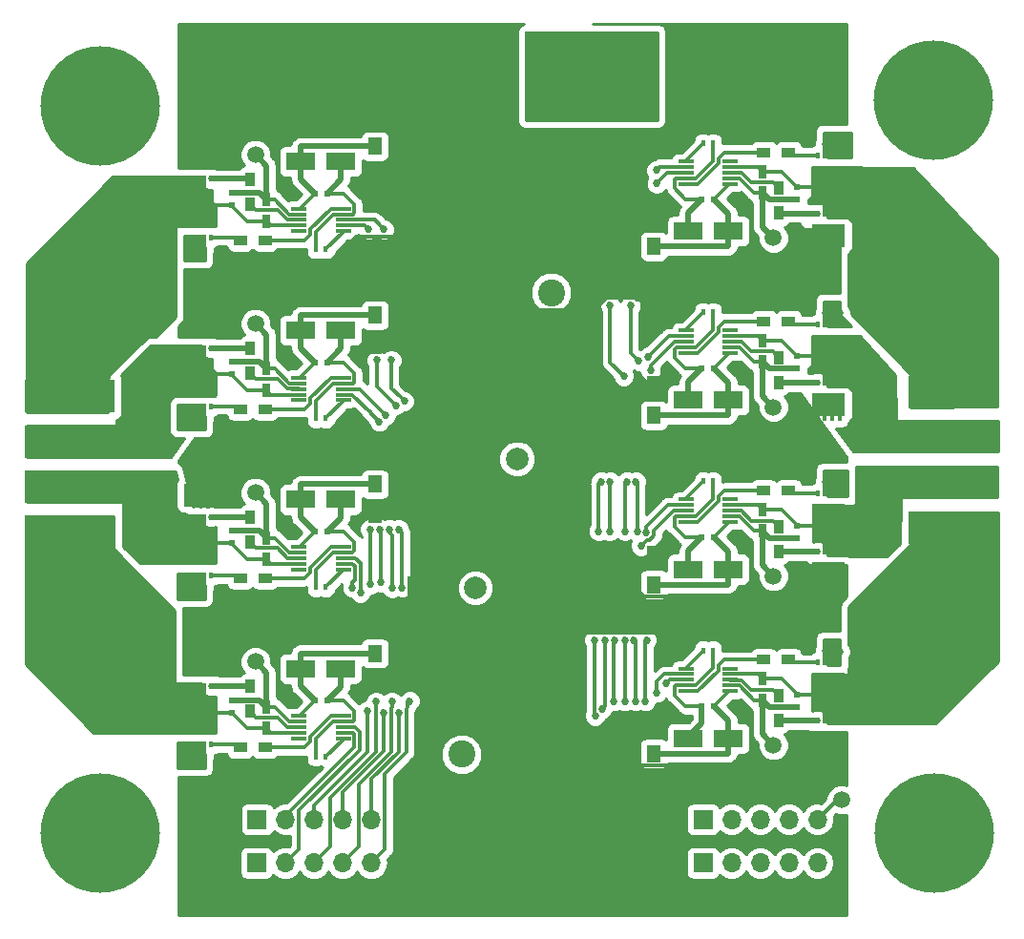
<source format=gtl>
G04 #@! TF.GenerationSoftware,KiCad,Pcbnew,5.0.1*
G04 #@! TF.CreationDate,2018-12-04T22:41:10-05:00*
G04 #@! TF.ProjectId,peripherals,7065726970686572616C732E6B696361,rev?*
G04 #@! TF.SameCoordinates,Original*
G04 #@! TF.FileFunction,Copper,L1,Top,Signal*
G04 #@! TF.FilePolarity,Positive*
%FSLAX46Y46*%
G04 Gerber Fmt 4.6, Leading zero omitted, Abs format (unit mm)*
G04 Created by KiCad (PCBNEW 5.0.1) date Tue 04 Dec 2018 10:41:10 PM EST*
%MOMM*%
%LPD*%
G01*
G04 APERTURE LIST*
G04 #@! TA.AperFunction,SMDPad,CuDef*
%ADD10R,2.600000X1.600000*%
G04 #@! TD*
G04 #@! TA.AperFunction,SMDPad,CuDef*
%ADD11R,0.600000X0.500000*%
G04 #@! TD*
G04 #@! TA.AperFunction,SMDPad,CuDef*
%ADD12R,0.500000X0.600000*%
G04 #@! TD*
G04 #@! TA.AperFunction,SMDPad,CuDef*
%ADD13R,0.750000X1.200000*%
G04 #@! TD*
G04 #@! TA.AperFunction,ComponentPad*
%ADD14C,2.000000*%
G04 #@! TD*
G04 #@! TA.AperFunction,ComponentPad*
%ADD15R,2.000000X2.000000*%
G04 #@! TD*
G04 #@! TA.AperFunction,ComponentPad*
%ADD16C,2.400000*%
G04 #@! TD*
G04 #@! TA.AperFunction,ComponentPad*
%ADD17R,2.400000X2.400000*%
G04 #@! TD*
G04 #@! TA.AperFunction,BGAPad,CuDef*
%ADD18C,1.500000*%
G04 #@! TD*
G04 #@! TA.AperFunction,SMDPad,CuDef*
%ADD19R,0.400000X0.600000*%
G04 #@! TD*
G04 #@! TA.AperFunction,SMDPad,CuDef*
%ADD20R,0.900000X1.200000*%
G04 #@! TD*
G04 #@! TA.AperFunction,SMDPad,CuDef*
%ADD21R,1.200000X0.900000*%
G04 #@! TD*
G04 #@! TA.AperFunction,SMDPad,CuDef*
%ADD22R,1.300000X1.500000*%
G04 #@! TD*
G04 #@! TA.AperFunction,ComponentPad*
%ADD23O,1.700000X1.700000*%
G04 #@! TD*
G04 #@! TA.AperFunction,ComponentPad*
%ADD24R,1.700000X1.700000*%
G04 #@! TD*
G04 #@! TA.AperFunction,SMDPad,CuDef*
%ADD25R,6.000000X8.000000*%
G04 #@! TD*
G04 #@! TA.AperFunction,SMDPad,CuDef*
%ADD26R,8.000000X3.000000*%
G04 #@! TD*
G04 #@! TA.AperFunction,SMDPad,CuDef*
%ADD27R,1.350000X0.300000*%
G04 #@! TD*
G04 #@! TA.AperFunction,SMDPad,CuDef*
%ADD28R,3.000000X2.000000*%
G04 #@! TD*
G04 #@! TA.AperFunction,SMDPad,CuDef*
%ADD29R,0.430000X0.450000*%
G04 #@! TD*
G04 #@! TA.AperFunction,SMDPad,CuDef*
%ADD30R,0.430000X0.600000*%
G04 #@! TD*
G04 #@! TA.AperFunction,ComponentPad*
%ADD31C,10.600000*%
G04 #@! TD*
G04 #@! TA.AperFunction,ViaPad*
%ADD32C,0.685800*%
G04 #@! TD*
G04 #@! TA.AperFunction,Conductor*
%ADD33C,0.330200*%
G04 #@! TD*
G04 #@! TA.AperFunction,Conductor*
%ADD34C,0.508000*%
G04 #@! TD*
G04 #@! TA.AperFunction,Conductor*
%ADD35C,0.254000*%
G04 #@! TD*
G04 APERTURE END LIST*
D10*
G04 #@! TO.P,C701,1*
G04 #@! TO.N,Net-(C701-Pad1)*
X97724999Y-96594999D03*
G04 #@! TO.P,C701,2*
G04 #@! TO.N,GND*
X94124999Y-96594999D03*
G04 #@! TD*
G04 #@! TO.P,C601,1*
G04 #@! TO.N,Net-(C601-Pad1)*
X97724999Y-111594999D03*
G04 #@! TO.P,C601,2*
G04 #@! TO.N,GND*
X94124999Y-111594999D03*
G04 #@! TD*
G04 #@! TO.P,C801,1*
G04 #@! TO.N,Net-(C801-Pad1)*
X97724999Y-81594999D03*
G04 #@! TO.P,C801,2*
G04 #@! TO.N,GND*
X94124999Y-81594999D03*
G04 #@! TD*
G04 #@! TO.P,C201,1*
G04 #@! TO.N,Net-(C201-Pad1)*
X59725001Y-75405001D03*
G04 #@! TO.P,C201,2*
G04 #@! TO.N,GND*
X63325001Y-75405001D03*
G04 #@! TD*
G04 #@! TO.P,C501,1*
G04 #@! TO.N,Net-(C501-Pad1)*
X59725001Y-105405001D03*
G04 #@! TO.P,C501,2*
G04 #@! TO.N,GND*
X63325001Y-105405001D03*
G04 #@! TD*
G04 #@! TO.P,C901,1*
G04 #@! TO.N,Net-(C901-Pad1)*
X97724999Y-66594999D03*
G04 #@! TO.P,C901,2*
G04 #@! TO.N,GND*
X94124999Y-66594999D03*
G04 #@! TD*
G04 #@! TO.P,C401,1*
G04 #@! TO.N,Net-(C401-Pad1)*
X59725001Y-90405001D03*
G04 #@! TO.P,C401,2*
G04 #@! TO.N,GND*
X63325001Y-90405001D03*
G04 #@! TD*
G04 #@! TO.P,C301,1*
G04 #@! TO.N,Net-(C301-Pad1)*
X59725001Y-60405001D03*
G04 #@! TO.P,C301,2*
G04 #@! TO.N,GND*
X63325001Y-60405001D03*
G04 #@! TD*
D11*
G04 #@! TO.P,C602,1*
G04 #@! TO.N,Net-(C601-Pad1)*
X96450000Y-108750000D03*
G04 #@! TO.P,C602,2*
G04 #@! TO.N,GND*
X95350000Y-108750000D03*
G04 #@! TD*
G04 #@! TO.P,C202,1*
G04 #@! TO.N,Net-(C201-Pad1)*
X61000000Y-78250000D03*
G04 #@! TO.P,C202,2*
G04 #@! TO.N,GND*
X62100000Y-78250000D03*
G04 #@! TD*
D12*
G04 #@! TO.P,C205,1*
G04 #@! TO.N,Net-(C205-Pad1)*
X53700000Y-78200000D03*
G04 #@! TO.P,C205,2*
G04 #@! TO.N,/Sheet5B7230C3/OUT*
X53700000Y-79300000D03*
G04 #@! TD*
G04 #@! TO.P,C705,1*
G04 #@! TO.N,Net-(C705-Pad1)*
X103750000Y-93800000D03*
G04 #@! TO.P,C705,2*
G04 #@! TO.N,/sheet5B6E6A5B/OUT*
X103750000Y-92700000D03*
G04 #@! TD*
G04 #@! TO.P,C605,1*
G04 #@! TO.N,Net-(C605-Pad1)*
X103750000Y-108800000D03*
G04 #@! TO.P,C605,2*
G04 #@! TO.N,/sheet5B6E6A5A/OUT*
X103750000Y-107700000D03*
G04 #@! TD*
G04 #@! TO.P,C505,1*
G04 #@! TO.N,Net-(C505-Pad1)*
X53700000Y-108200000D03*
G04 #@! TO.P,C505,2*
G04 #@! TO.N,/sheet5B6E69C4/OUT*
X53700000Y-109300000D03*
G04 #@! TD*
D11*
G04 #@! TO.P,C502,1*
G04 #@! TO.N,Net-(C501-Pad1)*
X61000000Y-108250000D03*
G04 #@! TO.P,C502,2*
G04 #@! TO.N,GND*
X62100000Y-108250000D03*
G04 #@! TD*
D12*
G04 #@! TO.P,C405,1*
G04 #@! TO.N,Net-(C405-Pad1)*
X53700000Y-93200000D03*
G04 #@! TO.P,C405,2*
G04 #@! TO.N,/sheet5B6E69C3/OUT*
X53700000Y-94300000D03*
G04 #@! TD*
D11*
G04 #@! TO.P,C402,1*
G04 #@! TO.N,Net-(C401-Pad1)*
X61000000Y-93250000D03*
G04 #@! TO.P,C402,2*
G04 #@! TO.N,GND*
X62100000Y-93250000D03*
G04 #@! TD*
D12*
G04 #@! TO.P,C305,1*
G04 #@! TO.N,Net-(C305-Pad1)*
X53700000Y-63200000D03*
G04 #@! TO.P,C305,2*
G04 #@! TO.N,/sheet5B6E69B5/OUT*
X53700000Y-64300000D03*
G04 #@! TD*
G04 #@! TO.P,C905,1*
G04 #@! TO.N,Net-(C905-Pad1)*
X103750000Y-63800000D03*
G04 #@! TO.P,C905,2*
G04 #@! TO.N,/sheet5B6E6A5D/OUT*
X103750000Y-62700000D03*
G04 #@! TD*
D11*
G04 #@! TO.P,C902,1*
G04 #@! TO.N,Net-(C901-Pad1)*
X96450000Y-63750000D03*
G04 #@! TO.P,C902,2*
G04 #@! TO.N,GND*
X95350000Y-63750000D03*
G04 #@! TD*
D12*
G04 #@! TO.P,C805,1*
G04 #@! TO.N,Net-(C805-Pad1)*
X103750000Y-78800000D03*
G04 #@! TO.P,C805,2*
G04 #@! TO.N,/sheet5B6E6A5C/OUT*
X103750000Y-77700000D03*
G04 #@! TD*
D11*
G04 #@! TO.P,C802,1*
G04 #@! TO.N,Net-(C801-Pad1)*
X96450000Y-78750000D03*
G04 #@! TO.P,C802,2*
G04 #@! TO.N,GND*
X95350000Y-78750000D03*
G04 #@! TD*
G04 #@! TO.P,C702,1*
G04 #@! TO.N,Net-(C701-Pad1)*
X96450000Y-93750000D03*
G04 #@! TO.P,C702,2*
G04 #@! TO.N,GND*
X95350000Y-93750000D03*
G04 #@! TD*
G04 #@! TO.P,C302,1*
G04 #@! TO.N,Net-(C301-Pad1)*
X61000000Y-63250000D03*
G04 #@! TO.P,C302,2*
G04 #@! TO.N,GND*
X62100000Y-63250000D03*
G04 #@! TD*
D13*
G04 #@! TO.P,C806,1*
G04 #@! TO.N,Net-(C805-Pad1)*
X100700000Y-78200000D03*
G04 #@! TO.P,C806,2*
G04 #@! TO.N,/sheet5B6E6A5C/OUT*
X100700000Y-76300000D03*
G04 #@! TD*
G04 #@! TO.P,C306,1*
G04 #@! TO.N,Net-(C305-Pad1)*
X56750000Y-63800000D03*
G04 #@! TO.P,C306,2*
G04 #@! TO.N,/sheet5B6E69B5/OUT*
X56750000Y-65700000D03*
G04 #@! TD*
G04 #@! TO.P,C406,1*
G04 #@! TO.N,Net-(C405-Pad1)*
X56750000Y-93800000D03*
G04 #@! TO.P,C406,2*
G04 #@! TO.N,/sheet5B6E69C3/OUT*
X56750000Y-95700000D03*
G04 #@! TD*
G04 #@! TO.P,C706,1*
G04 #@! TO.N,Net-(C705-Pad1)*
X100700000Y-93200000D03*
G04 #@! TO.P,C706,2*
G04 #@! TO.N,/sheet5B6E6A5B/OUT*
X100700000Y-91300000D03*
G04 #@! TD*
G04 #@! TO.P,C206,1*
G04 #@! TO.N,Net-(C205-Pad1)*
X56750000Y-78800000D03*
G04 #@! TO.P,C206,2*
G04 #@! TO.N,/Sheet5B7230C3/OUT*
X56750000Y-80700000D03*
G04 #@! TD*
G04 #@! TO.P,C606,1*
G04 #@! TO.N,Net-(C605-Pad1)*
X100700000Y-108200000D03*
G04 #@! TO.P,C606,2*
G04 #@! TO.N,/sheet5B6E6A5A/OUT*
X100700000Y-106300000D03*
G04 #@! TD*
G04 #@! TO.P,C506,1*
G04 #@! TO.N,Net-(C505-Pad1)*
X56750000Y-108800000D03*
G04 #@! TO.P,C506,2*
G04 #@! TO.N,/sheet5B6E69C4/OUT*
X56750000Y-110700000D03*
G04 #@! TD*
G04 #@! TO.P,C906,1*
G04 #@! TO.N,Net-(C905-Pad1)*
X100700000Y-63200000D03*
G04 #@! TO.P,C906,2*
G04 #@! TO.N,/sheet5B6E6A5D/OUT*
X100700000Y-61300000D03*
G04 #@! TD*
D14*
G04 #@! TO.P,C101,2*
G04 #@! TO.N,GND*
X75250000Y-98250000D03*
D15*
G04 #@! TO.P,C101,1*
G04 #@! TO.N,+BATT*
X70250000Y-98250000D03*
G04 #@! TD*
G04 #@! TO.P,C102,1*
G04 #@! TO.N,+BATT*
X83950000Y-86800000D03*
D14*
G04 #@! TO.P,C102,2*
G04 #@! TO.N,GND*
X78950000Y-86800000D03*
G04 #@! TD*
D16*
G04 #@! TO.P,C104,2*
G04 #@! TO.N,GND*
X82000000Y-72050000D03*
D17*
G04 #@! TO.P,C104,1*
G04 #@! TO.N,+BATT*
X74500000Y-72050000D03*
G04 #@! TD*
G04 #@! TO.P,C103,1*
G04 #@! TO.N,+BATT*
X81550000Y-113000000D03*
D16*
G04 #@! TO.P,C103,2*
G04 #@! TO.N,GND*
X74050000Y-113000000D03*
G04 #@! TD*
D18*
G04 #@! TO.P,TP302,1*
G04 #@! TO.N,/sheet5B6E69B5/OUT*
X47600000Y-62600000D03*
G04 #@! TD*
G04 #@! TO.P,TP202,1*
G04 #@! TO.N,/Sheet5B7230C3/OUT*
X47600000Y-77600000D03*
G04 #@! TD*
G04 #@! TO.P,TP201,1*
G04 #@! TO.N,Net-(C205-Pad1)*
X55750000Y-74800000D03*
G04 #@! TD*
G04 #@! TO.P,TP101,1*
G04 #@! TO.N,GND*
X107750000Y-117050000D03*
G04 #@! TD*
G04 #@! TO.P,TP701,1*
G04 #@! TO.N,Net-(C705-Pad1)*
X101700000Y-97200000D03*
G04 #@! TD*
G04 #@! TO.P,TP401,1*
G04 #@! TO.N,Net-(C405-Pad1)*
X55750000Y-89800000D03*
G04 #@! TD*
G04 #@! TO.P,TP602,1*
G04 #@! TO.N,/sheet5B6E6A5A/OUT*
X109850000Y-109400000D03*
G04 #@! TD*
G04 #@! TO.P,TP601,1*
G04 #@! TO.N,Net-(C605-Pad1)*
X101700000Y-112200000D03*
G04 #@! TD*
G04 #@! TO.P,TP502,1*
G04 #@! TO.N,/sheet5B6E69C4/OUT*
X47600000Y-107600000D03*
G04 #@! TD*
G04 #@! TO.P,TP501,1*
G04 #@! TO.N,Net-(C505-Pad1)*
X55750000Y-104800000D03*
G04 #@! TD*
G04 #@! TO.P,TP402,1*
G04 #@! TO.N,/sheet5B6E69C3/OUT*
X47600000Y-92600000D03*
G04 #@! TD*
G04 #@! TO.P,TP702,1*
G04 #@! TO.N,/sheet5B6E6A5B/OUT*
X109850000Y-94400000D03*
G04 #@! TD*
G04 #@! TO.P,TP801,1*
G04 #@! TO.N,Net-(C805-Pad1)*
X101700000Y-82200000D03*
G04 #@! TD*
G04 #@! TO.P,TP802,1*
G04 #@! TO.N,/sheet5B6E6A5C/OUT*
X109850000Y-79400000D03*
G04 #@! TD*
G04 #@! TO.P,TP902,1*
G04 #@! TO.N,/sheet5B6E6A5D/OUT*
X109850000Y-64400000D03*
G04 #@! TD*
G04 #@! TO.P,TP901,1*
G04 #@! TO.N,Net-(C905-Pad1)*
X101700000Y-67200000D03*
G04 #@! TD*
G04 #@! TO.P,TP301,1*
G04 #@! TO.N,Net-(C305-Pad1)*
X55750000Y-59800000D03*
G04 #@! TD*
D19*
G04 #@! TO.P,R402,1*
G04 #@! TO.N,Net-(R402-Pad1)*
X62000000Y-98200000D03*
G04 #@! TO.P,R402,2*
G04 #@! TO.N,GND*
X61100000Y-98200000D03*
G04 #@! TD*
G04 #@! TO.P,R602,1*
G04 #@! TO.N,Net-(R602-Pad1)*
X95450000Y-103800000D03*
G04 #@! TO.P,R602,2*
G04 #@! TO.N,GND*
X96350000Y-103800000D03*
G04 #@! TD*
G04 #@! TO.P,R202,1*
G04 #@! TO.N,Net-(R202-Pad1)*
X62000000Y-83200000D03*
G04 #@! TO.P,R202,2*
G04 #@! TO.N,GND*
X61100000Y-83200000D03*
G04 #@! TD*
G04 #@! TO.P,R302,1*
G04 #@! TO.N,Net-(R302-Pad1)*
X62000000Y-68200000D03*
G04 #@! TO.P,R302,2*
G04 #@! TO.N,GND*
X61100000Y-68200000D03*
G04 #@! TD*
G04 #@! TO.P,R502,1*
G04 #@! TO.N,Net-(R502-Pad1)*
X62000000Y-113200000D03*
G04 #@! TO.P,R502,2*
G04 #@! TO.N,GND*
X61100000Y-113200000D03*
G04 #@! TD*
G04 #@! TO.P,R702,1*
G04 #@! TO.N,Net-(R702-Pad1)*
X95450000Y-88800000D03*
G04 #@! TO.P,R702,2*
G04 #@! TO.N,GND*
X96350000Y-88800000D03*
G04 #@! TD*
G04 #@! TO.P,R802,1*
G04 #@! TO.N,Net-(R802-Pad1)*
X95450000Y-73800000D03*
G04 #@! TO.P,R802,2*
G04 #@! TO.N,GND*
X96350000Y-73800000D03*
G04 #@! TD*
G04 #@! TO.P,R902,1*
G04 #@! TO.N,Net-(R902-Pad1)*
X95450000Y-58800000D03*
G04 #@! TO.P,R902,2*
G04 #@! TO.N,GND*
X96350000Y-58800000D03*
G04 #@! TD*
D20*
G04 #@! TO.P,R401,2*
G04 #@! TO.N,Net-(R401-Pad2)*
X55300000Y-94200000D03*
G04 #@! TO.P,R401,1*
G04 #@! TO.N,Net-(Q401-Pad4)*
X55300000Y-92000000D03*
G04 #@! TD*
D21*
G04 #@! TO.P,R303,1*
G04 #@! TO.N,Net-(R303-Pad1)*
X56600000Y-67400000D03*
G04 #@! TO.P,R303,2*
G04 #@! TO.N,Net-(Q302-Pad4)*
X54400000Y-67400000D03*
G04 #@! TD*
D20*
G04 #@! TO.P,R301,2*
G04 #@! TO.N,Net-(R301-Pad2)*
X55300000Y-64200000D03*
G04 #@! TO.P,R301,1*
G04 #@! TO.N,Net-(Q301-Pad4)*
X55300000Y-62000000D03*
G04 #@! TD*
G04 #@! TO.P,R801,2*
G04 #@! TO.N,Net-(R801-Pad2)*
X102150000Y-77800000D03*
G04 #@! TO.P,R801,1*
G04 #@! TO.N,Net-(Q801-Pad4)*
X102150000Y-80000000D03*
G04 #@! TD*
D21*
G04 #@! TO.P,R203,1*
G04 #@! TO.N,Net-(R203-Pad1)*
X56600000Y-82400000D03*
G04 #@! TO.P,R203,2*
G04 #@! TO.N,Net-(Q202-Pad4)*
X54400000Y-82400000D03*
G04 #@! TD*
D20*
G04 #@! TO.P,R201,2*
G04 #@! TO.N,Net-(R201-Pad2)*
X55300000Y-79200000D03*
G04 #@! TO.P,R201,1*
G04 #@! TO.N,Net-(Q201-Pad4)*
X55300000Y-77000000D03*
G04 #@! TD*
D21*
G04 #@! TO.P,R903,1*
G04 #@! TO.N,Net-(R903-Pad1)*
X100850000Y-59600000D03*
G04 #@! TO.P,R903,2*
G04 #@! TO.N,Net-(Q902-Pad4)*
X103050000Y-59600000D03*
G04 #@! TD*
D20*
G04 #@! TO.P,R901,2*
G04 #@! TO.N,Net-(R901-Pad2)*
X102150000Y-62800000D03*
G04 #@! TO.P,R901,1*
G04 #@! TO.N,Net-(Q901-Pad4)*
X102150000Y-65000000D03*
G04 #@! TD*
D21*
G04 #@! TO.P,R403,1*
G04 #@! TO.N,Net-(R403-Pad1)*
X56600000Y-97400000D03*
G04 #@! TO.P,R403,2*
G04 #@! TO.N,Net-(Q402-Pad4)*
X54400000Y-97400000D03*
G04 #@! TD*
D20*
G04 #@! TO.P,R501,2*
G04 #@! TO.N,Net-(R501-Pad2)*
X55300000Y-109200000D03*
G04 #@! TO.P,R501,1*
G04 #@! TO.N,Net-(Q501-Pad4)*
X55300000Y-107000000D03*
G04 #@! TD*
D21*
G04 #@! TO.P,R503,1*
G04 #@! TO.N,Net-(R503-Pad1)*
X56600000Y-112400000D03*
G04 #@! TO.P,R503,2*
G04 #@! TO.N,Net-(Q502-Pad4)*
X54400000Y-112400000D03*
G04 #@! TD*
D20*
G04 #@! TO.P,R601,2*
G04 #@! TO.N,Net-(R601-Pad2)*
X102150000Y-107800000D03*
G04 #@! TO.P,R601,1*
G04 #@! TO.N,Net-(Q601-Pad4)*
X102150000Y-110000000D03*
G04 #@! TD*
D21*
G04 #@! TO.P,R603,1*
G04 #@! TO.N,Net-(R603-Pad1)*
X100850000Y-104600000D03*
G04 #@! TO.P,R603,2*
G04 #@! TO.N,Net-(Q602-Pad4)*
X103050000Y-104600000D03*
G04 #@! TD*
D20*
G04 #@! TO.P,R701,2*
G04 #@! TO.N,Net-(R701-Pad2)*
X102150000Y-92800000D03*
G04 #@! TO.P,R701,1*
G04 #@! TO.N,Net-(Q701-Pad4)*
X102150000Y-95000000D03*
G04 #@! TD*
D21*
G04 #@! TO.P,R703,1*
G04 #@! TO.N,Net-(R703-Pad1)*
X100850000Y-89600000D03*
G04 #@! TO.P,R703,2*
G04 #@! TO.N,Net-(Q702-Pad4)*
X103050000Y-89600000D03*
G04 #@! TD*
G04 #@! TO.P,R803,1*
G04 #@! TO.N,Net-(R803-Pad1)*
X100850000Y-74600000D03*
G04 #@! TO.P,R803,2*
G04 #@! TO.N,Net-(Q802-Pad4)*
X103050000Y-74600000D03*
G04 #@! TD*
D22*
G04 #@! TO.P,L601,2*
G04 #@! TO.N,+BATT*
X91100000Y-110250000D03*
G04 #@! TO.P,L601,1*
G04 #@! TO.N,Net-(C601-Pad1)*
X91100000Y-112950000D03*
G04 #@! TD*
G04 #@! TO.P,L201,2*
G04 #@! TO.N,+BATT*
X66350000Y-76750000D03*
G04 #@! TO.P,L201,1*
G04 #@! TO.N,Net-(C201-Pad1)*
X66350000Y-74050000D03*
G04 #@! TD*
G04 #@! TO.P,L301,2*
G04 #@! TO.N,+BATT*
X66350000Y-61750000D03*
G04 #@! TO.P,L301,1*
G04 #@! TO.N,Net-(C301-Pad1)*
X66350000Y-59050000D03*
G04 #@! TD*
G04 #@! TO.P,L501,2*
G04 #@! TO.N,+BATT*
X66350000Y-106750000D03*
G04 #@! TO.P,L501,1*
G04 #@! TO.N,Net-(C501-Pad1)*
X66350000Y-104050000D03*
G04 #@! TD*
G04 #@! TO.P,L701,2*
G04 #@! TO.N,+BATT*
X91100000Y-95250000D03*
G04 #@! TO.P,L701,1*
G04 #@! TO.N,Net-(C701-Pad1)*
X91100000Y-97950000D03*
G04 #@! TD*
G04 #@! TO.P,L401,2*
G04 #@! TO.N,+BATT*
X66350000Y-91750000D03*
G04 #@! TO.P,L401,1*
G04 #@! TO.N,Net-(C401-Pad1)*
X66350000Y-89050000D03*
G04 #@! TD*
G04 #@! TO.P,L801,2*
G04 #@! TO.N,+BATT*
X91100000Y-80250000D03*
G04 #@! TO.P,L801,1*
G04 #@! TO.N,Net-(C801-Pad1)*
X91100000Y-82950000D03*
G04 #@! TD*
G04 #@! TO.P,L901,2*
G04 #@! TO.N,+BATT*
X91100000Y-65250000D03*
G04 #@! TO.P,L901,1*
G04 #@! TO.N,Net-(C901-Pad1)*
X91100000Y-67950000D03*
G04 #@! TD*
D23*
G04 #@! TO.P,J101,5*
G04 #@! TO.N,/sheet5B6E69B5/IN*
X66010000Y-122650000D03*
G04 #@! TO.P,J101,4*
G04 #@! TO.N,/Sheet5B7230C3/IN*
X63470000Y-122650000D03*
G04 #@! TO.P,J101,3*
G04 #@! TO.N,/sheet5B6E69C3/IN*
X60930000Y-122650000D03*
G04 #@! TO.P,J101,2*
G04 #@! TO.N,/sheet5B6E69C4/IN*
X58390000Y-122650000D03*
D24*
G04 #@! TO.P,J101,1*
G04 #@! TO.N,GND*
X55850000Y-122650000D03*
G04 #@! TD*
G04 #@! TO.P,J102,1*
G04 #@! TO.N,/sheet5B6E6A5D/IN*
X95450000Y-122650000D03*
D23*
G04 #@! TO.P,J102,2*
G04 #@! TO.N,/sheet5B6E6A5C/IN*
X97990000Y-122650000D03*
G04 #@! TO.P,J102,3*
G04 #@! TO.N,/sheet5B6E6A5B/IN*
X100530000Y-122650000D03*
G04 #@! TO.P,J102,4*
G04 #@! TO.N,/sheet5B6E6A5A/IN*
X103070000Y-122650000D03*
G04 #@! TO.P,J102,5*
G04 #@! TO.N,GND*
X105610000Y-122650000D03*
G04 #@! TD*
G04 #@! TO.P,J107,5*
G04 #@! TO.N,/sheet5B6E69B5/EN*
X66060000Y-118800000D03*
G04 #@! TO.P,J107,4*
G04 #@! TO.N,/Sheet5B7230C3/EN*
X63520000Y-118800000D03*
G04 #@! TO.P,J107,3*
G04 #@! TO.N,/sheet5B6E69C3/EN*
X60980000Y-118800000D03*
G04 #@! TO.P,J107,2*
G04 #@! TO.N,/sheet5B6E69C4/EN*
X58440000Y-118800000D03*
D24*
G04 #@! TO.P,J107,1*
G04 #@! TO.N,GND*
X55900000Y-118800000D03*
G04 #@! TD*
G04 #@! TO.P,J108,1*
G04 #@! TO.N,/sheet5B6E6A5D/EN*
X95450000Y-118800000D03*
D23*
G04 #@! TO.P,J108,2*
G04 #@! TO.N,/sheet5B6E6A5C/EN*
X97990000Y-118800000D03*
G04 #@! TO.P,J108,3*
G04 #@! TO.N,/sheet5B6E6A5B/EN*
X100530000Y-118800000D03*
G04 #@! TO.P,J108,4*
G04 #@! TO.N,/sheet5B6E6A5A/EN*
X103070000Y-118800000D03*
G04 #@! TO.P,J108,5*
G04 #@! TO.N,GND*
X105610000Y-118800000D03*
G04 #@! TD*
D25*
G04 #@! TO.P,BT101,2*
G04 #@! TO.N,GND*
X82650000Y-52850000D03*
G04 #@! TO.P,BT101,1*
G04 #@! TO.N,+BATT*
X74650000Y-52850000D03*
G04 #@! TD*
D26*
G04 #@! TO.P,J103,3*
G04 #@! TO.N,/sheet5B6E6A5C/OUT*
X117700000Y-84900000D03*
G04 #@! TO.P,J103,1*
G04 #@! TO.N,/sheet5B6E6A5A/OUT*
X117700000Y-92900000D03*
G04 #@! TO.P,J103,2*
G04 #@! TO.N,/sheet5B6E6A5B/OUT*
X117700000Y-88900000D03*
G04 #@! TO.P,J103,4*
G04 #@! TO.N,/sheet5B6E6A5D/OUT*
X117700000Y-80900000D03*
G04 #@! TD*
G04 #@! TO.P,J104,3*
G04 #@! TO.N,/sheet5B6E69C3/OUT*
X39300000Y-89250000D03*
G04 #@! TO.P,J104,1*
G04 #@! TO.N,/sheet5B6E69B5/OUT*
X39300000Y-81250000D03*
G04 #@! TO.P,J104,2*
G04 #@! TO.N,/Sheet5B7230C3/OUT*
X39300000Y-85250000D03*
G04 #@! TO.P,J104,4*
G04 #@! TO.N,/sheet5B6E69C4/OUT*
X39300000Y-93250000D03*
G04 #@! TD*
D27*
G04 #@! TO.P,U401,10*
G04 #@! TO.N,Net-(R403-Pad1)*
X63525000Y-94600000D03*
G04 #@! TO.P,U401,9*
G04 #@! TO.N,GND*
X63525000Y-95100000D03*
G04 #@! TO.P,U401,8*
G04 #@! TO.N,/sheet5B6E69C3/IN*
X63525000Y-95600000D03*
G04 #@! TO.P,U401,7*
G04 #@! TO.N,/sheet5B6E69C3/EN*
X63525000Y-96100000D03*
G04 #@! TO.P,U401,6*
G04 #@! TO.N,Net-(R402-Pad1)*
X63525000Y-96600000D03*
G04 #@! TO.P,U401,5*
G04 #@! TO.N,Net-(U401-Pad5)*
X59575000Y-96600000D03*
G04 #@! TO.P,U401,4*
G04 #@! TO.N,/sheet5B6E69C3/OUT*
X59575000Y-96100000D03*
G04 #@! TO.P,U401,3*
G04 #@! TO.N,Net-(R401-Pad2)*
X59575000Y-95600000D03*
G04 #@! TO.P,U401,2*
G04 #@! TO.N,Net-(C405-Pad1)*
X59575000Y-95100000D03*
G04 #@! TO.P,U401,1*
G04 #@! TO.N,Net-(C401-Pad1)*
X59575000Y-94600000D03*
G04 #@! TD*
G04 #@! TO.P,U901,10*
G04 #@! TO.N,Net-(R903-Pad1)*
X93925000Y-62400000D03*
G04 #@! TO.P,U901,9*
G04 #@! TO.N,GND*
X93925000Y-61900000D03*
G04 #@! TO.P,U901,8*
G04 #@! TO.N,/sheet5B6E6A5D/IN*
X93925000Y-61400000D03*
G04 #@! TO.P,U901,7*
G04 #@! TO.N,/sheet5B6E6A5D/EN*
X93925000Y-60900000D03*
G04 #@! TO.P,U901,6*
G04 #@! TO.N,Net-(R902-Pad1)*
X93925000Y-60400000D03*
G04 #@! TO.P,U901,5*
G04 #@! TO.N,Net-(U901-Pad5)*
X97875000Y-60400000D03*
G04 #@! TO.P,U901,4*
G04 #@! TO.N,/sheet5B6E6A5D/OUT*
X97875000Y-60900000D03*
G04 #@! TO.P,U901,3*
G04 #@! TO.N,Net-(R901-Pad2)*
X97875000Y-61400000D03*
G04 #@! TO.P,U901,2*
G04 #@! TO.N,Net-(C905-Pad1)*
X97875000Y-61900000D03*
G04 #@! TO.P,U901,1*
G04 #@! TO.N,Net-(C901-Pad1)*
X97875000Y-62400000D03*
G04 #@! TD*
G04 #@! TO.P,U201,10*
G04 #@! TO.N,Net-(R203-Pad1)*
X63525000Y-79600000D03*
G04 #@! TO.P,U201,9*
G04 #@! TO.N,GND*
X63525000Y-80100000D03*
G04 #@! TO.P,U201,8*
G04 #@! TO.N,/Sheet5B7230C3/IN*
X63525000Y-80600000D03*
G04 #@! TO.P,U201,7*
G04 #@! TO.N,/Sheet5B7230C3/EN*
X63525000Y-81100000D03*
G04 #@! TO.P,U201,6*
G04 #@! TO.N,Net-(R202-Pad1)*
X63525000Y-81600000D03*
G04 #@! TO.P,U201,5*
G04 #@! TO.N,Net-(U201-Pad5)*
X59575000Y-81600000D03*
G04 #@! TO.P,U201,4*
G04 #@! TO.N,/Sheet5B7230C3/OUT*
X59575000Y-81100000D03*
G04 #@! TO.P,U201,3*
G04 #@! TO.N,Net-(R201-Pad2)*
X59575000Y-80600000D03*
G04 #@! TO.P,U201,2*
G04 #@! TO.N,Net-(C205-Pad1)*
X59575000Y-80100000D03*
G04 #@! TO.P,U201,1*
G04 #@! TO.N,Net-(C201-Pad1)*
X59575000Y-79600000D03*
G04 #@! TD*
G04 #@! TO.P,U301,10*
G04 #@! TO.N,Net-(R303-Pad1)*
X63525000Y-64600000D03*
G04 #@! TO.P,U301,9*
G04 #@! TO.N,GND*
X63525000Y-65100000D03*
G04 #@! TO.P,U301,8*
G04 #@! TO.N,/sheet5B6E69B5/IN*
X63525000Y-65600000D03*
G04 #@! TO.P,U301,7*
G04 #@! TO.N,/sheet5B6E69B5/EN*
X63525000Y-66100000D03*
G04 #@! TO.P,U301,6*
G04 #@! TO.N,Net-(R302-Pad1)*
X63525000Y-66600000D03*
G04 #@! TO.P,U301,5*
G04 #@! TO.N,Net-(U301-Pad5)*
X59575000Y-66600000D03*
G04 #@! TO.P,U301,4*
G04 #@! TO.N,/sheet5B6E69B5/OUT*
X59575000Y-66100000D03*
G04 #@! TO.P,U301,3*
G04 #@! TO.N,Net-(R301-Pad2)*
X59575000Y-65600000D03*
G04 #@! TO.P,U301,2*
G04 #@! TO.N,Net-(C305-Pad1)*
X59575000Y-65100000D03*
G04 #@! TO.P,U301,1*
G04 #@! TO.N,Net-(C301-Pad1)*
X59575000Y-64600000D03*
G04 #@! TD*
G04 #@! TO.P,U501,10*
G04 #@! TO.N,Net-(R503-Pad1)*
X63525000Y-109600000D03*
G04 #@! TO.P,U501,9*
G04 #@! TO.N,GND*
X63525000Y-110100000D03*
G04 #@! TO.P,U501,8*
G04 #@! TO.N,/sheet5B6E69C4/IN*
X63525000Y-110600000D03*
G04 #@! TO.P,U501,7*
G04 #@! TO.N,/sheet5B6E69C4/EN*
X63525000Y-111100000D03*
G04 #@! TO.P,U501,6*
G04 #@! TO.N,Net-(R502-Pad1)*
X63525000Y-111600000D03*
G04 #@! TO.P,U501,5*
G04 #@! TO.N,Net-(U501-Pad5)*
X59575000Y-111600000D03*
G04 #@! TO.P,U501,4*
G04 #@! TO.N,/sheet5B6E69C4/OUT*
X59575000Y-111100000D03*
G04 #@! TO.P,U501,3*
G04 #@! TO.N,Net-(R501-Pad2)*
X59575000Y-110600000D03*
G04 #@! TO.P,U501,2*
G04 #@! TO.N,Net-(C505-Pad1)*
X59575000Y-110100000D03*
G04 #@! TO.P,U501,1*
G04 #@! TO.N,Net-(C501-Pad1)*
X59575000Y-109600000D03*
G04 #@! TD*
G04 #@! TO.P,U601,10*
G04 #@! TO.N,Net-(R603-Pad1)*
X93925000Y-107400000D03*
G04 #@! TO.P,U601,9*
G04 #@! TO.N,GND*
X93925000Y-106900000D03*
G04 #@! TO.P,U601,8*
G04 #@! TO.N,/sheet5B6E6A5A/IN*
X93925000Y-106400000D03*
G04 #@! TO.P,U601,7*
G04 #@! TO.N,/sheet5B6E6A5A/EN*
X93925000Y-105900000D03*
G04 #@! TO.P,U601,6*
G04 #@! TO.N,Net-(R602-Pad1)*
X93925000Y-105400000D03*
G04 #@! TO.P,U601,5*
G04 #@! TO.N,Net-(U601-Pad5)*
X97875000Y-105400000D03*
G04 #@! TO.P,U601,4*
G04 #@! TO.N,/sheet5B6E6A5A/OUT*
X97875000Y-105900000D03*
G04 #@! TO.P,U601,3*
G04 #@! TO.N,Net-(R601-Pad2)*
X97875000Y-106400000D03*
G04 #@! TO.P,U601,2*
G04 #@! TO.N,Net-(C605-Pad1)*
X97875000Y-106900000D03*
G04 #@! TO.P,U601,1*
G04 #@! TO.N,Net-(C601-Pad1)*
X97875000Y-107400000D03*
G04 #@! TD*
G04 #@! TO.P,U701,10*
G04 #@! TO.N,Net-(R703-Pad1)*
X93925000Y-92400000D03*
G04 #@! TO.P,U701,9*
G04 #@! TO.N,GND*
X93925000Y-91900000D03*
G04 #@! TO.P,U701,8*
G04 #@! TO.N,/sheet5B6E6A5B/IN*
X93925000Y-91400000D03*
G04 #@! TO.P,U701,7*
G04 #@! TO.N,/sheet5B6E6A5B/EN*
X93925000Y-90900000D03*
G04 #@! TO.P,U701,6*
G04 #@! TO.N,Net-(R702-Pad1)*
X93925000Y-90400000D03*
G04 #@! TO.P,U701,5*
G04 #@! TO.N,Net-(U701-Pad5)*
X97875000Y-90400000D03*
G04 #@! TO.P,U701,4*
G04 #@! TO.N,/sheet5B6E6A5B/OUT*
X97875000Y-90900000D03*
G04 #@! TO.P,U701,3*
G04 #@! TO.N,Net-(R701-Pad2)*
X97875000Y-91400000D03*
G04 #@! TO.P,U701,2*
G04 #@! TO.N,Net-(C705-Pad1)*
X97875000Y-91900000D03*
G04 #@! TO.P,U701,1*
G04 #@! TO.N,Net-(C701-Pad1)*
X97875000Y-92400000D03*
G04 #@! TD*
G04 #@! TO.P,U801,10*
G04 #@! TO.N,Net-(R803-Pad1)*
X93925000Y-77400000D03*
G04 #@! TO.P,U801,9*
G04 #@! TO.N,GND*
X93925000Y-76900000D03*
G04 #@! TO.P,U801,8*
G04 #@! TO.N,/sheet5B6E6A5C/IN*
X93925000Y-76400000D03*
G04 #@! TO.P,U801,7*
G04 #@! TO.N,/sheet5B6E6A5C/EN*
X93925000Y-75900000D03*
G04 #@! TO.P,U801,6*
G04 #@! TO.N,Net-(R802-Pad1)*
X93925000Y-75400000D03*
G04 #@! TO.P,U801,5*
G04 #@! TO.N,Net-(U801-Pad5)*
X97875000Y-75400000D03*
G04 #@! TO.P,U801,4*
G04 #@! TO.N,/sheet5B6E6A5C/OUT*
X97875000Y-75900000D03*
G04 #@! TO.P,U801,3*
G04 #@! TO.N,Net-(R801-Pad2)*
X97875000Y-76400000D03*
G04 #@! TO.P,U801,2*
G04 #@! TO.N,Net-(C805-Pad1)*
X97875000Y-76900000D03*
G04 #@! TO.P,U801,1*
G04 #@! TO.N,Net-(C801-Pad1)*
X97875000Y-77400000D03*
G04 #@! TD*
D28*
G04 #@! TO.P,Q502,8*
G04 #@! TO.N,/sheet5B6E69C4/OUT*
X50850000Y-110200000D03*
D29*
X49875000Y-108975000D03*
G04 #@! TO.P,Q502,7*
X50525000Y-108975000D03*
G04 #@! TO.P,Q502,6*
X51175000Y-108975000D03*
G04 #@! TO.P,Q502,5*
X51825000Y-108975000D03*
D30*
G04 #@! TO.P,Q502,4*
G04 #@! TO.N,Net-(Q502-Pad4)*
X51825000Y-112150000D03*
G04 #@! TO.P,Q502,3*
G04 #@! TO.N,GND*
X51175000Y-112150000D03*
G04 #@! TO.P,Q502,2*
X50525000Y-112150000D03*
G04 #@! TO.P,Q502,1*
X49875000Y-112150000D03*
G04 #@! TD*
D28*
G04 #@! TO.P,Q202,8*
G04 #@! TO.N,/Sheet5B7230C3/OUT*
X50850000Y-80200000D03*
D29*
X49875000Y-78975000D03*
G04 #@! TO.P,Q202,7*
X50525000Y-78975000D03*
G04 #@! TO.P,Q202,6*
X51175000Y-78975000D03*
G04 #@! TO.P,Q202,5*
X51825000Y-78975000D03*
D30*
G04 #@! TO.P,Q202,4*
G04 #@! TO.N,Net-(Q202-Pad4)*
X51825000Y-82150000D03*
G04 #@! TO.P,Q202,3*
G04 #@! TO.N,GND*
X51175000Y-82150000D03*
G04 #@! TO.P,Q202,2*
X50525000Y-82150000D03*
G04 #@! TO.P,Q202,1*
X49875000Y-82150000D03*
G04 #@! TD*
G04 #@! TO.P,Q301,1*
G04 #@! TO.N,/sheet5B6E69B5/OUT*
X49875000Y-61950000D03*
G04 #@! TO.P,Q301,2*
X50525000Y-61950000D03*
G04 #@! TO.P,Q301,3*
X51175000Y-61950000D03*
G04 #@! TO.P,Q301,4*
G04 #@! TO.N,Net-(Q301-Pad4)*
X51825000Y-61950000D03*
D29*
G04 #@! TO.P,Q301,5*
G04 #@! TO.N,+BATT*
X51825000Y-58775000D03*
G04 #@! TO.P,Q301,6*
X51175000Y-58775000D03*
G04 #@! TO.P,Q301,7*
X50525000Y-58775000D03*
G04 #@! TO.P,Q301,8*
X49875000Y-58775000D03*
D28*
X50850000Y-60000000D03*
G04 #@! TD*
G04 #@! TO.P,Q302,8*
G04 #@! TO.N,/sheet5B6E69B5/OUT*
X50850000Y-65200000D03*
D29*
X49875000Y-63975000D03*
G04 #@! TO.P,Q302,7*
X50525000Y-63975000D03*
G04 #@! TO.P,Q302,6*
X51175000Y-63975000D03*
G04 #@! TO.P,Q302,5*
X51825000Y-63975000D03*
D30*
G04 #@! TO.P,Q302,4*
G04 #@! TO.N,Net-(Q302-Pad4)*
X51825000Y-67150000D03*
G04 #@! TO.P,Q302,3*
G04 #@! TO.N,GND*
X51175000Y-67150000D03*
G04 #@! TO.P,Q302,2*
X50525000Y-67150000D03*
G04 #@! TO.P,Q302,1*
X49875000Y-67150000D03*
G04 #@! TD*
G04 #@! TO.P,Q401,1*
G04 #@! TO.N,/sheet5B6E69C3/OUT*
X49875000Y-91950000D03*
G04 #@! TO.P,Q401,2*
X50525000Y-91950000D03*
G04 #@! TO.P,Q401,3*
X51175000Y-91950000D03*
G04 #@! TO.P,Q401,4*
G04 #@! TO.N,Net-(Q401-Pad4)*
X51825000Y-91950000D03*
D29*
G04 #@! TO.P,Q401,5*
G04 #@! TO.N,+BATT*
X51825000Y-88775000D03*
G04 #@! TO.P,Q401,6*
X51175000Y-88775000D03*
G04 #@! TO.P,Q401,7*
X50525000Y-88775000D03*
G04 #@! TO.P,Q401,8*
X49875000Y-88775000D03*
D28*
X50850000Y-90000000D03*
G04 #@! TD*
G04 #@! TO.P,Q402,8*
G04 #@! TO.N,/sheet5B6E69C3/OUT*
X50850000Y-95200000D03*
D29*
X49875000Y-93975000D03*
G04 #@! TO.P,Q402,7*
X50525000Y-93975000D03*
G04 #@! TO.P,Q402,6*
X51175000Y-93975000D03*
G04 #@! TO.P,Q402,5*
X51825000Y-93975000D03*
D30*
G04 #@! TO.P,Q402,4*
G04 #@! TO.N,Net-(Q402-Pad4)*
X51825000Y-97150000D03*
G04 #@! TO.P,Q402,3*
G04 #@! TO.N,GND*
X51175000Y-97150000D03*
G04 #@! TO.P,Q402,2*
X50525000Y-97150000D03*
G04 #@! TO.P,Q402,1*
X49875000Y-97150000D03*
G04 #@! TD*
G04 #@! TO.P,Q501,1*
G04 #@! TO.N,/sheet5B6E69C4/OUT*
X49875000Y-106950000D03*
G04 #@! TO.P,Q501,2*
X50525000Y-106950000D03*
G04 #@! TO.P,Q501,3*
X51175000Y-106950000D03*
G04 #@! TO.P,Q501,4*
G04 #@! TO.N,Net-(Q501-Pad4)*
X51825000Y-106950000D03*
D29*
G04 #@! TO.P,Q501,5*
G04 #@! TO.N,+BATT*
X51825000Y-103775000D03*
G04 #@! TO.P,Q501,6*
X51175000Y-103775000D03*
G04 #@! TO.P,Q501,7*
X50525000Y-103775000D03*
G04 #@! TO.P,Q501,8*
X49875000Y-103775000D03*
D28*
X50850000Y-105000000D03*
G04 #@! TD*
D30*
G04 #@! TO.P,Q601,1*
G04 #@! TO.N,/sheet5B6E6A5A/OUT*
X107575000Y-110050000D03*
G04 #@! TO.P,Q601,2*
X106925000Y-110050000D03*
G04 #@! TO.P,Q601,3*
X106275000Y-110050000D03*
G04 #@! TO.P,Q601,4*
G04 #@! TO.N,Net-(Q601-Pad4)*
X105625000Y-110050000D03*
D29*
G04 #@! TO.P,Q601,5*
G04 #@! TO.N,+BATT*
X105625000Y-113225000D03*
G04 #@! TO.P,Q601,6*
X106275000Y-113225000D03*
G04 #@! TO.P,Q601,7*
X106925000Y-113225000D03*
G04 #@! TO.P,Q601,8*
X107575000Y-113225000D03*
D28*
X106600000Y-112000000D03*
G04 #@! TD*
G04 #@! TO.P,Q602,8*
G04 #@! TO.N,/sheet5B6E6A5A/OUT*
X106600000Y-106800000D03*
D29*
X107575000Y-108025000D03*
G04 #@! TO.P,Q602,7*
X106925000Y-108025000D03*
G04 #@! TO.P,Q602,6*
X106275000Y-108025000D03*
G04 #@! TO.P,Q602,5*
X105625000Y-108025000D03*
D30*
G04 #@! TO.P,Q602,4*
G04 #@! TO.N,Net-(Q602-Pad4)*
X105625000Y-104850000D03*
G04 #@! TO.P,Q602,3*
G04 #@! TO.N,GND*
X106275000Y-104850000D03*
G04 #@! TO.P,Q602,2*
X106925000Y-104850000D03*
G04 #@! TO.P,Q602,1*
X107575000Y-104850000D03*
G04 #@! TD*
G04 #@! TO.P,Q701,1*
G04 #@! TO.N,/sheet5B6E6A5B/OUT*
X107575000Y-95050000D03*
G04 #@! TO.P,Q701,2*
X106925000Y-95050000D03*
G04 #@! TO.P,Q701,3*
X106275000Y-95050000D03*
G04 #@! TO.P,Q701,4*
G04 #@! TO.N,Net-(Q701-Pad4)*
X105625000Y-95050000D03*
D29*
G04 #@! TO.P,Q701,5*
G04 #@! TO.N,+BATT*
X105625000Y-98225000D03*
G04 #@! TO.P,Q701,6*
X106275000Y-98225000D03*
G04 #@! TO.P,Q701,7*
X106925000Y-98225000D03*
G04 #@! TO.P,Q701,8*
X107575000Y-98225000D03*
D28*
X106600000Y-97000000D03*
G04 #@! TD*
D30*
G04 #@! TO.P,Q801,1*
G04 #@! TO.N,/sheet5B6E6A5C/OUT*
X107575000Y-80050000D03*
G04 #@! TO.P,Q801,2*
X106925000Y-80050000D03*
G04 #@! TO.P,Q801,3*
X106275000Y-80050000D03*
G04 #@! TO.P,Q801,4*
G04 #@! TO.N,Net-(Q801-Pad4)*
X105625000Y-80050000D03*
D29*
G04 #@! TO.P,Q801,5*
G04 #@! TO.N,+BATT*
X105625000Y-83225000D03*
G04 #@! TO.P,Q801,6*
X106275000Y-83225000D03*
G04 #@! TO.P,Q801,7*
X106925000Y-83225000D03*
G04 #@! TO.P,Q801,8*
X107575000Y-83225000D03*
D28*
X106600000Y-82000000D03*
G04 #@! TD*
G04 #@! TO.P,Q802,8*
G04 #@! TO.N,/sheet5B6E6A5C/OUT*
X106600000Y-76800000D03*
D29*
X107575000Y-78025000D03*
G04 #@! TO.P,Q802,7*
X106925000Y-78025000D03*
G04 #@! TO.P,Q802,6*
X106275000Y-78025000D03*
G04 #@! TO.P,Q802,5*
X105625000Y-78025000D03*
D30*
G04 #@! TO.P,Q802,4*
G04 #@! TO.N,Net-(Q802-Pad4)*
X105625000Y-74850000D03*
G04 #@! TO.P,Q802,3*
G04 #@! TO.N,GND*
X106275000Y-74850000D03*
G04 #@! TO.P,Q802,2*
X106925000Y-74850000D03*
G04 #@! TO.P,Q802,1*
X107575000Y-74850000D03*
G04 #@! TD*
G04 #@! TO.P,Q901,1*
G04 #@! TO.N,/sheet5B6E6A5D/OUT*
X107575000Y-65050000D03*
G04 #@! TO.P,Q901,2*
X106925000Y-65050000D03*
G04 #@! TO.P,Q901,3*
X106275000Y-65050000D03*
G04 #@! TO.P,Q901,4*
G04 #@! TO.N,Net-(Q901-Pad4)*
X105625000Y-65050000D03*
D29*
G04 #@! TO.P,Q901,5*
G04 #@! TO.N,+BATT*
X105625000Y-68225000D03*
G04 #@! TO.P,Q901,6*
X106275000Y-68225000D03*
G04 #@! TO.P,Q901,7*
X106925000Y-68225000D03*
G04 #@! TO.P,Q901,8*
X107575000Y-68225000D03*
D28*
X106600000Y-67000000D03*
G04 #@! TD*
G04 #@! TO.P,Q902,8*
G04 #@! TO.N,/sheet5B6E6A5D/OUT*
X106600000Y-61800000D03*
D29*
X107575000Y-63025000D03*
G04 #@! TO.P,Q902,7*
X106925000Y-63025000D03*
G04 #@! TO.P,Q902,6*
X106275000Y-63025000D03*
G04 #@! TO.P,Q902,5*
X105625000Y-63025000D03*
D30*
G04 #@! TO.P,Q902,4*
G04 #@! TO.N,Net-(Q902-Pad4)*
X105625000Y-59850000D03*
G04 #@! TO.P,Q902,3*
G04 #@! TO.N,GND*
X106275000Y-59850000D03*
G04 #@! TO.P,Q902,2*
X106925000Y-59850000D03*
G04 #@! TO.P,Q902,1*
X107575000Y-59850000D03*
G04 #@! TD*
D28*
G04 #@! TO.P,Q702,8*
G04 #@! TO.N,/sheet5B6E6A5B/OUT*
X106600000Y-91800000D03*
D29*
X107575000Y-93025000D03*
G04 #@! TO.P,Q702,7*
X106925000Y-93025000D03*
G04 #@! TO.P,Q702,6*
X106275000Y-93025000D03*
G04 #@! TO.P,Q702,5*
X105625000Y-93025000D03*
D30*
G04 #@! TO.P,Q702,4*
G04 #@! TO.N,Net-(Q702-Pad4)*
X105625000Y-89850000D03*
G04 #@! TO.P,Q702,3*
G04 #@! TO.N,GND*
X106275000Y-89850000D03*
G04 #@! TO.P,Q702,2*
X106925000Y-89850000D03*
G04 #@! TO.P,Q702,1*
X107575000Y-89850000D03*
G04 #@! TD*
G04 #@! TO.P,Q201,1*
G04 #@! TO.N,/Sheet5B7230C3/OUT*
X49875000Y-76950000D03*
G04 #@! TO.P,Q201,2*
X50525000Y-76950000D03*
G04 #@! TO.P,Q201,3*
X51175000Y-76950000D03*
G04 #@! TO.P,Q201,4*
G04 #@! TO.N,Net-(Q201-Pad4)*
X51825000Y-76950000D03*
D29*
G04 #@! TO.P,Q201,5*
G04 #@! TO.N,+BATT*
X51825000Y-73775000D03*
G04 #@! TO.P,Q201,6*
X51175000Y-73775000D03*
G04 #@! TO.P,Q201,7*
X50525000Y-73775000D03*
G04 #@! TO.P,Q201,8*
X49875000Y-73775000D03*
D28*
X50850000Y-75000000D03*
G04 #@! TD*
D31*
G04 #@! TO.P,MH104,1*
G04 #@! TO.N,N/C*
X116000000Y-120000000D03*
G04 #@! TD*
G04 #@! TO.P,MH103,1*
G04 #@! TO.N,N/C*
X115900000Y-55000000D03*
G04 #@! TD*
G04 #@! TO.P,MH101,1*
G04 #@! TO.N,N/C*
X42000000Y-120000000D03*
G04 #@! TD*
G04 #@! TO.P,MH102,1*
G04 #@! TO.N,N/C*
X42000000Y-55500000D03*
G04 #@! TD*
D32*
G04 #@! TO.N,GND*
X63325001Y-60405001D03*
X49850000Y-68100000D03*
X50500000Y-68850000D03*
X51150000Y-68150000D03*
X49850000Y-83100000D03*
X50500000Y-83850000D03*
X51150000Y-83150000D03*
X49850000Y-83100000D03*
X50500000Y-83850000D03*
X51150000Y-83150000D03*
X49850000Y-98100000D03*
X50500000Y-98850000D03*
X51150000Y-98150000D03*
X49850000Y-113100000D03*
X50500000Y-113850000D03*
X51150000Y-113150000D03*
X107600000Y-103900000D03*
X106950000Y-103150000D03*
X106300000Y-103850000D03*
X107600000Y-88900000D03*
X106950000Y-88150000D03*
X106300000Y-88850000D03*
X107600000Y-73900000D03*
X106950000Y-73150000D03*
X106300000Y-73850000D03*
X107600000Y-58900000D03*
X106950000Y-58150000D03*
X106300000Y-58850000D03*
X63325001Y-75405001D03*
X63325001Y-90405001D03*
X63325001Y-105405001D03*
X94124999Y-81594999D03*
X94124999Y-66594999D03*
X94124999Y-111461311D03*
X94124999Y-111461313D03*
X94124999Y-96594999D03*
X87000000Y-49500000D03*
X88000000Y-50500000D03*
X87000000Y-51500000D03*
X88000000Y-52500000D03*
X87000000Y-53500000D03*
X88000000Y-54500000D03*
X87000000Y-55500000D03*
X88000000Y-56500000D03*
X89000000Y-55500000D03*
X89000000Y-53500000D03*
X89000000Y-51500000D03*
X89000000Y-49500000D03*
X90000000Y-50500000D03*
X90000000Y-52500000D03*
X90000000Y-54500000D03*
X90000000Y-56500000D03*
X91000000Y-55500000D03*
X91000000Y-53500000D03*
X91000000Y-51500000D03*
X91000000Y-49500000D03*
G04 #@! TO.N,/sheet5B6E69B5/EN*
X68472198Y-109300000D03*
X66500000Y-78039590D03*
X67895282Y-98261321D03*
X67600000Y-93039590D03*
X68194118Y-82039843D03*
X65789999Y-66439590D03*
G04 #@! TO.N,/sheet5B6E69B5/IN*
X69450000Y-108300000D03*
X67800000Y-78039590D03*
X68754698Y-98213851D03*
X68466727Y-93039590D03*
X68952382Y-81682583D03*
X67162748Y-66439590D03*
G04 #@! TO.N,/sheet5B6E6A5C/IN*
X90822659Y-78972659D03*
X88525725Y-108310410D03*
X89515184Y-88810410D03*
X88505340Y-102860410D03*
X89603000Y-93210410D03*
G04 #@! TO.N,/sheet5B6E6A5C/EN*
X90600000Y-77750000D03*
X87550000Y-108310410D03*
X88676971Y-88810410D03*
X87571488Y-102860410D03*
X88529584Y-93210410D03*
G04 #@! TO.N,/sheet5B6E6A5B/EN*
X89512508Y-108310410D03*
X89343553Y-102860410D03*
X90435452Y-93308504D03*
G04 #@! TO.N,/sheet5B6E6A5B/IN*
X90359528Y-108307722D03*
X90450000Y-102860410D03*
X89954697Y-94530310D03*
G04 #@! TO.N,/sheet5B6E6A5A/IN*
X92194959Y-106689003D03*
G04 #@! TO.N,/sheet5B6E6A5A/EN*
X91337740Y-107546221D03*
G04 #@! TO.N,/sheet5B6E69C3/EN*
X65700000Y-109150000D03*
X64338304Y-98225047D03*
G04 #@! TO.N,/sheet5B6E69C3/IN*
X66450000Y-108350000D03*
X65052951Y-98663087D03*
G04 #@! TO.N,/sheet5B6E6A5D/IN*
X91350000Y-62350000D03*
X89766981Y-78116981D03*
X89031100Y-73189590D03*
X87191451Y-93210410D03*
X87227388Y-88810410D03*
X86731475Y-102860410D03*
X86483978Y-108999983D03*
G04 #@! TO.N,/sheet5B6E6A5D/EN*
X91300000Y-61200000D03*
X88421589Y-79462372D03*
X87227514Y-73189590D03*
X86181714Y-93210410D03*
X86389175Y-88810410D03*
X85817813Y-102860410D03*
X85891273Y-109592688D03*
G04 #@! TO.N,/Sheet5B7230C3/EN*
X67151387Y-109300000D03*
X65978202Y-97934931D03*
X65911787Y-93039590D03*
X66735125Y-83498836D03*
G04 #@! TO.N,/Sheet5B7230C3/IN*
X67850000Y-108350000D03*
X66850000Y-97750000D03*
X66750000Y-93039590D03*
X67327830Y-82906131D03*
G04 #@! TD*
D33*
G04 #@! TO.N,/Sheet5B7230C3/OUT*
X57150000Y-81100000D02*
X56750000Y-80700000D01*
X59575000Y-81100000D02*
X57150000Y-81100000D01*
X56044800Y-80700000D02*
X56750000Y-80700000D01*
X55050000Y-80700000D02*
X56044800Y-80700000D01*
X53700000Y-79350000D02*
X55050000Y-80700000D01*
X53700000Y-79300000D02*
X53700000Y-79350000D01*
X51455200Y-78050000D02*
X51175000Y-78050000D01*
X51825000Y-78419800D02*
X51455200Y-78050000D01*
X51825000Y-78975000D02*
X51825000Y-78419800D01*
X51175000Y-76950000D02*
X51175000Y-78050000D01*
X51175000Y-78050000D02*
X51175000Y-78975000D01*
X49875000Y-79225000D02*
X50850000Y-80200000D01*
X49875000Y-78975000D02*
X49875000Y-79225000D01*
X52150000Y-79300000D02*
X51825000Y-78975000D01*
X53700000Y-79300000D02*
X52150000Y-79300000D01*
X49475000Y-77600000D02*
X49875000Y-78000000D01*
X47600000Y-77600000D02*
X49475000Y-77600000D01*
X49875000Y-76950000D02*
X49875000Y-78000000D01*
X49875000Y-78000000D02*
X49875000Y-78975000D01*
X50075000Y-77800000D02*
X49875000Y-78000000D01*
X50525000Y-77800000D02*
X50075000Y-77800000D01*
X50525000Y-76950000D02*
X50525000Y-77800000D01*
X50525000Y-77800000D02*
X50525000Y-78975000D01*
X50775000Y-78050000D02*
X50525000Y-77800000D01*
X51175000Y-78050000D02*
X50775000Y-78050000D01*
X57150000Y-81100000D02*
X56750000Y-80700000D01*
X59575000Y-81100000D02*
X57150000Y-81100000D01*
X56044800Y-80700000D02*
X56750000Y-80700000D01*
X55050000Y-80700000D02*
X56044800Y-80700000D01*
X53700000Y-79350000D02*
X55050000Y-80700000D01*
X53700000Y-79300000D02*
X53700000Y-79350000D01*
X51455200Y-78050000D02*
X51175000Y-78050000D01*
X51825000Y-78419800D02*
X51455200Y-78050000D01*
X51825000Y-78975000D02*
X51825000Y-78419800D01*
X51175000Y-76950000D02*
X51175000Y-78050000D01*
X51175000Y-78050000D02*
X51175000Y-78975000D01*
X49875000Y-79225000D02*
X50850000Y-80200000D01*
X49875000Y-78975000D02*
X49875000Y-79225000D01*
X52150000Y-79300000D02*
X51825000Y-78975000D01*
X53700000Y-79300000D02*
X52150000Y-79300000D01*
X49475000Y-77600000D02*
X49875000Y-78000000D01*
X47600000Y-77600000D02*
X49475000Y-77600000D01*
X49875000Y-76950000D02*
X49875000Y-78000000D01*
X49875000Y-78000000D02*
X49875000Y-78975000D01*
X50075000Y-77800000D02*
X49875000Y-78000000D01*
X50525000Y-77800000D02*
X50075000Y-77800000D01*
X50525000Y-76950000D02*
X50525000Y-77800000D01*
X50525000Y-77800000D02*
X50525000Y-78975000D01*
X50775000Y-78050000D02*
X50525000Y-77800000D01*
X51175000Y-78050000D02*
X50775000Y-78050000D01*
D34*
G04 #@! TO.N,Net-(Q201-Pad4)*
X55250000Y-76950000D02*
X55300000Y-77000000D01*
X51825000Y-76950000D02*
X55250000Y-76950000D01*
D33*
G04 #@! TO.N,+BATT*
X49875000Y-59025000D02*
X50850000Y-60000000D01*
X49875000Y-58775000D02*
X49875000Y-59025000D01*
X50525000Y-59675000D02*
X50850000Y-60000000D01*
X50525000Y-58775000D02*
X50525000Y-59675000D01*
X51175000Y-59675000D02*
X50850000Y-60000000D01*
X51175000Y-58775000D02*
X51175000Y-59675000D01*
X51825000Y-59025000D02*
X50850000Y-60000000D01*
X51825000Y-58775000D02*
X51825000Y-59025000D01*
X49875000Y-74025000D02*
X50850000Y-75000000D01*
X49875000Y-73775000D02*
X49875000Y-74025000D01*
X50525000Y-74675000D02*
X50850000Y-75000000D01*
X50525000Y-73775000D02*
X50525000Y-74675000D01*
X51175000Y-74675000D02*
X50850000Y-75000000D01*
X51175000Y-73775000D02*
X51175000Y-74675000D01*
X51825000Y-74025000D02*
X50850000Y-75000000D01*
X51825000Y-73775000D02*
X51825000Y-74025000D01*
X49875000Y-74025000D02*
X50850000Y-75000000D01*
X49875000Y-73775000D02*
X49875000Y-74025000D01*
X50525000Y-74675000D02*
X50850000Y-75000000D01*
X50525000Y-73775000D02*
X50525000Y-74675000D01*
X51175000Y-74675000D02*
X50850000Y-75000000D01*
X51175000Y-73775000D02*
X51175000Y-74675000D01*
X51825000Y-74025000D02*
X50850000Y-75000000D01*
X51825000Y-73775000D02*
X51825000Y-74025000D01*
X49875000Y-89025000D02*
X50850000Y-90000000D01*
X49875000Y-88775000D02*
X49875000Y-89025000D01*
X50525000Y-89675000D02*
X50850000Y-90000000D01*
X50525000Y-88775000D02*
X50525000Y-89675000D01*
X51175000Y-89675000D02*
X50850000Y-90000000D01*
X51175000Y-88775000D02*
X51175000Y-89675000D01*
X51825000Y-89025000D02*
X50850000Y-90000000D01*
X51825000Y-88775000D02*
X51825000Y-89025000D01*
X49875000Y-104025000D02*
X50850000Y-105000000D01*
X49875000Y-103775000D02*
X49875000Y-104025000D01*
X50525000Y-104675000D02*
X50850000Y-105000000D01*
X50525000Y-103775000D02*
X50525000Y-104675000D01*
X51175000Y-104675000D02*
X50850000Y-105000000D01*
X51175000Y-103775000D02*
X51175000Y-104675000D01*
X51825000Y-104025000D02*
X50850000Y-105000000D01*
X51825000Y-103775000D02*
X51825000Y-104025000D01*
X107575000Y-112975000D02*
X106600000Y-112000000D01*
X107575000Y-113225000D02*
X107575000Y-112975000D01*
X106925000Y-112325000D02*
X106600000Y-112000000D01*
X106925000Y-113225000D02*
X106925000Y-112325000D01*
X106275000Y-112325000D02*
X106600000Y-112000000D01*
X106275000Y-113225000D02*
X106275000Y-112325000D01*
X105625000Y-112975000D02*
X106600000Y-112000000D01*
X105625000Y-113225000D02*
X105625000Y-112975000D01*
X107575000Y-97975000D02*
X106600000Y-97000000D01*
X107575000Y-98225000D02*
X107575000Y-97975000D01*
X106925000Y-97325000D02*
X106600000Y-97000000D01*
X106925000Y-98225000D02*
X106925000Y-97325000D01*
X106275000Y-97325000D02*
X106600000Y-97000000D01*
X106275000Y-98225000D02*
X106275000Y-97325000D01*
X105625000Y-97975000D02*
X106600000Y-97000000D01*
X105625000Y-98225000D02*
X105625000Y-97975000D01*
X107575000Y-82975000D02*
X106600000Y-82000000D01*
X107575000Y-83225000D02*
X107575000Y-82975000D01*
X106925000Y-82325000D02*
X106600000Y-82000000D01*
X106925000Y-83225000D02*
X106925000Y-82325000D01*
X106275000Y-82325000D02*
X106600000Y-82000000D01*
X106275000Y-83225000D02*
X106275000Y-82325000D01*
X105625000Y-82975000D02*
X106600000Y-82000000D01*
X105625000Y-83225000D02*
X105625000Y-82975000D01*
X107575000Y-67975000D02*
X106600000Y-67000000D01*
X107575000Y-68225000D02*
X107575000Y-67975000D01*
X106925000Y-67325000D02*
X106600000Y-67000000D01*
X106925000Y-68225000D02*
X106925000Y-67325000D01*
X106275000Y-67325000D02*
X106600000Y-67000000D01*
X106275000Y-68225000D02*
X106275000Y-67325000D01*
X105625000Y-67975000D02*
X106600000Y-67000000D01*
X105625000Y-68225000D02*
X105625000Y-67975000D01*
X105079800Y-113225000D02*
X104287299Y-114017501D01*
X105625000Y-113225000D02*
X105079800Y-113225000D01*
X74200000Y-71750000D02*
X74500000Y-72050000D01*
X82619800Y-86800000D02*
X83950000Y-86800000D01*
X74500000Y-72050000D02*
X74500000Y-78680200D01*
X81700000Y-86800000D02*
X70250000Y-98250000D01*
X83950000Y-86800000D02*
X81700000Y-86800000D01*
X81550000Y-113000000D02*
X83080200Y-113000000D01*
X83080200Y-113000000D02*
X84097701Y-114017501D01*
X104287299Y-114017501D02*
X84400000Y-114017501D01*
X84097701Y-114017501D02*
X84400000Y-114017501D01*
X71580200Y-98250000D02*
X70250000Y-98250000D01*
X81550000Y-108219800D02*
X71580200Y-98250000D01*
X81550000Y-113000000D02*
X81550000Y-108219800D01*
X86914510Y-72529188D02*
X85876197Y-73567501D01*
X105625000Y-68225000D02*
X105079800Y-68225000D01*
X105079800Y-68225000D02*
X100604800Y-72700000D01*
X76030200Y-72050000D02*
X74500000Y-72050000D01*
X85876197Y-73567501D02*
X77547701Y-73567501D01*
X77547701Y-73567501D02*
X76030200Y-72050000D01*
X100604800Y-72700000D02*
X89518906Y-72700000D01*
X89518906Y-72700000D02*
X89348094Y-72529188D01*
X89348094Y-72529188D02*
X86914510Y-72529188D01*
X76750000Y-80930200D02*
X82619800Y-86800000D01*
X74500000Y-78680200D02*
X76750000Y-80930200D01*
X76750000Y-80930200D02*
X72619800Y-80930200D01*
X65583007Y-85899991D02*
X65433016Y-85750000D01*
X72619800Y-80930200D02*
X67650009Y-85899991D01*
X67650009Y-85899991D02*
X65583007Y-85899991D01*
X51720200Y-88775000D02*
X51175000Y-88775000D01*
X54745200Y-85750000D02*
X51720200Y-88775000D01*
X65433016Y-85750000D02*
X54745200Y-85750000D01*
X83950000Y-88130200D02*
X83950000Y-86800000D01*
X104287299Y-99017501D02*
X90195999Y-99017501D01*
X105625000Y-98225000D02*
X105079800Y-98225000D01*
X105079800Y-98225000D02*
X104287299Y-99017501D01*
X83950000Y-92771502D02*
X83950000Y-88130200D01*
X90195999Y-99017501D02*
X83950000Y-92771502D01*
X95000000Y-86450000D02*
X92750000Y-88700000D01*
X90850000Y-86800000D02*
X83950000Y-86800000D01*
X92750000Y-88700000D02*
X90850000Y-86800000D01*
X101854800Y-86450000D02*
X95000000Y-86450000D01*
X105625000Y-83225000D02*
X105079800Y-83225000D01*
X105079800Y-83225000D02*
X101854800Y-86450000D01*
X51825000Y-73765000D02*
X56340000Y-69250000D01*
X51825000Y-73775000D02*
X51825000Y-73765000D01*
X74200000Y-68100000D02*
X74200000Y-71750000D01*
X70250000Y-98250000D02*
X68950000Y-99550000D01*
X52370200Y-103775000D02*
X55779127Y-100366073D01*
X51825000Y-103775000D02*
X52370200Y-103775000D01*
X55779127Y-100366073D02*
X64283927Y-100366073D01*
X74530200Y-101200000D02*
X71580200Y-98250000D01*
X82500000Y-101200000D02*
X74530200Y-101200000D01*
X83500000Y-102200000D02*
X82500000Y-101200000D01*
X107575000Y-98225000D02*
X107575000Y-98235000D01*
X107575000Y-98235000D02*
X104610000Y-101200000D01*
X93250000Y-101200000D02*
X93250000Y-103250000D01*
X104610000Y-101200000D02*
X93250000Y-101200000D01*
X92200000Y-102200000D02*
X83500000Y-102200000D01*
X93250000Y-103250000D02*
X92200000Y-102200000D01*
X63400000Y-69250000D02*
X63400000Y-68400000D01*
X56340000Y-69250000D02*
X63400000Y-69250000D01*
X63400000Y-68400000D02*
X64700000Y-67100000D01*
X66887135Y-69276696D02*
X66913831Y-69250000D01*
X63400000Y-69250000D02*
X63426696Y-69276696D01*
X66913831Y-69250000D02*
X73050000Y-69250000D01*
X73050000Y-69250000D02*
X74200000Y-68100000D01*
X63426696Y-69276696D02*
X66887135Y-69276696D01*
X64700000Y-67100000D02*
X73450000Y-67100000D01*
X73450000Y-67100000D02*
X74200000Y-66350000D01*
X74200000Y-55550000D02*
X74200000Y-66350000D01*
X74200000Y-66350000D02*
X74200000Y-68100000D01*
G04 #@! TO.N,/sheet5B6E6A5B/OUT*
X100300000Y-90900000D02*
X100700000Y-91300000D01*
X97875000Y-90900000D02*
X100300000Y-90900000D01*
X101405200Y-91300000D02*
X100700000Y-91300000D01*
X102400000Y-91300000D02*
X101405200Y-91300000D01*
X103750000Y-92650000D02*
X102400000Y-91300000D01*
X103750000Y-92700000D02*
X103750000Y-92650000D01*
X105994800Y-93950000D02*
X106275000Y-93950000D01*
X105625000Y-93580200D02*
X105994800Y-93950000D01*
X105625000Y-93025000D02*
X105625000Y-93580200D01*
X106275000Y-95050000D02*
X106275000Y-93950000D01*
X106275000Y-93950000D02*
X106275000Y-93025000D01*
X107575000Y-92775000D02*
X106600000Y-91800000D01*
X107575000Y-93025000D02*
X107575000Y-92775000D01*
X105300000Y-92700000D02*
X105625000Y-93025000D01*
X103750000Y-92700000D02*
X105300000Y-92700000D01*
X107975000Y-94400000D02*
X107575000Y-94000000D01*
X109850000Y-94400000D02*
X107975000Y-94400000D01*
X107575000Y-95050000D02*
X107575000Y-94000000D01*
X107575000Y-94000000D02*
X107575000Y-93025000D01*
X107375000Y-94200000D02*
X107575000Y-94000000D01*
X106925000Y-94200000D02*
X107375000Y-94200000D01*
X106925000Y-95050000D02*
X106925000Y-94200000D01*
X106925000Y-94200000D02*
X106925000Y-93025000D01*
X106675000Y-93950000D02*
X106925000Y-94200000D01*
X106275000Y-93950000D02*
X106675000Y-93950000D01*
G04 #@! TO.N,Net-(Q702-Pad4)*
X103300000Y-89850000D02*
X103050000Y-89600000D01*
X105625000Y-89850000D02*
X103300000Y-89850000D01*
D34*
G04 #@! TO.N,GND*
X63325001Y-62024999D02*
X62100000Y-63250000D01*
X63325001Y-60405001D02*
X63325001Y-62024999D01*
D33*
X62730200Y-63250000D02*
X62100000Y-63250000D01*
X64517501Y-65004001D02*
X64517501Y-64195999D01*
X63571502Y-63250000D02*
X62730200Y-63250000D01*
X64517501Y-64195999D02*
X63571502Y-63250000D01*
X64421502Y-65100000D02*
X64517501Y-65004001D01*
X63525000Y-65100000D02*
X64421502Y-65100000D01*
X49875000Y-67150000D02*
X49875000Y-68075000D01*
X49875000Y-68075000D02*
X49850000Y-68100000D01*
X50525000Y-67150000D02*
X50525000Y-68825000D01*
X50525000Y-68825000D02*
X50500000Y-68850000D01*
X51175000Y-67150000D02*
X51175000Y-68125000D01*
X51175000Y-68125000D02*
X51150000Y-68150000D01*
D34*
X63325001Y-77024999D02*
X62100000Y-78250000D01*
X63325001Y-75405001D02*
X63325001Y-77024999D01*
D33*
X62730200Y-78250000D02*
X62100000Y-78250000D01*
X64517501Y-80004001D02*
X64517501Y-79195999D01*
X63571502Y-78250000D02*
X62730200Y-78250000D01*
X64517501Y-79195999D02*
X63571502Y-78250000D01*
X64421502Y-80100000D02*
X64517501Y-80004001D01*
X63525000Y-80100000D02*
X64421502Y-80100000D01*
X49875000Y-82150000D02*
X49875000Y-83075000D01*
X49875000Y-83075000D02*
X49850000Y-83100000D01*
X50525000Y-82150000D02*
X50525000Y-83825000D01*
X50525000Y-83825000D02*
X50500000Y-83850000D01*
X51175000Y-82150000D02*
X51175000Y-83125000D01*
X51175000Y-83125000D02*
X51150000Y-83150000D01*
D34*
X63325001Y-90405001D02*
X63325001Y-92024999D01*
D33*
X63525000Y-95100000D02*
X63492501Y-95132499D01*
D34*
X63325001Y-105405001D02*
X63325001Y-107024999D01*
D33*
X64517501Y-110004001D02*
X64517501Y-109195999D01*
X64517501Y-109195999D02*
X63571502Y-108250000D01*
X64421502Y-110100000D02*
X64517501Y-110004001D01*
X63525000Y-110100000D02*
X64421502Y-110100000D01*
X63525000Y-110100000D02*
X63492501Y-110132499D01*
D34*
X94124999Y-96594999D02*
X94124999Y-94975001D01*
D33*
X92932499Y-91995999D02*
X92932499Y-92804001D01*
X92932499Y-92804001D02*
X93878498Y-93750000D01*
X93028498Y-91900000D02*
X92932499Y-91995999D01*
X93925000Y-91900000D02*
X93028498Y-91900000D01*
D34*
X94124999Y-81594999D02*
X94124999Y-79975001D01*
X94124999Y-66594999D02*
X94124999Y-64975001D01*
D33*
X92932499Y-61995999D02*
X92932499Y-62804001D01*
X92932499Y-62804001D02*
X93878498Y-63750000D01*
X93028498Y-61900000D02*
X92932499Y-61995999D01*
X93925000Y-61900000D02*
X93028498Y-61900000D01*
D34*
X63325001Y-77024999D02*
X62100000Y-78250000D01*
D33*
X62730200Y-78250000D02*
X62100000Y-78250000D01*
X63571502Y-78250000D02*
X62730200Y-78250000D01*
X61100000Y-82569800D02*
X61100000Y-83200000D01*
X61100000Y-81628498D02*
X61100000Y-82569800D01*
X62595999Y-80132499D02*
X61100000Y-81628498D01*
X63492501Y-80132499D02*
X62595999Y-80132499D01*
X49875000Y-82150000D02*
X49875000Y-83075000D01*
X49875000Y-83075000D02*
X49850000Y-83100000D01*
X50525000Y-82150000D02*
X50525000Y-83825000D01*
X50525000Y-83825000D02*
X50500000Y-83850000D01*
X51175000Y-82150000D02*
X51175000Y-83125000D01*
X51175000Y-83125000D02*
X51150000Y-83150000D01*
D34*
X63325001Y-92024999D02*
X62100000Y-93250000D01*
D33*
X61100000Y-97569800D02*
X61100000Y-98200000D01*
X61100000Y-96628498D02*
X61100000Y-97569800D01*
X62595999Y-95132499D02*
X61100000Y-96628498D01*
X63492501Y-95132499D02*
X62595999Y-95132499D01*
X49875000Y-97150000D02*
X49875000Y-98075000D01*
X49875000Y-98075000D02*
X49850000Y-98100000D01*
X50525000Y-97150000D02*
X50525000Y-98825000D01*
X50525000Y-98825000D02*
X50500000Y-98850000D01*
X51175000Y-97150000D02*
X51175000Y-98125000D01*
X51175000Y-98125000D02*
X51150000Y-98150000D01*
D34*
X63325001Y-107024999D02*
X62100000Y-108250000D01*
D33*
X62730200Y-108250000D02*
X62100000Y-108250000D01*
X63571502Y-108250000D02*
X62730200Y-108250000D01*
X61100000Y-112569800D02*
X61100000Y-113200000D01*
X61100000Y-111628498D02*
X61100000Y-112569800D01*
X62595999Y-110132499D02*
X61100000Y-111628498D01*
X63492501Y-110132499D02*
X62595999Y-110132499D01*
X49875000Y-112150000D02*
X49875000Y-113075000D01*
X49875000Y-113075000D02*
X49850000Y-113100000D01*
X50525000Y-112150000D02*
X50525000Y-113825000D01*
X50525000Y-113825000D02*
X50500000Y-113850000D01*
X51175000Y-112150000D02*
X51175000Y-113125000D01*
X51175000Y-113125000D02*
X51150000Y-113150000D01*
X107575000Y-104850000D02*
X107575000Y-103925000D01*
X107575000Y-103925000D02*
X107600000Y-103900000D01*
X106925000Y-104850000D02*
X106925000Y-103175000D01*
X106925000Y-103175000D02*
X106950000Y-103150000D01*
X106275000Y-104850000D02*
X106275000Y-103875000D01*
X106275000Y-103875000D02*
X106300000Y-103850000D01*
D34*
X94124999Y-94975001D02*
X95350000Y-93750000D01*
D33*
X94719800Y-93750000D02*
X95350000Y-93750000D01*
X93878498Y-93750000D02*
X94719800Y-93750000D01*
X107575000Y-89850000D02*
X107575000Y-88925000D01*
X107575000Y-88925000D02*
X107600000Y-88900000D01*
X106925000Y-89850000D02*
X106925000Y-88175000D01*
X106925000Y-88175000D02*
X106950000Y-88150000D01*
X106275000Y-89850000D02*
X106275000Y-88875000D01*
X106275000Y-88875000D02*
X106300000Y-88850000D01*
D34*
X94124999Y-79975001D02*
X95350000Y-78750000D01*
D33*
X107575000Y-74850000D02*
X107575000Y-73925000D01*
X107575000Y-73925000D02*
X107600000Y-73900000D01*
X106925000Y-74850000D02*
X106925000Y-73175000D01*
X106925000Y-73175000D02*
X106950000Y-73150000D01*
X106275000Y-74850000D02*
X106275000Y-73875000D01*
X106275000Y-73875000D02*
X106300000Y-73850000D01*
D34*
X94124999Y-64975001D02*
X95350000Y-63750000D01*
D33*
X94719800Y-63750000D02*
X95350000Y-63750000D01*
X93878498Y-63750000D02*
X94719800Y-63750000D01*
X107575000Y-59850000D02*
X107575000Y-58925000D01*
X107575000Y-58925000D02*
X107600000Y-58900000D01*
X106925000Y-59850000D02*
X106925000Y-58175000D01*
X106925000Y-58175000D02*
X106950000Y-58150000D01*
X106275000Y-59850000D02*
X106275000Y-58875000D01*
X106275000Y-58875000D02*
X106300000Y-58850000D01*
X63525000Y-95100000D02*
X64317486Y-95100000D01*
X64317486Y-95100000D02*
X64517501Y-94899985D01*
X62730200Y-93250000D02*
X62100000Y-93250000D01*
X63571502Y-93250000D02*
X62730200Y-93250000D01*
X64517501Y-94195999D02*
X63571502Y-93250000D01*
X64517501Y-94899985D02*
X64517501Y-94195999D01*
X61100000Y-81628498D02*
X61100000Y-82569800D01*
X61100000Y-82569800D02*
X61100000Y-83200000D01*
X62628498Y-80100000D02*
X61100000Y-81628498D01*
X63525000Y-80100000D02*
X62628498Y-80100000D01*
X92932499Y-106995999D02*
X92932499Y-107804001D01*
X93878498Y-108750000D02*
X94719800Y-108750000D01*
X92932499Y-107804001D02*
X93878498Y-108750000D01*
X93028498Y-106900000D02*
X92932499Y-106995999D01*
X94719800Y-108750000D02*
X95350000Y-108750000D01*
X93925000Y-106900000D02*
X93028498Y-106900000D01*
X96350000Y-104430200D02*
X96350000Y-103800000D01*
X96350000Y-105371502D02*
X96350000Y-104430200D01*
X94821502Y-106900000D02*
X96350000Y-105371502D01*
X93925000Y-106900000D02*
X94821502Y-106900000D01*
X93925000Y-91900000D02*
X94821502Y-91900000D01*
X96350000Y-90371502D02*
X96350000Y-89430200D01*
X96350000Y-89430200D02*
X96350000Y-88800000D01*
X94821502Y-91900000D02*
X96350000Y-90371502D01*
X92932499Y-77804001D02*
X93878498Y-78750000D01*
X96350000Y-75371502D02*
X96350000Y-74430200D01*
X96350000Y-74430200D02*
X96350000Y-73800000D01*
X93132514Y-76900000D02*
X92932499Y-77100015D01*
X93925000Y-76900000D02*
X94821502Y-76900000D01*
X94821502Y-76900000D02*
X96350000Y-75371502D01*
X94719800Y-78750000D02*
X95350000Y-78750000D01*
X93878498Y-78750000D02*
X94719800Y-78750000D01*
X92932499Y-77100015D02*
X92932499Y-77804001D01*
X93925000Y-76900000D02*
X93132514Y-76900000D01*
X93925000Y-61900000D02*
X94821502Y-61900000D01*
X96350000Y-59430200D02*
X96350000Y-58800000D01*
X96350000Y-60371502D02*
X96350000Y-59430200D01*
X94821502Y-61900000D02*
X96350000Y-60371502D01*
D34*
X95350000Y-110236312D02*
X94467898Y-111118414D01*
X94467898Y-111118414D02*
X94124999Y-111461313D01*
X95350000Y-108750000D02*
X95350000Y-110236312D01*
D33*
X63525000Y-65100000D02*
X62628498Y-65100000D01*
X61100000Y-66628498D02*
X61100000Y-67569800D01*
X61100000Y-67569800D02*
X61100000Y-68200000D01*
X62628498Y-65100000D02*
X61100000Y-66628498D01*
X107360000Y-117050000D02*
X105610000Y-118800000D01*
X107750000Y-117050000D02*
X107360000Y-117050000D01*
X82650000Y-52850000D02*
X85980200Y-52850000D01*
X85980200Y-52850000D02*
X87000000Y-51830200D01*
X88000000Y-50500000D02*
X87000000Y-51500000D01*
X87000000Y-51830200D02*
X87000000Y-51500000D01*
X87000000Y-51500000D02*
X87000000Y-49500000D01*
X87000000Y-51500000D02*
X88000000Y-52500000D01*
X87000000Y-53500000D02*
X88000000Y-54500000D01*
X87000000Y-55500000D02*
X88000000Y-56500000D01*
X89000000Y-55500000D02*
X89000000Y-53500000D01*
X89000000Y-51500000D02*
X89000000Y-49500000D01*
X90000000Y-50500000D02*
X90000000Y-52500000D01*
X90000000Y-54500000D02*
X90000000Y-56500000D01*
X91000000Y-55500000D02*
X91000000Y-53500000D01*
X91000000Y-51500000D02*
X91000000Y-49500000D01*
G04 #@! TO.N,Net-(Q902-Pad4)*
X103300000Y-59850000D02*
X103050000Y-59600000D01*
X105625000Y-59850000D02*
X103300000Y-59850000D01*
G04 #@! TO.N,/sheet5B6E6A5D/OUT*
X100300000Y-60900000D02*
X100700000Y-61300000D01*
X97875000Y-60900000D02*
X100300000Y-60900000D01*
X101405200Y-61300000D02*
X100700000Y-61300000D01*
X102400000Y-61300000D02*
X101405200Y-61300000D01*
X103750000Y-62650000D02*
X102400000Y-61300000D01*
X103750000Y-62700000D02*
X103750000Y-62650000D01*
X105994800Y-63950000D02*
X106275000Y-63950000D01*
X105625000Y-63580200D02*
X105994800Y-63950000D01*
X105625000Y-63025000D02*
X105625000Y-63580200D01*
X106275000Y-65050000D02*
X106275000Y-63950000D01*
X106275000Y-63950000D02*
X106275000Y-63025000D01*
X107575000Y-62775000D02*
X106600000Y-61800000D01*
X107575000Y-63025000D02*
X107575000Y-62775000D01*
X105300000Y-62700000D02*
X105625000Y-63025000D01*
X103750000Y-62700000D02*
X105300000Y-62700000D01*
X107975000Y-64400000D02*
X107575000Y-64000000D01*
X109850000Y-64400000D02*
X107975000Y-64400000D01*
X107575000Y-65050000D02*
X107575000Y-64000000D01*
X107575000Y-64000000D02*
X107575000Y-63025000D01*
X107375000Y-64200000D02*
X107575000Y-64000000D01*
X106925000Y-64200000D02*
X107375000Y-64200000D01*
X106925000Y-65050000D02*
X106925000Y-64200000D01*
X106925000Y-64200000D02*
X106925000Y-63025000D01*
X106675000Y-63950000D02*
X106925000Y-64200000D01*
X106275000Y-63950000D02*
X106675000Y-63950000D01*
D34*
G04 #@! TO.N,Net-(Q901-Pad4)*
X102200000Y-65050000D02*
X102150000Y-65000000D01*
X105625000Y-65050000D02*
X102200000Y-65050000D01*
D33*
G04 #@! TO.N,Net-(Q802-Pad4)*
X103300000Y-74850000D02*
X103050000Y-74600000D01*
X105625000Y-74850000D02*
X103300000Y-74850000D01*
G04 #@! TO.N,/sheet5B6E6A5C/OUT*
X100300000Y-75900000D02*
X100700000Y-76300000D01*
X97875000Y-75900000D02*
X100300000Y-75900000D01*
X101405200Y-76300000D02*
X100700000Y-76300000D01*
X102400000Y-76300000D02*
X101405200Y-76300000D01*
X103750000Y-77650000D02*
X102400000Y-76300000D01*
X103750000Y-77700000D02*
X103750000Y-77650000D01*
X105994800Y-78950000D02*
X106275000Y-78950000D01*
X105625000Y-78580200D02*
X105994800Y-78950000D01*
X105625000Y-78025000D02*
X105625000Y-78580200D01*
X106275000Y-80050000D02*
X106275000Y-78950000D01*
X106275000Y-78950000D02*
X106275000Y-78025000D01*
X107575000Y-77775000D02*
X106600000Y-76800000D01*
X107575000Y-78025000D02*
X107575000Y-77775000D01*
X105300000Y-77700000D02*
X105625000Y-78025000D01*
X103750000Y-77700000D02*
X105300000Y-77700000D01*
X107975000Y-79400000D02*
X107575000Y-79000000D01*
X109850000Y-79400000D02*
X107975000Y-79400000D01*
X107575000Y-80050000D02*
X107575000Y-79000000D01*
X107575000Y-79000000D02*
X107575000Y-78025000D01*
X107375000Y-79200000D02*
X107575000Y-79000000D01*
X106925000Y-79200000D02*
X107375000Y-79200000D01*
X106925000Y-80050000D02*
X106925000Y-79200000D01*
X106925000Y-79200000D02*
X106925000Y-78025000D01*
X106675000Y-78950000D02*
X106925000Y-79200000D01*
X106275000Y-78950000D02*
X106675000Y-78950000D01*
D34*
G04 #@! TO.N,Net-(Q801-Pad4)*
X102200000Y-80050000D02*
X102150000Y-80000000D01*
X105625000Y-80050000D02*
X102200000Y-80050000D01*
G04 #@! TO.N,Net-(Q701-Pad4)*
X102200000Y-95050000D02*
X102150000Y-95000000D01*
X105625000Y-95050000D02*
X102200000Y-95050000D01*
D33*
G04 #@! TO.N,/sheet5B6E6A5A/OUT*
X100300000Y-105900000D02*
X100700000Y-106300000D01*
X97875000Y-105900000D02*
X100300000Y-105900000D01*
X101405200Y-106300000D02*
X100700000Y-106300000D01*
X102400000Y-106300000D02*
X101405200Y-106300000D01*
X103750000Y-107650000D02*
X102400000Y-106300000D01*
X103750000Y-107700000D02*
X103750000Y-107650000D01*
X105994800Y-108950000D02*
X106275000Y-108950000D01*
X105625000Y-108580200D02*
X105994800Y-108950000D01*
X105625000Y-108025000D02*
X105625000Y-108580200D01*
X106275000Y-110050000D02*
X106275000Y-108950000D01*
X106275000Y-108950000D02*
X106275000Y-108025000D01*
X107575000Y-107775000D02*
X106600000Y-106800000D01*
X107575000Y-108025000D02*
X107575000Y-107775000D01*
X105300000Y-107700000D02*
X105625000Y-108025000D01*
X103750000Y-107700000D02*
X105300000Y-107700000D01*
X107975000Y-109400000D02*
X107575000Y-109000000D01*
X109850000Y-109400000D02*
X107975000Y-109400000D01*
X107575000Y-110050000D02*
X107575000Y-109000000D01*
X107575000Y-109000000D02*
X107575000Y-108025000D01*
X107375000Y-109200000D02*
X107575000Y-109000000D01*
X106925000Y-109200000D02*
X107375000Y-109200000D01*
X106925000Y-110050000D02*
X106925000Y-109200000D01*
X106925000Y-109200000D02*
X106925000Y-108025000D01*
X106675000Y-108950000D02*
X106925000Y-109200000D01*
X106275000Y-108950000D02*
X106675000Y-108950000D01*
G04 #@! TO.N,Net-(Q602-Pad4)*
X103300000Y-104850000D02*
X103050000Y-104600000D01*
X105625000Y-104850000D02*
X103300000Y-104850000D01*
D34*
G04 #@! TO.N,Net-(Q601-Pad4)*
X102200000Y-110050000D02*
X102150000Y-110000000D01*
X105625000Y-110050000D02*
X102200000Y-110050000D01*
D33*
G04 #@! TO.N,/sheet5B6E69C4/OUT*
X57150000Y-111100000D02*
X56750000Y-110700000D01*
X59575000Y-111100000D02*
X57150000Y-111100000D01*
X56044800Y-110700000D02*
X56750000Y-110700000D01*
X55050000Y-110700000D02*
X56044800Y-110700000D01*
X53700000Y-109350000D02*
X55050000Y-110700000D01*
X53700000Y-109300000D02*
X53700000Y-109350000D01*
X51455200Y-108050000D02*
X51175000Y-108050000D01*
X51825000Y-108419800D02*
X51455200Y-108050000D01*
X51825000Y-108975000D02*
X51825000Y-108419800D01*
X51175000Y-106950000D02*
X51175000Y-108050000D01*
X51175000Y-108050000D02*
X51175000Y-108975000D01*
X49875000Y-109225000D02*
X50850000Y-110200000D01*
X49875000Y-108975000D02*
X49875000Y-109225000D01*
X52150000Y-109300000D02*
X51825000Y-108975000D01*
X53700000Y-109300000D02*
X52150000Y-109300000D01*
X49475000Y-107600000D02*
X49875000Y-108000000D01*
X47600000Y-107600000D02*
X49475000Y-107600000D01*
X49875000Y-106950000D02*
X49875000Y-108000000D01*
X49875000Y-108000000D02*
X49875000Y-108975000D01*
X50075000Y-107800000D02*
X49875000Y-108000000D01*
X50525000Y-107800000D02*
X50075000Y-107800000D01*
X50525000Y-106950000D02*
X50525000Y-107800000D01*
X50525000Y-107800000D02*
X50525000Y-108975000D01*
X50775000Y-108050000D02*
X50525000Y-107800000D01*
X51175000Y-108050000D02*
X50775000Y-108050000D01*
G04 #@! TO.N,Net-(Q502-Pad4)*
X54150000Y-112150000D02*
X54400000Y-112400000D01*
X51825000Y-112150000D02*
X54150000Y-112150000D01*
D34*
G04 #@! TO.N,Net-(Q501-Pad4)*
X55250000Y-106950000D02*
X55300000Y-107000000D01*
X51825000Y-106950000D02*
X55250000Y-106950000D01*
D33*
G04 #@! TO.N,/sheet5B6E69C3/OUT*
X57150000Y-96100000D02*
X56750000Y-95700000D01*
X59575000Y-96100000D02*
X57150000Y-96100000D01*
X56044800Y-95700000D02*
X56750000Y-95700000D01*
X55050000Y-95700000D02*
X56044800Y-95700000D01*
X53700000Y-94350000D02*
X55050000Y-95700000D01*
X53700000Y-94300000D02*
X53700000Y-94350000D01*
X51455200Y-93050000D02*
X51175000Y-93050000D01*
X51825000Y-93419800D02*
X51455200Y-93050000D01*
X51825000Y-93975000D02*
X51825000Y-93419800D01*
X51175000Y-91950000D02*
X51175000Y-93050000D01*
X51175000Y-93050000D02*
X51175000Y-93975000D01*
X49875000Y-94225000D02*
X50850000Y-95200000D01*
X49875000Y-93975000D02*
X49875000Y-94225000D01*
X52150000Y-94300000D02*
X51825000Y-93975000D01*
X53700000Y-94300000D02*
X52150000Y-94300000D01*
X49475000Y-92600000D02*
X49875000Y-93000000D01*
X47600000Y-92600000D02*
X49475000Y-92600000D01*
X49875000Y-91950000D02*
X49875000Y-93000000D01*
X49875000Y-93000000D02*
X49875000Y-93975000D01*
X50075000Y-92800000D02*
X49875000Y-93000000D01*
X50525000Y-92800000D02*
X50075000Y-92800000D01*
X50525000Y-91950000D02*
X50525000Y-92800000D01*
X50525000Y-92800000D02*
X50525000Y-93975000D01*
X50775000Y-93050000D02*
X50525000Y-92800000D01*
X51175000Y-93050000D02*
X50775000Y-93050000D01*
G04 #@! TO.N,Net-(Q402-Pad4)*
X54150000Y-97150000D02*
X54400000Y-97400000D01*
X51825000Y-97150000D02*
X54150000Y-97150000D01*
D34*
G04 #@! TO.N,Net-(Q401-Pad4)*
X55250000Y-91950000D02*
X55300000Y-92000000D01*
X51825000Y-91950000D02*
X55250000Y-91950000D01*
D33*
G04 #@! TO.N,/sheet5B6E69B5/OUT*
X57150000Y-66100000D02*
X56750000Y-65700000D01*
X59575000Y-66100000D02*
X57150000Y-66100000D01*
X56044800Y-65700000D02*
X56750000Y-65700000D01*
X55050000Y-65700000D02*
X56044800Y-65700000D01*
X53700000Y-64350000D02*
X55050000Y-65700000D01*
X53700000Y-64300000D02*
X53700000Y-64350000D01*
X51455200Y-63050000D02*
X51175000Y-63050000D01*
X51825000Y-63419800D02*
X51455200Y-63050000D01*
X51825000Y-63975000D02*
X51825000Y-63419800D01*
X51175000Y-61950000D02*
X51175000Y-63050000D01*
X51175000Y-63050000D02*
X51175000Y-63975000D01*
X49875000Y-64225000D02*
X50850000Y-65200000D01*
X49875000Y-63975000D02*
X49875000Y-64225000D01*
X52150000Y-64300000D02*
X51825000Y-63975000D01*
X53700000Y-64300000D02*
X52150000Y-64300000D01*
X49475000Y-62600000D02*
X49875000Y-63000000D01*
X47600000Y-62600000D02*
X49475000Y-62600000D01*
X49875000Y-61950000D02*
X49875000Y-63000000D01*
X49875000Y-63000000D02*
X49875000Y-63975000D01*
X50075000Y-62800000D02*
X49875000Y-63000000D01*
X50525000Y-62800000D02*
X50075000Y-62800000D01*
X50525000Y-61950000D02*
X50525000Y-62800000D01*
X50525000Y-62800000D02*
X50525000Y-63975000D01*
X50775000Y-63050000D02*
X50525000Y-62800000D01*
X51175000Y-63050000D02*
X50775000Y-63050000D01*
G04 #@! TO.N,Net-(Q302-Pad4)*
X54150000Y-67150000D02*
X54400000Y-67400000D01*
X51825000Y-67150000D02*
X54150000Y-67150000D01*
D34*
G04 #@! TO.N,Net-(Q301-Pad4)*
X55250000Y-61950000D02*
X55300000Y-62000000D01*
X51825000Y-61950000D02*
X55250000Y-61950000D01*
D33*
G04 #@! TO.N,Net-(Q202-Pad4)*
X54150000Y-82150000D02*
X54400000Y-82400000D01*
X51825000Y-82150000D02*
X54150000Y-82150000D01*
D34*
G04 #@! TO.N,Net-(C301-Pad1)*
X59725001Y-61975001D02*
X61000000Y-63250000D01*
X59725001Y-60405001D02*
X59725001Y-61975001D01*
X60200000Y-59930002D02*
X59725001Y-60405001D01*
D33*
X59650000Y-64600000D02*
X61000000Y-63250000D01*
X59575000Y-64600000D02*
X59650000Y-64600000D01*
D34*
X65192000Y-59050000D02*
X66350000Y-59050000D01*
X59725001Y-59097001D02*
X59772002Y-59050000D01*
X59772002Y-59050000D02*
X65192000Y-59050000D01*
X59725001Y-60405001D02*
X59725001Y-59097001D01*
G04 #@! TO.N,Net-(C305-Pad1)*
X56143599Y-63193599D02*
X56750000Y-63800000D01*
X54464401Y-63193599D02*
X56143599Y-63193599D01*
X54458000Y-63200000D02*
X54464401Y-63193599D01*
X56750000Y-60800000D02*
X56750000Y-63800000D01*
X55750000Y-59800000D02*
X56750000Y-60800000D01*
D33*
X58755200Y-65100000D02*
X59575000Y-65100000D01*
X57455200Y-63800000D02*
X58755200Y-65100000D01*
X56750000Y-63800000D02*
X57455200Y-63800000D01*
D34*
X53700000Y-63200000D02*
X54458000Y-63200000D01*
D33*
G04 #@! TO.N,Net-(R301-Pad2)*
X59557610Y-65582610D02*
X59575000Y-65600000D01*
X58555297Y-65582610D02*
X59557610Y-65582610D01*
X57690189Y-64717501D02*
X58555297Y-65582610D01*
X55817501Y-64717501D02*
X57690189Y-64717501D01*
X55300000Y-64200000D02*
X55817501Y-64717501D01*
G04 #@! TO.N,Net-(R302-Pad1)*
X63525000Y-66675000D02*
X62000000Y-68200000D01*
X63525000Y-66600000D02*
X63525000Y-66675000D01*
G04 #@! TO.N,/sheet5B6E69B5/EN*
X68472198Y-109784933D02*
X68472198Y-109300000D01*
X66060000Y-118800000D02*
X66060000Y-115207486D01*
X68472198Y-112795288D02*
X68472198Y-109784933D01*
X66060000Y-115207486D02*
X68472198Y-112795288D01*
X67895282Y-98261321D02*
X67895282Y-93595541D01*
X67895282Y-93595541D02*
X67600000Y-93300259D01*
X67600000Y-93300259D02*
X67600000Y-93039590D01*
X67851219Y-81696944D02*
X68194118Y-82039843D01*
X66500000Y-78039590D02*
X66500000Y-80345725D01*
X66500000Y-80345725D02*
X67851219Y-81696944D01*
X63525000Y-66100000D02*
X65450409Y-66100000D01*
X65450409Y-66100000D02*
X65789999Y-66439590D01*
G04 #@! TO.N,/sheet5B6E69B5/IN*
X67227501Y-121432499D02*
X67227501Y-114722497D01*
X66010000Y-122650000D02*
X67227501Y-121432499D01*
X67227501Y-114722497D02*
X69132608Y-112817390D01*
X69271803Y-108478197D02*
X69450000Y-108300000D01*
X69132608Y-108978697D02*
X69271803Y-108839502D01*
X69271803Y-108839502D02*
X69271803Y-108478197D01*
X69132608Y-112817390D02*
X69132608Y-108978697D01*
X68754698Y-98213851D02*
X68754698Y-93327561D01*
X68754698Y-93327561D02*
X68466727Y-93039590D01*
X67800000Y-80530201D02*
X68609483Y-81339684D01*
X68609483Y-81339684D02*
X68952382Y-81682583D01*
X67800000Y-78039590D02*
X67800000Y-80530201D01*
X63525000Y-65600000D02*
X66323158Y-65600000D01*
X66819849Y-66096691D02*
X67162748Y-66439590D01*
X66323158Y-65600000D02*
X66819849Y-66096691D01*
G04 #@! TO.N,Net-(R303-Pad1)*
X60117294Y-67400000D02*
X57530200Y-67400000D01*
X57530200Y-67400000D02*
X56600000Y-67400000D01*
X60617389Y-66428594D02*
X60617389Y-66899905D01*
X63525000Y-64600000D02*
X62445983Y-64600000D01*
X60617389Y-66899905D02*
X60117294Y-67400000D01*
X62445983Y-64600000D02*
X60617389Y-66428594D01*
G04 #@! TO.N,Net-(R803-Pad1)*
X97332706Y-74600000D02*
X99919800Y-74600000D01*
X99919800Y-74600000D02*
X100850000Y-74600000D01*
X96832611Y-75571406D02*
X96832611Y-75100095D01*
X93925000Y-77400000D02*
X95004017Y-77400000D01*
X96832611Y-75100095D02*
X97332706Y-74600000D01*
X95004017Y-77400000D02*
X96832611Y-75571406D01*
G04 #@! TO.N,/sheet5B6E6A5C/IN*
X90822659Y-78497141D02*
X90822659Y-78972659D01*
X93925000Y-76400000D02*
X92919800Y-76400000D01*
X92919800Y-76400000D02*
X90822659Y-78497141D01*
X88525725Y-108310410D02*
X88525725Y-102880795D01*
X88525725Y-102880795D02*
X88505340Y-102860410D01*
X89603000Y-93210410D02*
X89603000Y-88898226D01*
X89603000Y-88898226D02*
X89515184Y-88810410D01*
G04 #@! TO.N,/sheet5B6E6A5C/EN*
X92919800Y-75900000D02*
X93925000Y-75900000D01*
X92450000Y-75900000D02*
X92919800Y-75900000D01*
X90600000Y-77750000D02*
X92450000Y-75900000D01*
X87550000Y-102881898D02*
X87571488Y-102860410D01*
X87550000Y-108310410D02*
X87550000Y-102881898D01*
X88529584Y-88957797D02*
X88676971Y-88810410D01*
X88529584Y-93210410D02*
X88529584Y-88957797D01*
G04 #@! TO.N,Net-(R802-Pad1)*
X93925000Y-75325000D02*
X95450000Y-73800000D01*
X93925000Y-75400000D02*
X93925000Y-75325000D01*
G04 #@! TO.N,Net-(R801-Pad2)*
X97892390Y-76417390D02*
X97875000Y-76400000D01*
X98894703Y-76417390D02*
X97892390Y-76417390D01*
X99759811Y-77282499D02*
X98894703Y-76417390D01*
X101632499Y-77282499D02*
X99759811Y-77282499D01*
X102150000Y-77800000D02*
X101632499Y-77282499D01*
D34*
G04 #@! TO.N,Net-(C805-Pad1)*
X101306401Y-78806401D02*
X100700000Y-78200000D01*
X102985599Y-78806401D02*
X101306401Y-78806401D01*
X102992000Y-78800000D02*
X102985599Y-78806401D01*
X103750000Y-78800000D02*
X102992000Y-78800000D01*
X100700000Y-81200000D02*
X100700000Y-78200000D01*
X101700000Y-82200000D02*
X100700000Y-81200000D01*
D33*
X98694800Y-76900000D02*
X97875000Y-76900000D01*
X99994800Y-78200000D02*
X98694800Y-76900000D01*
X100700000Y-78200000D02*
X99994800Y-78200000D01*
D34*
G04 #@! TO.N,Net-(C801-Pad1)*
X97724999Y-80024999D02*
X96450000Y-78750000D01*
X97724999Y-81594999D02*
X97724999Y-80024999D01*
X97250000Y-82069998D02*
X97724999Y-81594999D01*
D33*
X97800000Y-77400000D02*
X96450000Y-78750000D01*
X97875000Y-77400000D02*
X97800000Y-77400000D01*
D34*
X92258000Y-82950000D02*
X91100000Y-82950000D01*
X97724999Y-82902999D02*
X97677998Y-82950000D01*
X97677998Y-82950000D02*
X92258000Y-82950000D01*
X97724999Y-81594999D02*
X97724999Y-82902999D01*
G04 #@! TO.N,Net-(C701-Pad1)*
X97724999Y-95024999D02*
X96450000Y-93750000D01*
X97724999Y-96594999D02*
X97724999Y-95024999D01*
X97250000Y-97069998D02*
X97724999Y-96594999D01*
D33*
X97800000Y-92400000D02*
X96450000Y-93750000D01*
X97875000Y-92400000D02*
X97800000Y-92400000D01*
D34*
X92258000Y-97950000D02*
X91100000Y-97950000D01*
X97724999Y-97902999D02*
X97677998Y-97950000D01*
X97677998Y-97950000D02*
X92258000Y-97950000D01*
X97724999Y-96594999D02*
X97724999Y-97902999D01*
G04 #@! TO.N,Net-(C705-Pad1)*
X101306401Y-93806401D02*
X100700000Y-93200000D01*
X102985599Y-93806401D02*
X101306401Y-93806401D01*
X102992000Y-93800000D02*
X102985599Y-93806401D01*
X103750000Y-93800000D02*
X102992000Y-93800000D01*
X100700000Y-96200000D02*
X100700000Y-93200000D01*
X101700000Y-97200000D02*
X100700000Y-96200000D01*
D33*
X98694800Y-91900000D02*
X97875000Y-91900000D01*
X99994800Y-93200000D02*
X98694800Y-91900000D01*
X100700000Y-93200000D02*
X99994800Y-93200000D01*
G04 #@! TO.N,Net-(R701-Pad2)*
X97892390Y-91417390D02*
X97875000Y-91400000D01*
X98894703Y-91417390D02*
X97892390Y-91417390D01*
X99759811Y-92282499D02*
X98894703Y-91417390D01*
X101632499Y-92282499D02*
X99759811Y-92282499D01*
X102150000Y-92800000D02*
X101632499Y-92282499D01*
G04 #@! TO.N,Net-(R702-Pad1)*
X93925000Y-90325000D02*
X95450000Y-88800000D01*
X93925000Y-90400000D02*
X93925000Y-90325000D01*
G04 #@! TO.N,/sheet5B6E6A5B/EN*
X89512508Y-103029365D02*
X89343553Y-102860410D01*
X89512508Y-108310410D02*
X89512508Y-103029365D01*
X93925000Y-90900000D02*
X92359023Y-90900000D01*
X92359023Y-90900000D02*
X90435452Y-92823571D01*
X90435452Y-92823571D02*
X90435452Y-93308504D01*
G04 #@! TO.N,/sheet5B6E6A5B/IN*
X90359528Y-108307722D02*
X90359528Y-102950882D01*
X90359528Y-102950882D02*
X90450000Y-102860410D01*
X90516101Y-93968906D02*
X90297596Y-94187411D01*
X91095854Y-93625498D02*
X90752446Y-93968906D01*
X91095854Y-93124320D02*
X91095854Y-93625498D01*
X93925000Y-91400000D02*
X92820174Y-91400000D01*
X90752446Y-93968906D02*
X90516101Y-93968906D01*
X90297596Y-94187411D02*
X89954697Y-94530310D01*
X92820174Y-91400000D02*
X91095854Y-93124320D01*
G04 #@! TO.N,Net-(R703-Pad1)*
X97332706Y-89600000D02*
X99919800Y-89600000D01*
X99919800Y-89600000D02*
X100850000Y-89600000D01*
X96832611Y-90571406D02*
X96832611Y-90100095D01*
X93925000Y-92400000D02*
X95004017Y-92400000D01*
X96832611Y-90100095D02*
X97332706Y-89600000D01*
X95004017Y-92400000D02*
X96832611Y-90571406D01*
G04 #@! TO.N,Net-(R603-Pad1)*
X97332706Y-104600000D02*
X99919800Y-104600000D01*
X99919800Y-104600000D02*
X100850000Y-104600000D01*
X96832611Y-105571406D02*
X96832611Y-105100095D01*
X93925000Y-107400000D02*
X95004017Y-107400000D01*
X96832611Y-105100095D02*
X97332706Y-104600000D01*
X95004017Y-107400000D02*
X96832611Y-105571406D01*
G04 #@! TO.N,/sheet5B6E6A5A/IN*
X92483962Y-106400000D02*
X92194959Y-106689003D01*
X93925000Y-106400000D02*
X92483962Y-106400000D01*
G04 #@! TO.N,/sheet5B6E6A5A/EN*
X92008447Y-105900000D02*
X91337740Y-106570707D01*
X91337740Y-106570707D02*
X91337740Y-107061288D01*
X93925000Y-105900000D02*
X92008447Y-105900000D01*
X91337740Y-107061288D02*
X91337740Y-107546221D01*
G04 #@! TO.N,Net-(R602-Pad1)*
X93925000Y-105325000D02*
X95450000Y-103800000D01*
X93925000Y-105400000D02*
X93925000Y-105325000D01*
G04 #@! TO.N,Net-(R601-Pad2)*
X97892390Y-106417390D02*
X97875000Y-106400000D01*
X98894703Y-106417390D02*
X97892390Y-106417390D01*
X99759811Y-107282499D02*
X98894703Y-106417390D01*
X101632499Y-107282499D02*
X99759811Y-107282499D01*
X102150000Y-107800000D02*
X101632499Y-107282499D01*
D34*
G04 #@! TO.N,Net-(C605-Pad1)*
X101306401Y-108806401D02*
X100700000Y-108200000D01*
X102985599Y-108806401D02*
X101306401Y-108806401D01*
X102992000Y-108800000D02*
X102985599Y-108806401D01*
X103750000Y-108800000D02*
X102992000Y-108800000D01*
X100700000Y-111200000D02*
X100700000Y-108200000D01*
X101700000Y-112200000D02*
X100700000Y-111200000D01*
D33*
X98694800Y-106900000D02*
X97875000Y-106900000D01*
X99994800Y-108200000D02*
X98694800Y-106900000D01*
X100700000Y-108200000D02*
X99994800Y-108200000D01*
D34*
G04 #@! TO.N,Net-(C601-Pad1)*
X97724999Y-110024999D02*
X96450000Y-108750000D01*
X97724999Y-111594999D02*
X97724999Y-110024999D01*
X97250000Y-112069998D02*
X97724999Y-111594999D01*
D33*
X97800000Y-107400000D02*
X96450000Y-108750000D01*
X97875000Y-107400000D02*
X97800000Y-107400000D01*
D34*
X92258000Y-112950000D02*
X91100000Y-112950000D01*
X97724999Y-112902999D02*
X97677998Y-112950000D01*
X97677998Y-112950000D02*
X92258000Y-112950000D01*
X97724999Y-111594999D02*
X97724999Y-112902999D01*
G04 #@! TO.N,Net-(C401-Pad1)*
X59725001Y-91975001D02*
X61000000Y-93250000D01*
X59725001Y-90405001D02*
X59725001Y-91975001D01*
X60200000Y-89930002D02*
X59725001Y-90405001D01*
D33*
X59650000Y-94600000D02*
X61000000Y-93250000D01*
X59575000Y-94600000D02*
X59650000Y-94600000D01*
D34*
X65192000Y-89050000D02*
X66350000Y-89050000D01*
X59725001Y-89097001D02*
X59772002Y-89050000D01*
X59772002Y-89050000D02*
X65192000Y-89050000D01*
X59725001Y-90405001D02*
X59725001Y-89097001D01*
G04 #@! TO.N,Net-(C405-Pad1)*
X56143599Y-93193599D02*
X56750000Y-93800000D01*
X54464401Y-93193599D02*
X56143599Y-93193599D01*
X54458000Y-93200000D02*
X54464401Y-93193599D01*
X53700000Y-93200000D02*
X54458000Y-93200000D01*
X56750000Y-90800000D02*
X56750000Y-93800000D01*
X55750000Y-89800000D02*
X56750000Y-90800000D01*
D33*
X58755200Y-95100000D02*
X59575000Y-95100000D01*
X57455200Y-93800000D02*
X58755200Y-95100000D01*
X56750000Y-93800000D02*
X57455200Y-93800000D01*
G04 #@! TO.N,Net-(R401-Pad2)*
X59557610Y-95582610D02*
X59575000Y-95600000D01*
X58555297Y-95582610D02*
X59557610Y-95582610D01*
X57690189Y-94717501D02*
X58555297Y-95582610D01*
X55817501Y-94717501D02*
X57690189Y-94717501D01*
X55300000Y-94200000D02*
X55817501Y-94717501D01*
G04 #@! TO.N,Net-(R402-Pad1)*
X63525000Y-96675000D02*
X62000000Y-98200000D01*
X63525000Y-96600000D02*
X63525000Y-96675000D01*
G04 #@! TO.N,/sheet5B6E69C3/EN*
X60980000Y-118800000D02*
X60980000Y-117557430D01*
X60980000Y-117557430D02*
X65700000Y-112837430D01*
X65700000Y-109634933D02*
X65700000Y-109150000D01*
X65700000Y-112837430D02*
X65700000Y-109634933D01*
X64367486Y-96100000D02*
X64541469Y-96273983D01*
X64338304Y-97740114D02*
X64338304Y-98225047D01*
X64541469Y-97536949D02*
X64338304Y-97740114D01*
X63525000Y-96100000D02*
X64367486Y-96100000D01*
X64541469Y-96273983D02*
X64541469Y-97536949D01*
G04 #@! TO.N,/sheet5B6E69C3/IN*
X62352499Y-121227501D02*
X62352499Y-116867445D01*
X62352499Y-116867445D02*
X66450000Y-112769944D01*
X60930000Y-122650000D02*
X62352499Y-121227501D01*
X66450000Y-112769944D02*
X66450000Y-108834933D01*
X66450000Y-108834933D02*
X66450000Y-108350000D01*
X64619126Y-95615109D02*
X65052951Y-96048934D01*
X65052951Y-96048934D02*
X65052951Y-98178154D01*
X65052951Y-98178154D02*
X65052951Y-98663087D01*
X63525000Y-95615109D02*
X64619126Y-95615109D01*
G04 #@! TO.N,Net-(R403-Pad1)*
X60117294Y-97400000D02*
X57530200Y-97400000D01*
X57530200Y-97400000D02*
X56600000Y-97400000D01*
X60617389Y-96428594D02*
X60617389Y-96899905D01*
X63525000Y-94600000D02*
X62445983Y-94600000D01*
X60617389Y-96899905D02*
X60117294Y-97400000D01*
X62445983Y-94600000D02*
X60617389Y-96428594D01*
G04 #@! TO.N,Net-(R903-Pad1)*
X97332706Y-59600000D02*
X99919800Y-59600000D01*
X99919800Y-59600000D02*
X100850000Y-59600000D01*
X96832611Y-60571406D02*
X96832611Y-60100095D01*
X93925000Y-62400000D02*
X95004017Y-62400000D01*
X96832611Y-60100095D02*
X97332706Y-59600000D01*
X95004017Y-62400000D02*
X96832611Y-60571406D01*
G04 #@! TO.N,/sheet5B6E6A5D/IN*
X91350000Y-62350000D02*
X92300000Y-61400000D01*
X92300000Y-61400000D02*
X93925000Y-61400000D01*
X89766981Y-78116981D02*
X89031100Y-77381100D01*
X89031100Y-73674523D02*
X89031100Y-73189590D01*
X89031100Y-77381100D02*
X89031100Y-73674523D01*
X87191451Y-93210410D02*
X87191451Y-88846347D01*
X87191451Y-88846347D02*
X87227388Y-88810410D01*
X86731475Y-102860410D02*
X86731475Y-108752486D01*
X86731475Y-108752486D02*
X86483978Y-108999983D01*
G04 #@! TO.N,/sheet5B6E6A5D/EN*
X91600000Y-60900000D02*
X93925000Y-60900000D01*
X91300000Y-61200000D02*
X91600000Y-60900000D01*
X87227514Y-73674523D02*
X87227514Y-73189590D01*
X87227514Y-78268297D02*
X87227514Y-73674523D01*
X88421589Y-79462372D02*
X87227514Y-78268297D01*
X86181714Y-93210410D02*
X86181714Y-89017871D01*
X86181714Y-89017871D02*
X86389175Y-88810410D01*
X85817813Y-109519228D02*
X85891273Y-109592688D01*
X85817813Y-102860410D02*
X85817813Y-109519228D01*
G04 #@! TO.N,Net-(R902-Pad1)*
X93925000Y-60325000D02*
X95450000Y-58800000D01*
X93925000Y-60400000D02*
X93925000Y-60325000D01*
G04 #@! TO.N,Net-(R901-Pad2)*
X97892390Y-61417390D02*
X97875000Y-61400000D01*
X98894703Y-61417390D02*
X97892390Y-61417390D01*
X99759811Y-62282499D02*
X98894703Y-61417390D01*
X101632499Y-62282499D02*
X99759811Y-62282499D01*
X102150000Y-62800000D02*
X101632499Y-62282499D01*
D34*
G04 #@! TO.N,Net-(C905-Pad1)*
X101306401Y-63806401D02*
X100700000Y-63200000D01*
X102985599Y-63806401D02*
X101306401Y-63806401D01*
X102992000Y-63800000D02*
X102985599Y-63806401D01*
X103750000Y-63800000D02*
X102992000Y-63800000D01*
X100700000Y-66200000D02*
X100700000Y-63200000D01*
X101700000Y-67200000D02*
X100700000Y-66200000D01*
D33*
X98694800Y-61900000D02*
X97875000Y-61900000D01*
X99994800Y-63200000D02*
X98694800Y-61900000D01*
X100700000Y-63200000D02*
X99994800Y-63200000D01*
D34*
G04 #@! TO.N,Net-(C901-Pad1)*
X97724999Y-65024999D02*
X96450000Y-63750000D01*
X97724999Y-66594999D02*
X97724999Y-65024999D01*
X97250000Y-67069998D02*
X97724999Y-66594999D01*
D33*
X97800000Y-62400000D02*
X96450000Y-63750000D01*
X97875000Y-62400000D02*
X97800000Y-62400000D01*
D34*
X92258000Y-67950000D02*
X91100000Y-67950000D01*
X97724999Y-67902999D02*
X97677998Y-67950000D01*
X97677998Y-67950000D02*
X92258000Y-67950000D01*
X97724999Y-66594999D02*
X97724999Y-67902999D01*
G04 #@! TO.N,Net-(C201-Pad1)*
X59725001Y-76975001D02*
X61000000Y-78250000D01*
X59725001Y-75405001D02*
X59725001Y-76975001D01*
X60200000Y-74930002D02*
X59725001Y-75405001D01*
D33*
X59650000Y-79600000D02*
X61000000Y-78250000D01*
X59575000Y-79600000D02*
X59650000Y-79600000D01*
D34*
X65192000Y-74050000D02*
X66350000Y-74050000D01*
X59725001Y-74097001D02*
X59772002Y-74050000D01*
X59772002Y-74050000D02*
X65192000Y-74050000D01*
X59725001Y-75405001D02*
X59725001Y-74097001D01*
G04 #@! TO.N,Net-(C205-Pad1)*
X56143599Y-78193599D02*
X56750000Y-78800000D01*
X54464401Y-78193599D02*
X56143599Y-78193599D01*
X54458000Y-78200000D02*
X54464401Y-78193599D01*
X53700000Y-78200000D02*
X54458000Y-78200000D01*
X56750000Y-75800000D02*
X56750000Y-78800000D01*
X55750000Y-74800000D02*
X56750000Y-75800000D01*
D33*
X58755200Y-80100000D02*
X59575000Y-80100000D01*
X57455200Y-78800000D02*
X58755200Y-80100000D01*
X56750000Y-78800000D02*
X57455200Y-78800000D01*
G04 #@! TO.N,Net-(R201-Pad2)*
X59557610Y-80582610D02*
X59575000Y-80600000D01*
X58555297Y-80582610D02*
X59557610Y-80582610D01*
X57690189Y-79717501D02*
X58555297Y-80582610D01*
X55817501Y-79717501D02*
X57690189Y-79717501D01*
X55300000Y-79200000D02*
X55817501Y-79717501D01*
G04 #@! TO.N,Net-(R202-Pad1)*
X63525000Y-81675000D02*
X62000000Y-83200000D01*
X63525000Y-81600000D02*
X63525000Y-81675000D01*
G04 #@! TO.N,/Sheet5B7230C3/EN*
X67151387Y-109784933D02*
X67151387Y-109300000D01*
X63520000Y-118800000D02*
X63520000Y-116382458D01*
X67151387Y-112751071D02*
X67151387Y-109784933D01*
X63520000Y-116382458D02*
X67151387Y-112751071D01*
X66050000Y-98106127D02*
X66050000Y-98006729D01*
X66050000Y-98006729D02*
X65978202Y-97934931D01*
X63525000Y-81100000D02*
X64367485Y-81100000D01*
X65845982Y-82578497D02*
X65900000Y-82578497D01*
X64367485Y-81100000D02*
X65845982Y-82578497D01*
X65978202Y-97934931D02*
X65978202Y-93106005D01*
X65978202Y-93106005D02*
X65911787Y-93039590D01*
X65845982Y-82609693D02*
X66735125Y-83498836D01*
X65845982Y-82578497D02*
X65845982Y-82609693D01*
G04 #@! TO.N,/Sheet5B7230C3/IN*
X67850000Y-108834933D02*
X67850000Y-108350000D01*
X64892499Y-121227501D02*
X64892499Y-115692475D01*
X64892499Y-115692475D02*
X67811797Y-112773177D01*
X67811797Y-108873136D02*
X67850000Y-108834933D01*
X67811797Y-112773177D02*
X67811797Y-108873136D01*
X63470000Y-122650000D02*
X64892499Y-121227501D01*
X66850000Y-97750000D02*
X66850000Y-93139590D01*
X66850000Y-93139590D02*
X66750000Y-93039590D01*
X63525000Y-80615109D02*
X65036808Y-80615109D01*
X66984931Y-82563232D02*
X67327830Y-82906131D01*
X65036808Y-80615109D02*
X66984931Y-82563232D01*
G04 #@! TO.N,Net-(R203-Pad1)*
X60117294Y-82400000D02*
X57530200Y-82400000D01*
X57530200Y-82400000D02*
X56600000Y-82400000D01*
X60617389Y-81428594D02*
X60617389Y-81899905D01*
X63525000Y-79600000D02*
X62445983Y-79600000D01*
X60617389Y-81899905D02*
X60117294Y-82400000D01*
X62445983Y-79600000D02*
X60617389Y-81428594D01*
G04 #@! TO.N,Net-(R503-Pad1)*
X60117294Y-112400000D02*
X57530200Y-112400000D01*
X57530200Y-112400000D02*
X56600000Y-112400000D01*
X60617389Y-111428594D02*
X60617389Y-111899905D01*
X63525000Y-109600000D02*
X62445983Y-109600000D01*
X60617389Y-111899905D02*
X60117294Y-112400000D01*
X62445983Y-109600000D02*
X60617389Y-111428594D01*
G04 #@! TO.N,/sheet5B6E69C4/IN*
X59607501Y-121432499D02*
X59607501Y-117992499D01*
X58390000Y-122650000D02*
X59607501Y-121432499D01*
X63540109Y-110615109D02*
X63525000Y-110615109D01*
X65000112Y-112599889D02*
X65000111Y-110996096D01*
X63542390Y-110617390D02*
X63540109Y-110615109D01*
X64621405Y-110617390D02*
X63542390Y-110617390D01*
X65000111Y-110996096D02*
X64621405Y-110617390D01*
X59607501Y-117992499D02*
X65000112Y-112599889D01*
G04 #@! TO.N,/sheet5B6E69C4/EN*
X64517501Y-112399985D02*
X64517501Y-111195999D01*
X64421502Y-111100000D02*
X63525000Y-111100000D01*
X64517501Y-111195999D02*
X64421502Y-111100000D01*
X58440000Y-118477486D02*
X64517501Y-112399985D01*
X58440000Y-118800000D02*
X58440000Y-118477486D01*
G04 #@! TO.N,Net-(R502-Pad1)*
X63525000Y-111675000D02*
X62000000Y-113200000D01*
X63525000Y-111600000D02*
X63525000Y-111675000D01*
G04 #@! TO.N,Net-(R501-Pad2)*
X59557610Y-110582610D02*
X59575000Y-110600000D01*
X58555297Y-110582610D02*
X59557610Y-110582610D01*
X57690189Y-109717501D02*
X58555297Y-110582610D01*
X55817501Y-109717501D02*
X57690189Y-109717501D01*
X55300000Y-109200000D02*
X55817501Y-109717501D01*
D34*
G04 #@! TO.N,Net-(C505-Pad1)*
X56143599Y-108193599D02*
X56750000Y-108800000D01*
X54464401Y-108193599D02*
X56143599Y-108193599D01*
X54458000Y-108200000D02*
X54464401Y-108193599D01*
X53700000Y-108200000D02*
X54458000Y-108200000D01*
X56750000Y-105800000D02*
X56750000Y-108800000D01*
X55750000Y-104800000D02*
X56750000Y-105800000D01*
D33*
X58755200Y-110100000D02*
X59575000Y-110100000D01*
X57455200Y-108800000D02*
X58755200Y-110100000D01*
X56750000Y-108800000D02*
X57455200Y-108800000D01*
D34*
G04 #@! TO.N,Net-(C501-Pad1)*
X59725001Y-106975001D02*
X61000000Y-108250000D01*
X59725001Y-105405001D02*
X59725001Y-106975001D01*
X60200000Y-104930002D02*
X59725001Y-105405001D01*
D33*
X59650000Y-109600000D02*
X61000000Y-108250000D01*
X59575000Y-109600000D02*
X59650000Y-109600000D01*
D34*
X65192000Y-104050000D02*
X66350000Y-104050000D01*
X59725001Y-104097001D02*
X59772002Y-104050000D01*
X59772002Y-104050000D02*
X65192000Y-104050000D01*
X59725001Y-105405001D02*
X59725001Y-104097001D01*
G04 #@! TD*
D35*
G04 #@! TO.N,+BATT*
G36*
X79402235Y-48251843D02*
X79192191Y-48392191D01*
X79051843Y-48602235D01*
X79002560Y-48850000D01*
X79002560Y-56850000D01*
X79051843Y-57097765D01*
X79192191Y-57307809D01*
X79402235Y-57448157D01*
X79650000Y-57497440D01*
X85650000Y-57497440D01*
X85712541Y-57485000D01*
X91550000Y-57485000D01*
X91793004Y-57436664D01*
X91999013Y-57299013D01*
X92136664Y-57093004D01*
X92185000Y-56850000D01*
X92185000Y-48850000D01*
X92136664Y-48606996D01*
X91999013Y-48400987D01*
X91793004Y-48263336D01*
X91550000Y-48215000D01*
X85712541Y-48215000D01*
X85693437Y-48211200D01*
X108223000Y-48211200D01*
X108223000Y-57065000D01*
X106050000Y-57065000D01*
X105806996Y-57113336D01*
X105600987Y-57250987D01*
X105463336Y-57456996D01*
X105415000Y-57700000D01*
X105415000Y-58431204D01*
X105322100Y-58655484D01*
X105322100Y-58920044D01*
X105162235Y-58951843D01*
X105015483Y-59049900D01*
X104277529Y-59049900D01*
X104248157Y-58902235D01*
X104107809Y-58692191D01*
X103897765Y-58551843D01*
X103650000Y-58502560D01*
X102450000Y-58502560D01*
X102202235Y-58551843D01*
X101992191Y-58692191D01*
X101950000Y-58755334D01*
X101907809Y-58692191D01*
X101697765Y-58551843D01*
X101450000Y-58502560D01*
X100250000Y-58502560D01*
X100002235Y-58551843D01*
X99792191Y-58692191D01*
X99720222Y-58799900D01*
X97411499Y-58799900D01*
X97332705Y-58784227D01*
X97253911Y-58799900D01*
X97253907Y-58799900D01*
X97197440Y-58811132D01*
X97197440Y-58500000D01*
X97148157Y-58252235D01*
X97007809Y-58042191D01*
X96797765Y-57901843D01*
X96550000Y-57852560D01*
X96150000Y-57852560D01*
X95902235Y-57901843D01*
X95900000Y-57903336D01*
X95897765Y-57901843D01*
X95650000Y-57852560D01*
X95250000Y-57852560D01*
X95002235Y-57901843D01*
X94792191Y-58042191D01*
X94651843Y-58252235D01*
X94602560Y-58500000D01*
X94602560Y-58515928D01*
X93515929Y-59602560D01*
X93250000Y-59602560D01*
X93002235Y-59651843D01*
X92792191Y-59792191D01*
X92651843Y-60002235D01*
X92632416Y-60099900D01*
X91678793Y-60099900D01*
X91599999Y-60084227D01*
X91521206Y-60099900D01*
X91521201Y-60099900D01*
X91287817Y-60146323D01*
X91174409Y-60222100D01*
X91105484Y-60222100D01*
X90746064Y-60370977D01*
X90470977Y-60646064D01*
X90322100Y-61005484D01*
X90322100Y-61394516D01*
X90470977Y-61753936D01*
X90518671Y-61801630D01*
X90372100Y-62155484D01*
X90372100Y-62544516D01*
X90520977Y-62903936D01*
X90796064Y-63179023D01*
X91155484Y-63327900D01*
X91544516Y-63327900D01*
X91903936Y-63179023D01*
X92143641Y-62939318D01*
X92173054Y-63087183D01*
X92178823Y-63116184D01*
X92311024Y-63314037D01*
X92311026Y-63314039D01*
X92355661Y-63380840D01*
X92422462Y-63425475D01*
X93257023Y-64260037D01*
X93301659Y-64326839D01*
X93368460Y-64371474D01*
X93368461Y-64371475D01*
X93431104Y-64413332D01*
X93287581Y-64628131D01*
X93218583Y-64975001D01*
X93236000Y-65062560D01*
X93236000Y-65147559D01*
X92824999Y-65147559D01*
X92577234Y-65196842D01*
X92367190Y-65337190D01*
X92226842Y-65547234D01*
X92177559Y-65794999D01*
X92177559Y-66721978D01*
X91997765Y-66601843D01*
X91750000Y-66552560D01*
X90450000Y-66552560D01*
X90202235Y-66601843D01*
X89992191Y-66742191D01*
X89851843Y-66952235D01*
X89802560Y-67200000D01*
X89802560Y-68700000D01*
X89851843Y-68947765D01*
X89992191Y-69157809D01*
X90202235Y-69298157D01*
X90450000Y-69347440D01*
X91750000Y-69347440D01*
X91997765Y-69298157D01*
X92207809Y-69157809D01*
X92348157Y-68947765D01*
X92369791Y-68839000D01*
X97590443Y-68839000D01*
X97677998Y-68856416D01*
X97765553Y-68839000D01*
X97765554Y-68839000D01*
X98024868Y-68787419D01*
X98318931Y-68590933D01*
X98337757Y-68562758D01*
X98365932Y-68543932D01*
X98562418Y-68249869D01*
X98603679Y-68042439D01*
X99024999Y-68042439D01*
X99272764Y-67993156D01*
X99482808Y-67852808D01*
X99623156Y-67642764D01*
X99672439Y-67394999D01*
X99672439Y-65794999D01*
X99623156Y-65547234D01*
X99482808Y-65337190D01*
X99272764Y-65196842D01*
X99024999Y-65147559D01*
X98613999Y-65147559D01*
X98613999Y-65112554D01*
X98631415Y-65024999D01*
X98613999Y-64937443D01*
X98562418Y-64678129D01*
X98365932Y-64384066D01*
X98291706Y-64334470D01*
X97644374Y-63687138D01*
X98134073Y-63197440D01*
X98550000Y-63197440D01*
X98797765Y-63148157D01*
X98805966Y-63142677D01*
X99373325Y-63710037D01*
X99417961Y-63776839D01*
X99484762Y-63821474D01*
X99484763Y-63821475D01*
X99682616Y-63953677D01*
X99709179Y-63958961D01*
X99726843Y-64047765D01*
X99811001Y-64173715D01*
X99811000Y-66112445D01*
X99793584Y-66200000D01*
X99811000Y-66287555D01*
X99862581Y-66546869D01*
X100059067Y-66840933D01*
X100133296Y-66890531D01*
X100315000Y-67072235D01*
X100315000Y-67475494D01*
X100525853Y-67984540D01*
X100915460Y-68374147D01*
X101424506Y-68585000D01*
X101975494Y-68585000D01*
X102484540Y-68374147D01*
X102874147Y-67984540D01*
X103085000Y-67475494D01*
X103085000Y-66924506D01*
X102874147Y-66415460D01*
X102688520Y-66229833D01*
X102847765Y-66198157D01*
X103057809Y-66057809D01*
X103137195Y-65939000D01*
X104046295Y-65939000D01*
X104063336Y-66024673D01*
X104200987Y-66230682D01*
X104406996Y-66368333D01*
X104650000Y-66416669D01*
X107565000Y-66416669D01*
X107565000Y-72065000D01*
X106050000Y-72065000D01*
X105806996Y-72113336D01*
X105600987Y-72250987D01*
X105463336Y-72456996D01*
X105415000Y-72700000D01*
X105415000Y-73431204D01*
X105322100Y-73655484D01*
X105322100Y-73920044D01*
X105162235Y-73951843D01*
X105015483Y-74049900D01*
X104277529Y-74049900D01*
X104248157Y-73902235D01*
X104107809Y-73692191D01*
X103897765Y-73551843D01*
X103650000Y-73502560D01*
X102450000Y-73502560D01*
X102202235Y-73551843D01*
X101992191Y-73692191D01*
X101950000Y-73755334D01*
X101907809Y-73692191D01*
X101697765Y-73551843D01*
X101450000Y-73502560D01*
X100250000Y-73502560D01*
X100002235Y-73551843D01*
X99792191Y-73692191D01*
X99720222Y-73799900D01*
X97411499Y-73799900D01*
X97332705Y-73784227D01*
X97253911Y-73799900D01*
X97253907Y-73799900D01*
X97197440Y-73811132D01*
X97197440Y-73500000D01*
X97148157Y-73252235D01*
X97007809Y-73042191D01*
X96797765Y-72901843D01*
X96550000Y-72852560D01*
X96150000Y-72852560D01*
X95902235Y-72901843D01*
X95900000Y-72903336D01*
X95897765Y-72901843D01*
X95650000Y-72852560D01*
X95250000Y-72852560D01*
X95002235Y-72901843D01*
X94792191Y-73042191D01*
X94651843Y-73252235D01*
X94602560Y-73500000D01*
X94602560Y-73515928D01*
X93515929Y-74602560D01*
X93250000Y-74602560D01*
X93002235Y-74651843D01*
X92792191Y-74792191D01*
X92651843Y-75002235D01*
X92632416Y-75099900D01*
X92528793Y-75099900D01*
X92449999Y-75084227D01*
X92371205Y-75099900D01*
X92371201Y-75099900D01*
X92137817Y-75146323D01*
X92114081Y-75162183D01*
X91942436Y-75276873D01*
X91873161Y-75323161D01*
X91828525Y-75389963D01*
X90446389Y-76772100D01*
X90405484Y-76772100D01*
X90046064Y-76920977D01*
X89874276Y-77092765D01*
X89831200Y-77049689D01*
X89831200Y-73772449D01*
X89860123Y-73743526D01*
X90009000Y-73384106D01*
X90009000Y-72995074D01*
X89860123Y-72635654D01*
X89585036Y-72360567D01*
X89225616Y-72211690D01*
X88836584Y-72211690D01*
X88477164Y-72360567D01*
X88202077Y-72635654D01*
X88129307Y-72811336D01*
X88056537Y-72635654D01*
X87781450Y-72360567D01*
X87422030Y-72211690D01*
X87032998Y-72211690D01*
X86673578Y-72360567D01*
X86398491Y-72635654D01*
X86249614Y-72995074D01*
X86249614Y-73384106D01*
X86398491Y-73743526D01*
X86427415Y-73772450D01*
X86427414Y-78189503D01*
X86411741Y-78268297D01*
X86427414Y-78347091D01*
X86427414Y-78347095D01*
X86473837Y-78580479D01*
X86650675Y-78845136D01*
X86717479Y-78889773D01*
X87443689Y-79615984D01*
X87443689Y-79656888D01*
X87592566Y-80016308D01*
X87867653Y-80291395D01*
X88227073Y-80440272D01*
X88616105Y-80440272D01*
X88975525Y-80291395D01*
X89250612Y-80016308D01*
X89399489Y-79656888D01*
X89399489Y-79267856D01*
X89277176Y-78972568D01*
X89572465Y-79094881D01*
X89844759Y-79094881D01*
X89844759Y-79167175D01*
X89993636Y-79526595D01*
X90268723Y-79801682D01*
X90628143Y-79950559D01*
X91017175Y-79950559D01*
X91376595Y-79801682D01*
X91651682Y-79526595D01*
X91800559Y-79167175D01*
X91800559Y-78778143D01*
X91763247Y-78688064D01*
X92241430Y-78209882D01*
X92311024Y-78314037D01*
X92311026Y-78314039D01*
X92355661Y-78380840D01*
X92422462Y-78425475D01*
X93257023Y-79260037D01*
X93301659Y-79326839D01*
X93368460Y-79371474D01*
X93368461Y-79371475D01*
X93431104Y-79413332D01*
X93287581Y-79628131D01*
X93218583Y-79975001D01*
X93236000Y-80062560D01*
X93236000Y-80147559D01*
X92824999Y-80147559D01*
X92577234Y-80196842D01*
X92367190Y-80337190D01*
X92226842Y-80547234D01*
X92177559Y-80794999D01*
X92177559Y-81721978D01*
X91997765Y-81601843D01*
X91750000Y-81552560D01*
X90450000Y-81552560D01*
X90202235Y-81601843D01*
X89992191Y-81742191D01*
X89851843Y-81952235D01*
X89802560Y-82200000D01*
X89802560Y-83700000D01*
X89851843Y-83947765D01*
X89992191Y-84157809D01*
X90202235Y-84298157D01*
X90450000Y-84347440D01*
X91750000Y-84347440D01*
X91997765Y-84298157D01*
X92207809Y-84157809D01*
X92348157Y-83947765D01*
X92369791Y-83839000D01*
X97590443Y-83839000D01*
X97677998Y-83856416D01*
X97765553Y-83839000D01*
X97765554Y-83839000D01*
X98024868Y-83787419D01*
X98318931Y-83590933D01*
X98337757Y-83562758D01*
X98365932Y-83543932D01*
X98562418Y-83249869D01*
X98603679Y-83042439D01*
X99024999Y-83042439D01*
X99272764Y-82993156D01*
X99482808Y-82852808D01*
X99623156Y-82642764D01*
X99672439Y-82394999D01*
X99672439Y-80794999D01*
X99623156Y-80547234D01*
X99482808Y-80337190D01*
X99272764Y-80196842D01*
X99024999Y-80147559D01*
X98613999Y-80147559D01*
X98613999Y-80112554D01*
X98631415Y-80024999D01*
X98613999Y-79937443D01*
X98562418Y-79678129D01*
X98365932Y-79384066D01*
X98291706Y-79334470D01*
X97644374Y-78687138D01*
X98134073Y-78197440D01*
X98550000Y-78197440D01*
X98797765Y-78148157D01*
X98805966Y-78142677D01*
X99373325Y-78710037D01*
X99417961Y-78776839D01*
X99484762Y-78821474D01*
X99484763Y-78821475D01*
X99682616Y-78953677D01*
X99709179Y-78958961D01*
X99726843Y-79047765D01*
X99811001Y-79173715D01*
X99811000Y-81112445D01*
X99793584Y-81200000D01*
X99811000Y-81287555D01*
X99862581Y-81546869D01*
X100059067Y-81840933D01*
X100133296Y-81890531D01*
X100315000Y-82072235D01*
X100315000Y-82475494D01*
X100525853Y-82984540D01*
X100915460Y-83374147D01*
X101424506Y-83585000D01*
X101975494Y-83585000D01*
X102484540Y-83374147D01*
X102874147Y-82984540D01*
X103085000Y-82475494D01*
X103085000Y-81924506D01*
X102874147Y-81415460D01*
X102688520Y-81229833D01*
X102847765Y-81198157D01*
X103057809Y-81057809D01*
X103137195Y-80939000D01*
X104101154Y-80939000D01*
X104187053Y-81124313D01*
X108223000Y-86655055D01*
X108223000Y-87065000D01*
X106050000Y-87065000D01*
X105806996Y-87113336D01*
X105600987Y-87250987D01*
X105463336Y-87456996D01*
X105415000Y-87700000D01*
X105415000Y-88431204D01*
X105322100Y-88655484D01*
X105322100Y-88920044D01*
X105162235Y-88951843D01*
X105015483Y-89049900D01*
X104277529Y-89049900D01*
X104248157Y-88902235D01*
X104107809Y-88692191D01*
X103897765Y-88551843D01*
X103650000Y-88502560D01*
X102450000Y-88502560D01*
X102202235Y-88551843D01*
X101992191Y-88692191D01*
X101950000Y-88755334D01*
X101907809Y-88692191D01*
X101697765Y-88551843D01*
X101450000Y-88502560D01*
X100250000Y-88502560D01*
X100002235Y-88551843D01*
X99792191Y-88692191D01*
X99720222Y-88799900D01*
X97411499Y-88799900D01*
X97332705Y-88784227D01*
X97253911Y-88799900D01*
X97253907Y-88799900D01*
X97197440Y-88811132D01*
X97197440Y-88500000D01*
X97148157Y-88252235D01*
X97007809Y-88042191D01*
X96797765Y-87901843D01*
X96550000Y-87852560D01*
X96150000Y-87852560D01*
X95902235Y-87901843D01*
X95900000Y-87903336D01*
X95897765Y-87901843D01*
X95650000Y-87852560D01*
X95250000Y-87852560D01*
X95002235Y-87901843D01*
X94792191Y-88042191D01*
X94651843Y-88252235D01*
X94602560Y-88500000D01*
X94602560Y-88515928D01*
X93515929Y-89602560D01*
X93250000Y-89602560D01*
X93002235Y-89651843D01*
X92792191Y-89792191D01*
X92651843Y-90002235D01*
X92632416Y-90099900D01*
X92437816Y-90099900D01*
X92359022Y-90084227D01*
X92280228Y-90099900D01*
X92280224Y-90099900D01*
X92046840Y-90146323D01*
X92023104Y-90162183D01*
X91851459Y-90276873D01*
X91782184Y-90323161D01*
X91737548Y-90389963D01*
X90403100Y-91724412D01*
X90403100Y-89222166D01*
X90493084Y-89004926D01*
X90493084Y-88615894D01*
X90344207Y-88256474D01*
X90069120Y-87981387D01*
X89709700Y-87832510D01*
X89320668Y-87832510D01*
X89096078Y-87925539D01*
X88871487Y-87832510D01*
X88482455Y-87832510D01*
X88123035Y-87981387D01*
X87952180Y-88152243D01*
X87781324Y-87981387D01*
X87421904Y-87832510D01*
X87032872Y-87832510D01*
X86808282Y-87925539D01*
X86583691Y-87832510D01*
X86194659Y-87832510D01*
X85835239Y-87981387D01*
X85560152Y-88256474D01*
X85411275Y-88615894D01*
X85411275Y-88789961D01*
X85393565Y-88878998D01*
X85365941Y-89017871D01*
X85381615Y-89096669D01*
X85381614Y-92627551D01*
X85352691Y-92656474D01*
X85203814Y-93015894D01*
X85203814Y-93404926D01*
X85352691Y-93764346D01*
X85627778Y-94039433D01*
X85987198Y-94188310D01*
X86376230Y-94188310D01*
X86686583Y-94059757D01*
X86996935Y-94188310D01*
X87385967Y-94188310D01*
X87745387Y-94039433D01*
X87860518Y-93924303D01*
X87975648Y-94039433D01*
X88335068Y-94188310D01*
X88724100Y-94188310D01*
X89066292Y-94046569D01*
X89092160Y-94057284D01*
X88976797Y-94335794D01*
X88976797Y-94724826D01*
X89125674Y-95084246D01*
X89400761Y-95359333D01*
X89760181Y-95508210D01*
X90149213Y-95508210D01*
X90508633Y-95359333D01*
X90783720Y-95084246D01*
X90921754Y-94751003D01*
X91064629Y-94722583D01*
X91329285Y-94545745D01*
X91373922Y-94478941D01*
X91605891Y-94246973D01*
X91672693Y-94202337D01*
X91726907Y-94121201D01*
X91776192Y-94047440D01*
X91849531Y-93937681D01*
X91895954Y-93704297D01*
X91895954Y-93704293D01*
X91911627Y-93625499D01*
X91895954Y-93546705D01*
X91895954Y-93455731D01*
X92201525Y-93150160D01*
X92311024Y-93314037D01*
X92311026Y-93314039D01*
X92355661Y-93380840D01*
X92422462Y-93425475D01*
X93257023Y-94260037D01*
X93301659Y-94326839D01*
X93368460Y-94371474D01*
X93368461Y-94371475D01*
X93431104Y-94413332D01*
X93287581Y-94628131D01*
X93218583Y-94975001D01*
X93236000Y-95062560D01*
X93236000Y-95147559D01*
X92824999Y-95147559D01*
X92577234Y-95196842D01*
X92367190Y-95337190D01*
X92226842Y-95547234D01*
X92177559Y-95794999D01*
X92177559Y-96721978D01*
X91997765Y-96601843D01*
X91750000Y-96552560D01*
X90450000Y-96552560D01*
X90202235Y-96601843D01*
X89992191Y-96742191D01*
X89851843Y-96952235D01*
X89802560Y-97200000D01*
X89802560Y-98700000D01*
X89851843Y-98947765D01*
X89992191Y-99157809D01*
X90202235Y-99298157D01*
X90450000Y-99347440D01*
X91750000Y-99347440D01*
X91997765Y-99298157D01*
X92207809Y-99157809D01*
X92348157Y-98947765D01*
X92369791Y-98839000D01*
X97590443Y-98839000D01*
X97677998Y-98856416D01*
X97765553Y-98839000D01*
X97765554Y-98839000D01*
X98024868Y-98787419D01*
X98318931Y-98590933D01*
X98337757Y-98562758D01*
X98365932Y-98543932D01*
X98562418Y-98249869D01*
X98603679Y-98042439D01*
X99024999Y-98042439D01*
X99272764Y-97993156D01*
X99482808Y-97852808D01*
X99623156Y-97642764D01*
X99672439Y-97394999D01*
X99672439Y-95794999D01*
X99623156Y-95547234D01*
X99482808Y-95337190D01*
X99272764Y-95196842D01*
X99024999Y-95147559D01*
X98613999Y-95147559D01*
X98613999Y-95112554D01*
X98631415Y-95024999D01*
X98613999Y-94937443D01*
X98562418Y-94678129D01*
X98365932Y-94384066D01*
X98291706Y-94334470D01*
X97644374Y-93687138D01*
X98134073Y-93197440D01*
X98550000Y-93197440D01*
X98797765Y-93148157D01*
X98805966Y-93142677D01*
X99373325Y-93710037D01*
X99417961Y-93776839D01*
X99484762Y-93821474D01*
X99484763Y-93821475D01*
X99682616Y-93953677D01*
X99709179Y-93958961D01*
X99726843Y-94047765D01*
X99811001Y-94173715D01*
X99811000Y-96112445D01*
X99793584Y-96200000D01*
X99811000Y-96287555D01*
X99862581Y-96546869D01*
X100059067Y-96840933D01*
X100133296Y-96890531D01*
X100315000Y-97072235D01*
X100315000Y-97475494D01*
X100525853Y-97984540D01*
X100915460Y-98374147D01*
X101424506Y-98585000D01*
X101975494Y-98585000D01*
X102484540Y-98374147D01*
X102874147Y-97984540D01*
X103085000Y-97475494D01*
X103085000Y-96924506D01*
X102874147Y-96415460D01*
X102688520Y-96229833D01*
X102847765Y-96198157D01*
X103057809Y-96057809D01*
X103137195Y-95939000D01*
X104577479Y-95939000D01*
X104650987Y-96049013D01*
X104856996Y-96186664D01*
X105100000Y-96235000D01*
X108223000Y-96235000D01*
X108223000Y-99028974D01*
X107800987Y-99450987D01*
X107663336Y-99656996D01*
X107615000Y-99900000D01*
X107615000Y-102065000D01*
X106050000Y-102065000D01*
X105806996Y-102113336D01*
X105600987Y-102250987D01*
X105463336Y-102456996D01*
X105415000Y-102700000D01*
X105415000Y-103431204D01*
X105322100Y-103655484D01*
X105322100Y-103920044D01*
X105162235Y-103951843D01*
X105015483Y-104049900D01*
X104277529Y-104049900D01*
X104248157Y-103902235D01*
X104107809Y-103692191D01*
X103897765Y-103551843D01*
X103650000Y-103502560D01*
X102450000Y-103502560D01*
X102202235Y-103551843D01*
X101992191Y-103692191D01*
X101950000Y-103755334D01*
X101907809Y-103692191D01*
X101697765Y-103551843D01*
X101450000Y-103502560D01*
X100250000Y-103502560D01*
X100002235Y-103551843D01*
X99792191Y-103692191D01*
X99720222Y-103799900D01*
X97411499Y-103799900D01*
X97332705Y-103784227D01*
X97253911Y-103799900D01*
X97253907Y-103799900D01*
X97197440Y-103811132D01*
X97197440Y-103500000D01*
X97148157Y-103252235D01*
X97007809Y-103042191D01*
X96797765Y-102901843D01*
X96550000Y-102852560D01*
X96150000Y-102852560D01*
X95902235Y-102901843D01*
X95900000Y-102903336D01*
X95897765Y-102901843D01*
X95650000Y-102852560D01*
X95250000Y-102852560D01*
X95002235Y-102901843D01*
X94792191Y-103042191D01*
X94651843Y-103252235D01*
X94602560Y-103500000D01*
X94602560Y-103515928D01*
X93515929Y-104602560D01*
X93250000Y-104602560D01*
X93002235Y-104651843D01*
X92792191Y-104792191D01*
X92651843Y-105002235D01*
X92632416Y-105099900D01*
X92087241Y-105099900D01*
X92008447Y-105084227D01*
X91929653Y-105099900D01*
X91929648Y-105099900D01*
X91696264Y-105146323D01*
X91650594Y-105176839D01*
X91500883Y-105276873D01*
X91431608Y-105323161D01*
X91386972Y-105389963D01*
X91159628Y-105617307D01*
X91159628Y-103533741D01*
X91279023Y-103414346D01*
X91427900Y-103054926D01*
X91427900Y-102665894D01*
X91279023Y-102306474D01*
X91003936Y-102031387D01*
X90644516Y-101882510D01*
X90255484Y-101882510D01*
X89896777Y-102031092D01*
X89538069Y-101882510D01*
X89149037Y-101882510D01*
X88924447Y-101975539D01*
X88699856Y-101882510D01*
X88310824Y-101882510D01*
X88038414Y-101995346D01*
X87766004Y-101882510D01*
X87376972Y-101882510D01*
X87151482Y-101975911D01*
X86925991Y-101882510D01*
X86536959Y-101882510D01*
X86274644Y-101991165D01*
X86012329Y-101882510D01*
X85623297Y-101882510D01*
X85263877Y-102031387D01*
X84988790Y-102306474D01*
X84839913Y-102665894D01*
X84839913Y-103054926D01*
X84988790Y-103414346D01*
X85017713Y-103443269D01*
X85017714Y-109146271D01*
X84913373Y-109398172D01*
X84913373Y-109787204D01*
X85062250Y-110146624D01*
X85337337Y-110421711D01*
X85696757Y-110570588D01*
X86085789Y-110570588D01*
X86445209Y-110421711D01*
X86720296Y-110146624D01*
X86813324Y-109922034D01*
X87037914Y-109829006D01*
X87313001Y-109553919D01*
X87423020Y-109288310D01*
X87744516Y-109288310D01*
X88037862Y-109166802D01*
X88331209Y-109288310D01*
X88720241Y-109288310D01*
X89019116Y-109164511D01*
X89317992Y-109288310D01*
X89707024Y-109288310D01*
X89939263Y-109192113D01*
X90165012Y-109285622D01*
X90554044Y-109285622D01*
X90913464Y-109136745D01*
X91188551Y-108861658D01*
X91328364Y-108524121D01*
X91532256Y-108524121D01*
X91891676Y-108375244D01*
X92166763Y-108100157D01*
X92172757Y-108085687D01*
X92172784Y-108085826D01*
X92178823Y-108116184D01*
X92311024Y-108314037D01*
X92311026Y-108314039D01*
X92355661Y-108380840D01*
X92422462Y-108425475D01*
X93257023Y-109260037D01*
X93301659Y-109326839D01*
X93368460Y-109371474D01*
X93368461Y-109371475D01*
X93566314Y-109503677D01*
X93613835Y-109513129D01*
X93799699Y-109550100D01*
X93799703Y-109550100D01*
X93878498Y-109565773D01*
X93957293Y-109550100D01*
X94461001Y-109550100D01*
X94461001Y-109868076D01*
X94181518Y-110147559D01*
X92824999Y-110147559D01*
X92577234Y-110196842D01*
X92367190Y-110337190D01*
X92226842Y-110547234D01*
X92177559Y-110794999D01*
X92177559Y-111721978D01*
X91997765Y-111601843D01*
X91750000Y-111552560D01*
X90450000Y-111552560D01*
X90202235Y-111601843D01*
X89992191Y-111742191D01*
X89851843Y-111952235D01*
X89802560Y-112200000D01*
X89802560Y-113700000D01*
X89851843Y-113947765D01*
X89992191Y-114157809D01*
X90202235Y-114298157D01*
X90450000Y-114347440D01*
X91750000Y-114347440D01*
X91997765Y-114298157D01*
X92207809Y-114157809D01*
X92348157Y-113947765D01*
X92369791Y-113839000D01*
X97590443Y-113839000D01*
X97677998Y-113856416D01*
X97765553Y-113839000D01*
X97765554Y-113839000D01*
X98024868Y-113787419D01*
X98318931Y-113590933D01*
X98337757Y-113562758D01*
X98365932Y-113543932D01*
X98562418Y-113249869D01*
X98603679Y-113042439D01*
X99024999Y-113042439D01*
X99272764Y-112993156D01*
X99482808Y-112852808D01*
X99623156Y-112642764D01*
X99672439Y-112394999D01*
X99672439Y-110794999D01*
X99623156Y-110547234D01*
X99482808Y-110337190D01*
X99272764Y-110196842D01*
X99024999Y-110147559D01*
X98613999Y-110147559D01*
X98613999Y-110112554D01*
X98631415Y-110024999D01*
X98613999Y-109937443D01*
X98562418Y-109678129D01*
X98365932Y-109384066D01*
X98291706Y-109334470D01*
X97644374Y-108687138D01*
X98134073Y-108197440D01*
X98550000Y-108197440D01*
X98797765Y-108148157D01*
X98805966Y-108142677D01*
X99373325Y-108710037D01*
X99417961Y-108776839D01*
X99484762Y-108821474D01*
X99484763Y-108821475D01*
X99682616Y-108953677D01*
X99709179Y-108958961D01*
X99726843Y-109047765D01*
X99811001Y-109173715D01*
X99811000Y-111112445D01*
X99793584Y-111200000D01*
X99811000Y-111287555D01*
X99862581Y-111546869D01*
X100059067Y-111840933D01*
X100133296Y-111890531D01*
X100315000Y-112072235D01*
X100315000Y-112475494D01*
X100525853Y-112984540D01*
X100915460Y-113374147D01*
X101424506Y-113585000D01*
X101975494Y-113585000D01*
X102484540Y-113374147D01*
X102874147Y-112984540D01*
X103085000Y-112475494D01*
X103085000Y-111924506D01*
X102874147Y-111415460D01*
X102688520Y-111229833D01*
X102847765Y-111198157D01*
X103057809Y-111057809D01*
X103137195Y-110939000D01*
X104735662Y-110939000D01*
X104806996Y-110986664D01*
X105050000Y-111035000D01*
X108223000Y-111035000D01*
X108223000Y-115746809D01*
X108025494Y-115665000D01*
X107474506Y-115665000D01*
X106965460Y-115875853D01*
X106575853Y-116265460D01*
X106365000Y-116774506D01*
X106365000Y-116913488D01*
X105929107Y-117349382D01*
X105756256Y-117315000D01*
X105463744Y-117315000D01*
X105030582Y-117401161D01*
X104539375Y-117729375D01*
X104340000Y-118027761D01*
X104140625Y-117729375D01*
X103649418Y-117401161D01*
X103216256Y-117315000D01*
X102923744Y-117315000D01*
X102490582Y-117401161D01*
X101999375Y-117729375D01*
X101800000Y-118027761D01*
X101600625Y-117729375D01*
X101109418Y-117401161D01*
X100676256Y-117315000D01*
X100383744Y-117315000D01*
X99950582Y-117401161D01*
X99459375Y-117729375D01*
X99260000Y-118027761D01*
X99060625Y-117729375D01*
X98569418Y-117401161D01*
X98136256Y-117315000D01*
X97843744Y-117315000D01*
X97410582Y-117401161D01*
X96919375Y-117729375D01*
X96907184Y-117747619D01*
X96898157Y-117702235D01*
X96757809Y-117492191D01*
X96547765Y-117351843D01*
X96300000Y-117302560D01*
X94600000Y-117302560D01*
X94352235Y-117351843D01*
X94142191Y-117492191D01*
X94001843Y-117702235D01*
X93952560Y-117950000D01*
X93952560Y-119650000D01*
X94001843Y-119897765D01*
X94142191Y-120107809D01*
X94352235Y-120248157D01*
X94600000Y-120297440D01*
X96300000Y-120297440D01*
X96547765Y-120248157D01*
X96757809Y-120107809D01*
X96898157Y-119897765D01*
X96907184Y-119852381D01*
X96919375Y-119870625D01*
X97410582Y-120198839D01*
X97843744Y-120285000D01*
X98136256Y-120285000D01*
X98569418Y-120198839D01*
X99060625Y-119870625D01*
X99260000Y-119572239D01*
X99459375Y-119870625D01*
X99950582Y-120198839D01*
X100383744Y-120285000D01*
X100676256Y-120285000D01*
X101109418Y-120198839D01*
X101600625Y-119870625D01*
X101800000Y-119572239D01*
X101999375Y-119870625D01*
X102490582Y-120198839D01*
X102923744Y-120285000D01*
X103216256Y-120285000D01*
X103649418Y-120198839D01*
X104140625Y-119870625D01*
X104340000Y-119572239D01*
X104539375Y-119870625D01*
X105030582Y-120198839D01*
X105463744Y-120285000D01*
X105756256Y-120285000D01*
X106189418Y-120198839D01*
X106680625Y-119870625D01*
X107008839Y-119379418D01*
X107124092Y-118800000D01*
X107060618Y-118480894D01*
X107214294Y-118327217D01*
X107474506Y-118435000D01*
X108025494Y-118435000D01*
X108223000Y-118353191D01*
X108223000Y-127288800D01*
X48877314Y-127288800D01*
X48884857Y-114985000D01*
X51400000Y-114985000D01*
X51643004Y-114936664D01*
X51849013Y-114799013D01*
X51986664Y-114593004D01*
X52035000Y-114350000D01*
X52035000Y-113568796D01*
X52127900Y-113344516D01*
X52127900Y-113079956D01*
X52287765Y-113048157D01*
X52434517Y-112950100D01*
X53172471Y-112950100D01*
X53201843Y-113097765D01*
X53342191Y-113307809D01*
X53552235Y-113448157D01*
X53800000Y-113497440D01*
X55000000Y-113497440D01*
X55247765Y-113448157D01*
X55457809Y-113307809D01*
X55500000Y-113244666D01*
X55542191Y-113307809D01*
X55752235Y-113448157D01*
X56000000Y-113497440D01*
X57200000Y-113497440D01*
X57447765Y-113448157D01*
X57657809Y-113307809D01*
X57729778Y-113200100D01*
X60038500Y-113200100D01*
X60117294Y-113215773D01*
X60196088Y-113200100D01*
X60196093Y-113200100D01*
X60252560Y-113188868D01*
X60252560Y-113500000D01*
X60301843Y-113747765D01*
X60442191Y-113957809D01*
X60652235Y-114098157D01*
X60900000Y-114147440D01*
X61300000Y-114147440D01*
X61547765Y-114098157D01*
X61550000Y-114096664D01*
X61552235Y-114098157D01*
X61665322Y-114120651D01*
X58470975Y-117315000D01*
X58293744Y-117315000D01*
X57860582Y-117401161D01*
X57369375Y-117729375D01*
X57357184Y-117747619D01*
X57348157Y-117702235D01*
X57207809Y-117492191D01*
X56997765Y-117351843D01*
X56750000Y-117302560D01*
X55050000Y-117302560D01*
X54802235Y-117351843D01*
X54592191Y-117492191D01*
X54451843Y-117702235D01*
X54402560Y-117950000D01*
X54402560Y-119650000D01*
X54451843Y-119897765D01*
X54592191Y-120107809D01*
X54802235Y-120248157D01*
X55050000Y-120297440D01*
X56750000Y-120297440D01*
X56997765Y-120248157D01*
X57207809Y-120107809D01*
X57348157Y-119897765D01*
X57357184Y-119852381D01*
X57369375Y-119870625D01*
X57860582Y-120198839D01*
X58293744Y-120285000D01*
X58586256Y-120285000D01*
X58807401Y-120241012D01*
X58807401Y-121101086D01*
X58709106Y-121199382D01*
X58536256Y-121165000D01*
X58243744Y-121165000D01*
X57810582Y-121251161D01*
X57319375Y-121579375D01*
X57307184Y-121597619D01*
X57298157Y-121552235D01*
X57157809Y-121342191D01*
X56947765Y-121201843D01*
X56700000Y-121152560D01*
X55000000Y-121152560D01*
X54752235Y-121201843D01*
X54542191Y-121342191D01*
X54401843Y-121552235D01*
X54352560Y-121800000D01*
X54352560Y-123500000D01*
X54401843Y-123747765D01*
X54542191Y-123957809D01*
X54752235Y-124098157D01*
X55000000Y-124147440D01*
X56700000Y-124147440D01*
X56947765Y-124098157D01*
X57157809Y-123957809D01*
X57298157Y-123747765D01*
X57307184Y-123702381D01*
X57319375Y-123720625D01*
X57810582Y-124048839D01*
X58243744Y-124135000D01*
X58536256Y-124135000D01*
X58969418Y-124048839D01*
X59460625Y-123720625D01*
X59660000Y-123422239D01*
X59859375Y-123720625D01*
X60350582Y-124048839D01*
X60783744Y-124135000D01*
X61076256Y-124135000D01*
X61509418Y-124048839D01*
X62000625Y-123720625D01*
X62200000Y-123422239D01*
X62399375Y-123720625D01*
X62890582Y-124048839D01*
X63323744Y-124135000D01*
X63616256Y-124135000D01*
X64049418Y-124048839D01*
X64540625Y-123720625D01*
X64740000Y-123422239D01*
X64939375Y-123720625D01*
X65430582Y-124048839D01*
X65863744Y-124135000D01*
X66156256Y-124135000D01*
X66589418Y-124048839D01*
X67080625Y-123720625D01*
X67408839Y-123229418D01*
X67524092Y-122650000D01*
X67460618Y-122330894D01*
X67737542Y-122053971D01*
X67804340Y-122009338D01*
X67848973Y-121942540D01*
X67848976Y-121942537D01*
X67944215Y-121800000D01*
X93952560Y-121800000D01*
X93952560Y-123500000D01*
X94001843Y-123747765D01*
X94142191Y-123957809D01*
X94352235Y-124098157D01*
X94600000Y-124147440D01*
X96300000Y-124147440D01*
X96547765Y-124098157D01*
X96757809Y-123957809D01*
X96898157Y-123747765D01*
X96907184Y-123702381D01*
X96919375Y-123720625D01*
X97410582Y-124048839D01*
X97843744Y-124135000D01*
X98136256Y-124135000D01*
X98569418Y-124048839D01*
X99060625Y-123720625D01*
X99260000Y-123422239D01*
X99459375Y-123720625D01*
X99950582Y-124048839D01*
X100383744Y-124135000D01*
X100676256Y-124135000D01*
X101109418Y-124048839D01*
X101600625Y-123720625D01*
X101800000Y-123422239D01*
X101999375Y-123720625D01*
X102490582Y-124048839D01*
X102923744Y-124135000D01*
X103216256Y-124135000D01*
X103649418Y-124048839D01*
X104140625Y-123720625D01*
X104340000Y-123422239D01*
X104539375Y-123720625D01*
X105030582Y-124048839D01*
X105463744Y-124135000D01*
X105756256Y-124135000D01*
X106189418Y-124048839D01*
X106680625Y-123720625D01*
X107008839Y-123229418D01*
X107124092Y-122650000D01*
X107008839Y-122070582D01*
X106680625Y-121579375D01*
X106189418Y-121251161D01*
X105756256Y-121165000D01*
X105463744Y-121165000D01*
X105030582Y-121251161D01*
X104539375Y-121579375D01*
X104340000Y-121877761D01*
X104140625Y-121579375D01*
X103649418Y-121251161D01*
X103216256Y-121165000D01*
X102923744Y-121165000D01*
X102490582Y-121251161D01*
X101999375Y-121579375D01*
X101800000Y-121877761D01*
X101600625Y-121579375D01*
X101109418Y-121251161D01*
X100676256Y-121165000D01*
X100383744Y-121165000D01*
X99950582Y-121251161D01*
X99459375Y-121579375D01*
X99260000Y-121877761D01*
X99060625Y-121579375D01*
X98569418Y-121251161D01*
X98136256Y-121165000D01*
X97843744Y-121165000D01*
X97410582Y-121251161D01*
X96919375Y-121579375D01*
X96907184Y-121597619D01*
X96898157Y-121552235D01*
X96757809Y-121342191D01*
X96547765Y-121201843D01*
X96300000Y-121152560D01*
X94600000Y-121152560D01*
X94352235Y-121201843D01*
X94142191Y-121342191D01*
X94001843Y-121552235D01*
X93952560Y-121800000D01*
X67944215Y-121800000D01*
X67981177Y-121744683D01*
X67981178Y-121744682D01*
X68027601Y-121511298D01*
X68027601Y-121511294D01*
X68043274Y-121432500D01*
X68027601Y-121353706D01*
X68027601Y-115053908D01*
X69642646Y-113438864D01*
X69709447Y-113394229D01*
X69774501Y-113296870D01*
X69828697Y-113215759D01*
X69886285Y-113129573D01*
X69932708Y-112896189D01*
X69932708Y-112896185D01*
X69948381Y-112817391D01*
X69932708Y-112738597D01*
X69932708Y-112634996D01*
X72215000Y-112634996D01*
X72215000Y-113365004D01*
X72494362Y-114039444D01*
X73010556Y-114555638D01*
X73684996Y-114835000D01*
X74415004Y-114835000D01*
X75089444Y-114555638D01*
X75605638Y-114039444D01*
X75885000Y-113365004D01*
X75885000Y-112634996D01*
X75605638Y-111960556D01*
X75089444Y-111444362D01*
X74415004Y-111165000D01*
X73684996Y-111165000D01*
X73010556Y-111444362D01*
X72494362Y-111960556D01*
X72215000Y-112634996D01*
X69932708Y-112634996D01*
X69932708Y-109290528D01*
X70025480Y-109151685D01*
X70036456Y-109096503D01*
X70279023Y-108853936D01*
X70427900Y-108494516D01*
X70427900Y-108105484D01*
X70279023Y-107746064D01*
X70003936Y-107470977D01*
X69644516Y-107322100D01*
X69255484Y-107322100D01*
X68896064Y-107470977D01*
X68625000Y-107742041D01*
X68403936Y-107520977D01*
X68044516Y-107372100D01*
X67655484Y-107372100D01*
X67296064Y-107520977D01*
X67150000Y-107667041D01*
X67003936Y-107520977D01*
X66644516Y-107372100D01*
X66255484Y-107372100D01*
X65896064Y-107520977D01*
X65620977Y-107796064D01*
X65472100Y-108155484D01*
X65472100Y-108185928D01*
X65146064Y-108320977D01*
X64960027Y-108507014D01*
X64192978Y-107739965D01*
X64148341Y-107673161D01*
X64018896Y-107586668D01*
X64162420Y-107371869D01*
X64214001Y-107112555D01*
X64231417Y-107025000D01*
X64214001Y-106937445D01*
X64214001Y-106852441D01*
X64625001Y-106852441D01*
X64872766Y-106803158D01*
X65082810Y-106662810D01*
X65223158Y-106452766D01*
X65272441Y-106205001D01*
X65272441Y-105278022D01*
X65452235Y-105398157D01*
X65700000Y-105447440D01*
X67000000Y-105447440D01*
X67247765Y-105398157D01*
X67457809Y-105257809D01*
X67598157Y-105047765D01*
X67647440Y-104800000D01*
X67647440Y-103300000D01*
X67598157Y-103052235D01*
X67457809Y-102842191D01*
X67247765Y-102701843D01*
X67000000Y-102652560D01*
X65700000Y-102652560D01*
X65452235Y-102701843D01*
X65242191Y-102842191D01*
X65101843Y-103052235D01*
X65080209Y-103161000D01*
X59859552Y-103161000D01*
X59772001Y-103143585D01*
X59684450Y-103161000D01*
X59684446Y-103161000D01*
X59425132Y-103212581D01*
X59131069Y-103409067D01*
X59112242Y-103437243D01*
X59084069Y-103456068D01*
X59034473Y-103530294D01*
X59034472Y-103530295D01*
X58887583Y-103750131D01*
X58846322Y-103957561D01*
X58425001Y-103957561D01*
X58177236Y-104006844D01*
X57967192Y-104147192D01*
X57826844Y-104357236D01*
X57777561Y-104605001D01*
X57777561Y-106205001D01*
X57826844Y-106452766D01*
X57967192Y-106662810D01*
X58177236Y-106803158D01*
X58425001Y-106852441D01*
X58836002Y-106852441D01*
X58836002Y-106887442D01*
X58818585Y-106975001D01*
X58887583Y-107321871D01*
X59029474Y-107534226D01*
X59084069Y-107615934D01*
X59158295Y-107665530D01*
X59805626Y-108312862D01*
X59315929Y-108802560D01*
X58900000Y-108802560D01*
X58652235Y-108851843D01*
X58644034Y-108857323D01*
X58076676Y-108289965D01*
X58032039Y-108223161D01*
X57767383Y-108046323D01*
X57740821Y-108041040D01*
X57723157Y-107952235D01*
X57639000Y-107826286D01*
X57639000Y-105887556D01*
X57656416Y-105800000D01*
X57587419Y-105453129D01*
X57449002Y-105245974D01*
X57390933Y-105159067D01*
X57316707Y-105109471D01*
X57135000Y-104927764D01*
X57135000Y-104524506D01*
X56924147Y-104015460D01*
X56534540Y-103625853D01*
X56025494Y-103415000D01*
X55474506Y-103415000D01*
X54965460Y-103625853D01*
X54575853Y-104015460D01*
X54365000Y-104524506D01*
X54365000Y-105075494D01*
X54575853Y-105584540D01*
X54761480Y-105770167D01*
X54602235Y-105801843D01*
X54392191Y-105942191D01*
X54312805Y-106061000D01*
X52614338Y-106061000D01*
X52543004Y-106013336D01*
X52300000Y-105965000D01*
X49385000Y-105965000D01*
X49385000Y-100200000D01*
X49342005Y-99983846D01*
X51401240Y-99979825D01*
X51643004Y-99931490D01*
X51849013Y-99793839D01*
X51986664Y-99587830D01*
X52035000Y-99344826D01*
X52035000Y-98568796D01*
X52127900Y-98344516D01*
X52127900Y-98079956D01*
X52287765Y-98048157D01*
X52434517Y-97950100D01*
X53172471Y-97950100D01*
X53201843Y-98097765D01*
X53342191Y-98307809D01*
X53552235Y-98448157D01*
X53800000Y-98497440D01*
X55000000Y-98497440D01*
X55247765Y-98448157D01*
X55457809Y-98307809D01*
X55500000Y-98244666D01*
X55542191Y-98307809D01*
X55752235Y-98448157D01*
X56000000Y-98497440D01*
X57200000Y-98497440D01*
X57447765Y-98448157D01*
X57657809Y-98307809D01*
X57729778Y-98200100D01*
X60038500Y-98200100D01*
X60117294Y-98215773D01*
X60196088Y-98200100D01*
X60196093Y-98200100D01*
X60252560Y-98188868D01*
X60252560Y-98500000D01*
X60301843Y-98747765D01*
X60442191Y-98957809D01*
X60652235Y-99098157D01*
X60900000Y-99147440D01*
X61300000Y-99147440D01*
X61547765Y-99098157D01*
X61550000Y-99096664D01*
X61552235Y-99098157D01*
X61800000Y-99147440D01*
X62200000Y-99147440D01*
X62447765Y-99098157D01*
X62657809Y-98957809D01*
X62798157Y-98747765D01*
X62847440Y-98500000D01*
X62847440Y-98484071D01*
X63402423Y-97929089D01*
X63360404Y-98030531D01*
X63360404Y-98419563D01*
X63509281Y-98778983D01*
X63784368Y-99054070D01*
X64143788Y-99202947D01*
X64218098Y-99202947D01*
X64223928Y-99217023D01*
X64499015Y-99492110D01*
X64858435Y-99640987D01*
X65247467Y-99640987D01*
X65606887Y-99492110D01*
X65881974Y-99217023D01*
X66007703Y-98913488D01*
X66050000Y-98921901D01*
X66095598Y-98912831D01*
X66172718Y-98912831D01*
X66243968Y-98883318D01*
X66362182Y-98859804D01*
X66462400Y-98792840D01*
X66532138Y-98763954D01*
X66585513Y-98710579D01*
X66596287Y-98703380D01*
X66655484Y-98727900D01*
X67030074Y-98727900D01*
X67066259Y-98815257D01*
X67341346Y-99090344D01*
X67700766Y-99239221D01*
X68089798Y-99239221D01*
X68382291Y-99118066D01*
X68560182Y-99191751D01*
X68949214Y-99191751D01*
X69308634Y-99042874D01*
X69583721Y-98767787D01*
X69732598Y-98408367D01*
X69732598Y-98019335D01*
X69693432Y-97924778D01*
X73615000Y-97924778D01*
X73615000Y-98575222D01*
X73863914Y-99176153D01*
X74323847Y-99636086D01*
X74924778Y-99885000D01*
X75575222Y-99885000D01*
X76176153Y-99636086D01*
X76636086Y-99176153D01*
X76885000Y-98575222D01*
X76885000Y-97924778D01*
X76636086Y-97323847D01*
X76176153Y-96863914D01*
X75575222Y-96615000D01*
X74924778Y-96615000D01*
X74323847Y-96863914D01*
X73863914Y-97323847D01*
X73615000Y-97924778D01*
X69693432Y-97924778D01*
X69583721Y-97659915D01*
X69554798Y-97630992D01*
X69554798Y-93406354D01*
X69570471Y-93327560D01*
X69554798Y-93248767D01*
X69554798Y-93248762D01*
X69508375Y-93015378D01*
X69444627Y-92919973D01*
X69444627Y-92845074D01*
X69295750Y-92485654D01*
X69020663Y-92210567D01*
X68661243Y-92061690D01*
X68272211Y-92061690D01*
X68033363Y-92160624D01*
X67794516Y-92061690D01*
X67405484Y-92061690D01*
X67175000Y-92157160D01*
X66944516Y-92061690D01*
X66555484Y-92061690D01*
X66330893Y-92154719D01*
X66106303Y-92061690D01*
X65717271Y-92061690D01*
X65357851Y-92210567D01*
X65082764Y-92485654D01*
X64933887Y-92845074D01*
X64933887Y-93234106D01*
X65082764Y-93593526D01*
X65178103Y-93688865D01*
X65178103Y-93744519D01*
X65138976Y-93685962D01*
X65138975Y-93685961D01*
X65094340Y-93619160D01*
X65027538Y-93574524D01*
X64192978Y-92739965D01*
X64148341Y-92673161D01*
X64018896Y-92586668D01*
X64162420Y-92371869D01*
X64214001Y-92112555D01*
X64231417Y-92025000D01*
X64214001Y-91937445D01*
X64214001Y-91852441D01*
X64625001Y-91852441D01*
X64872766Y-91803158D01*
X65082810Y-91662810D01*
X65223158Y-91452766D01*
X65272441Y-91205001D01*
X65272441Y-90278022D01*
X65452235Y-90398157D01*
X65700000Y-90447440D01*
X67000000Y-90447440D01*
X67247765Y-90398157D01*
X67457809Y-90257809D01*
X67598157Y-90047765D01*
X67647440Y-89800000D01*
X67647440Y-88300000D01*
X67598157Y-88052235D01*
X67457809Y-87842191D01*
X67247765Y-87701843D01*
X67000000Y-87652560D01*
X65700000Y-87652560D01*
X65452235Y-87701843D01*
X65242191Y-87842191D01*
X65101843Y-88052235D01*
X65080209Y-88161000D01*
X59859552Y-88161000D01*
X59772001Y-88143585D01*
X59684450Y-88161000D01*
X59684446Y-88161000D01*
X59425132Y-88212581D01*
X59131069Y-88409067D01*
X59112242Y-88437243D01*
X59084069Y-88456068D01*
X59034473Y-88530294D01*
X59034472Y-88530295D01*
X58887583Y-88750131D01*
X58846322Y-88957561D01*
X58425001Y-88957561D01*
X58177236Y-89006844D01*
X57967192Y-89147192D01*
X57826844Y-89357236D01*
X57777561Y-89605001D01*
X57777561Y-91205001D01*
X57826844Y-91452766D01*
X57967192Y-91662810D01*
X58177236Y-91803158D01*
X58425001Y-91852441D01*
X58836002Y-91852441D01*
X58836002Y-91887442D01*
X58818585Y-91975001D01*
X58887583Y-92321871D01*
X59026093Y-92529166D01*
X59084069Y-92615934D01*
X59158295Y-92665530D01*
X59805626Y-93312862D01*
X59315929Y-93802560D01*
X58900000Y-93802560D01*
X58652235Y-93851843D01*
X58644034Y-93857323D01*
X58076676Y-93289965D01*
X58032039Y-93223161D01*
X57767383Y-93046323D01*
X57740821Y-93041040D01*
X57723157Y-92952235D01*
X57639000Y-92826286D01*
X57639000Y-90887556D01*
X57656416Y-90800000D01*
X57587419Y-90453129D01*
X57449002Y-90245974D01*
X57390933Y-90159067D01*
X57316707Y-90109471D01*
X57135000Y-89927764D01*
X57135000Y-89524506D01*
X56924147Y-89015460D01*
X56534540Y-88625853D01*
X56025494Y-88415000D01*
X55474506Y-88415000D01*
X54965460Y-88625853D01*
X54575853Y-89015460D01*
X54365000Y-89524506D01*
X54365000Y-90075494D01*
X54575853Y-90584540D01*
X54761480Y-90770167D01*
X54602235Y-90801843D01*
X54392191Y-90942191D01*
X54312805Y-91061000D01*
X52581260Y-91061000D01*
X52350000Y-91015000D01*
X52102541Y-91015000D01*
X52040000Y-91002560D01*
X51610000Y-91002560D01*
X51547459Y-91015000D01*
X51452541Y-91015000D01*
X51390000Y-91002560D01*
X50960000Y-91002560D01*
X50897459Y-91015000D01*
X50802541Y-91015000D01*
X50740000Y-91002560D01*
X50310000Y-91002560D01*
X50247459Y-91015000D01*
X50155150Y-91015000D01*
X49368738Y-87607214D01*
X49199013Y-87300987D01*
X48993004Y-87163336D01*
X48901926Y-87145220D01*
X48902014Y-87002258D01*
X49286931Y-86474778D01*
X77315000Y-86474778D01*
X77315000Y-87125222D01*
X77563914Y-87726153D01*
X78023847Y-88186086D01*
X78624778Y-88435000D01*
X79275222Y-88435000D01*
X79876153Y-88186086D01*
X80336086Y-87726153D01*
X80585000Y-87125222D01*
X80585000Y-86474778D01*
X80336086Y-85873847D01*
X79876153Y-85413914D01*
X79275222Y-85165000D01*
X78624778Y-85165000D01*
X78023847Y-85413914D01*
X77563914Y-85873847D01*
X77315000Y-86474778D01*
X49286931Y-86474778D01*
X50374067Y-84985000D01*
X51400000Y-84985000D01*
X51643004Y-84936664D01*
X51849013Y-84799013D01*
X51986664Y-84593004D01*
X52035000Y-84350000D01*
X52035000Y-83568796D01*
X52127900Y-83344516D01*
X52127900Y-83079956D01*
X52287765Y-83048157D01*
X52434517Y-82950100D01*
X53172471Y-82950100D01*
X53201843Y-83097765D01*
X53342191Y-83307809D01*
X53552235Y-83448157D01*
X53800000Y-83497440D01*
X55000000Y-83497440D01*
X55247765Y-83448157D01*
X55457809Y-83307809D01*
X55500000Y-83244666D01*
X55542191Y-83307809D01*
X55752235Y-83448157D01*
X56000000Y-83497440D01*
X57200000Y-83497440D01*
X57447765Y-83448157D01*
X57657809Y-83307809D01*
X57729778Y-83200100D01*
X60038500Y-83200100D01*
X60117294Y-83215773D01*
X60196088Y-83200100D01*
X60196093Y-83200100D01*
X60252560Y-83188868D01*
X60252560Y-83500000D01*
X60301843Y-83747765D01*
X60442191Y-83957809D01*
X60652235Y-84098157D01*
X60900000Y-84147440D01*
X61300000Y-84147440D01*
X61547765Y-84098157D01*
X61550000Y-84096664D01*
X61552235Y-84098157D01*
X61800000Y-84147440D01*
X62200000Y-84147440D01*
X62447765Y-84098157D01*
X62657809Y-83957809D01*
X62798157Y-83747765D01*
X62847440Y-83500000D01*
X62847440Y-83484071D01*
X63934072Y-82397440D01*
X64200000Y-82397440D01*
X64447765Y-82348157D01*
X64469564Y-82333591D01*
X65161688Y-83025715D01*
X65269143Y-83186532D01*
X65335947Y-83231169D01*
X65757225Y-83652448D01*
X65757225Y-83693352D01*
X65906102Y-84052772D01*
X66181189Y-84327859D01*
X66540609Y-84476736D01*
X66929641Y-84476736D01*
X67289061Y-84327859D01*
X67564148Y-84052772D01*
X67657176Y-83828182D01*
X67881766Y-83735154D01*
X68156853Y-83460067D01*
X68305730Y-83100647D01*
X68305730Y-83017743D01*
X68388634Y-83017743D01*
X68748054Y-82868866D01*
X68956437Y-82660483D01*
X69146898Y-82660483D01*
X69506318Y-82511606D01*
X69781405Y-82236519D01*
X69930282Y-81877099D01*
X69930282Y-81488067D01*
X69781405Y-81128647D01*
X69506318Y-80853560D01*
X69146898Y-80704683D01*
X69105994Y-80704683D01*
X68600100Y-80198790D01*
X68600100Y-78622449D01*
X68629023Y-78593526D01*
X68777900Y-78234106D01*
X68777900Y-77845074D01*
X68629023Y-77485654D01*
X68353936Y-77210567D01*
X67994516Y-77061690D01*
X67605484Y-77061690D01*
X67246064Y-77210567D01*
X67150000Y-77306631D01*
X67053936Y-77210567D01*
X66694516Y-77061690D01*
X66305484Y-77061690D01*
X65946064Y-77210567D01*
X65670977Y-77485654D01*
X65522100Y-77845074D01*
X65522100Y-78234106D01*
X65670977Y-78593526D01*
X65699900Y-78622449D01*
X65699901Y-80146691D01*
X65658284Y-80105074D01*
X65613647Y-80038270D01*
X65348991Y-79861432D01*
X65317601Y-79855188D01*
X65317601Y-79274794D01*
X65333274Y-79195999D01*
X65317601Y-79117204D01*
X65317601Y-79117200D01*
X65278614Y-78921201D01*
X65271178Y-78883815D01*
X65138976Y-78685962D01*
X65138975Y-78685961D01*
X65094340Y-78619160D01*
X65027538Y-78574524D01*
X64192978Y-77739965D01*
X64148341Y-77673161D01*
X64018896Y-77586668D01*
X64162420Y-77371869D01*
X64214001Y-77112555D01*
X64231417Y-77025000D01*
X64214001Y-76937445D01*
X64214001Y-76852441D01*
X64625001Y-76852441D01*
X64872766Y-76803158D01*
X65082810Y-76662810D01*
X65223158Y-76452766D01*
X65272441Y-76205001D01*
X65272441Y-75278022D01*
X65452235Y-75398157D01*
X65700000Y-75447440D01*
X67000000Y-75447440D01*
X67247765Y-75398157D01*
X67457809Y-75257809D01*
X67598157Y-75047765D01*
X67647440Y-74800000D01*
X67647440Y-73300000D01*
X67598157Y-73052235D01*
X67457809Y-72842191D01*
X67247765Y-72701843D01*
X67000000Y-72652560D01*
X65700000Y-72652560D01*
X65452235Y-72701843D01*
X65242191Y-72842191D01*
X65101843Y-73052235D01*
X65080209Y-73161000D01*
X59859552Y-73161000D01*
X59772001Y-73143585D01*
X59684450Y-73161000D01*
X59684446Y-73161000D01*
X59425132Y-73212581D01*
X59131069Y-73409067D01*
X59112242Y-73437243D01*
X59084069Y-73456068D01*
X59034473Y-73530294D01*
X59034472Y-73530295D01*
X58887583Y-73750131D01*
X58846322Y-73957561D01*
X58425001Y-73957561D01*
X58177236Y-74006844D01*
X57967192Y-74147192D01*
X57826844Y-74357236D01*
X57777561Y-74605001D01*
X57777561Y-76205001D01*
X57826844Y-76452766D01*
X57967192Y-76662810D01*
X58177236Y-76803158D01*
X58425001Y-76852441D01*
X58836002Y-76852441D01*
X58836002Y-76887442D01*
X58818585Y-76975001D01*
X58887583Y-77321871D01*
X59020954Y-77521475D01*
X59084069Y-77615934D01*
X59158295Y-77665530D01*
X59805626Y-78312862D01*
X59315929Y-78802560D01*
X58900000Y-78802560D01*
X58652235Y-78851843D01*
X58644034Y-78857323D01*
X58076676Y-78289965D01*
X58032039Y-78223161D01*
X57767383Y-78046323D01*
X57740821Y-78041040D01*
X57723157Y-77952235D01*
X57639000Y-77826286D01*
X57639000Y-75887556D01*
X57656416Y-75800000D01*
X57587419Y-75453129D01*
X57449002Y-75245974D01*
X57390933Y-75159067D01*
X57316707Y-75109471D01*
X57135000Y-74927764D01*
X57135000Y-74524506D01*
X56924147Y-74015460D01*
X56534540Y-73625853D01*
X56025494Y-73415000D01*
X55474506Y-73415000D01*
X54965460Y-73625853D01*
X54575853Y-74015460D01*
X54365000Y-74524506D01*
X54365000Y-75075494D01*
X54575853Y-75584540D01*
X54761480Y-75770167D01*
X54602235Y-75801843D01*
X54392191Y-75942191D01*
X54312805Y-76061000D01*
X52301469Y-76061000D01*
X52287765Y-76051843D01*
X52040000Y-76002560D01*
X51610000Y-76002560D01*
X51547459Y-76015000D01*
X51452541Y-76015000D01*
X51390000Y-76002560D01*
X50960000Y-76002560D01*
X50897459Y-76015000D01*
X50802541Y-76015000D01*
X50740000Y-76002560D01*
X50310000Y-76002560D01*
X50247459Y-76015000D01*
X50152541Y-76015000D01*
X50090000Y-76002560D01*
X49660000Y-76002560D01*
X49597459Y-76015000D01*
X48908751Y-76015000D01*
X48909349Y-75038677D01*
X49249013Y-74699013D01*
X49386664Y-74493004D01*
X49435000Y-74250000D01*
X49435000Y-71684996D01*
X80165000Y-71684996D01*
X80165000Y-72415004D01*
X80444362Y-73089444D01*
X80960556Y-73605638D01*
X81634996Y-73885000D01*
X82365004Y-73885000D01*
X83039444Y-73605638D01*
X83555638Y-73089444D01*
X83835000Y-72415004D01*
X83835000Y-71684996D01*
X83555638Y-71010556D01*
X83039444Y-70494362D01*
X82365004Y-70215000D01*
X81634996Y-70215000D01*
X80960556Y-70494362D01*
X80444362Y-71010556D01*
X80165000Y-71684996D01*
X49435000Y-71684996D01*
X49435000Y-69985000D01*
X51400000Y-69985000D01*
X51643004Y-69936664D01*
X51849013Y-69799013D01*
X51986664Y-69593004D01*
X52035000Y-69350000D01*
X52035000Y-68568796D01*
X52127900Y-68344516D01*
X52127900Y-68079956D01*
X52287765Y-68048157D01*
X52434517Y-67950100D01*
X53172471Y-67950100D01*
X53201843Y-68097765D01*
X53342191Y-68307809D01*
X53552235Y-68448157D01*
X53800000Y-68497440D01*
X55000000Y-68497440D01*
X55247765Y-68448157D01*
X55457809Y-68307809D01*
X55500000Y-68244666D01*
X55542191Y-68307809D01*
X55752235Y-68448157D01*
X56000000Y-68497440D01*
X57200000Y-68497440D01*
X57447765Y-68448157D01*
X57657809Y-68307809D01*
X57729778Y-68200100D01*
X60038500Y-68200100D01*
X60117294Y-68215773D01*
X60196088Y-68200100D01*
X60196093Y-68200100D01*
X60252560Y-68188868D01*
X60252560Y-68500000D01*
X60301843Y-68747765D01*
X60442191Y-68957809D01*
X60652235Y-69098157D01*
X60900000Y-69147440D01*
X61300000Y-69147440D01*
X61547765Y-69098157D01*
X61550000Y-69096664D01*
X61552235Y-69098157D01*
X61800000Y-69147440D01*
X62200000Y-69147440D01*
X62447765Y-69098157D01*
X62657809Y-68957809D01*
X62798157Y-68747765D01*
X62847440Y-68500000D01*
X62847440Y-68484071D01*
X63934072Y-67397440D01*
X64200000Y-67397440D01*
X64447765Y-67348157D01*
X64657809Y-67207809D01*
X64798157Y-66997765D01*
X64817584Y-66900100D01*
X64922278Y-66900100D01*
X64960976Y-66993526D01*
X65236063Y-67268613D01*
X65595483Y-67417490D01*
X65984515Y-67417490D01*
X66343935Y-67268613D01*
X66476374Y-67136175D01*
X66608812Y-67268613D01*
X66968232Y-67417490D01*
X67357264Y-67417490D01*
X67716684Y-67268613D01*
X67991771Y-66993526D01*
X68140648Y-66634106D01*
X68140648Y-66245074D01*
X67991771Y-65885654D01*
X67716684Y-65610567D01*
X67357264Y-65461690D01*
X67316359Y-65461690D01*
X66944633Y-65089964D01*
X66899997Y-65023161D01*
X66635341Y-64846323D01*
X66401957Y-64799900D01*
X66401952Y-64799900D01*
X66323158Y-64784227D01*
X66244364Y-64799900D01*
X65317601Y-64799900D01*
X65317601Y-64274794D01*
X65333274Y-64195999D01*
X65317601Y-64117204D01*
X65317601Y-64117200D01*
X65278614Y-63921201D01*
X65271178Y-63883815D01*
X65138976Y-63685962D01*
X65138975Y-63685961D01*
X65094340Y-63619160D01*
X65027538Y-63574524D01*
X64192978Y-62739965D01*
X64148341Y-62673161D01*
X64018896Y-62586668D01*
X64162420Y-62371869D01*
X64214001Y-62112555D01*
X64231417Y-62025000D01*
X64214001Y-61937445D01*
X64214001Y-61852441D01*
X64625001Y-61852441D01*
X64872766Y-61803158D01*
X65082810Y-61662810D01*
X65223158Y-61452766D01*
X65272441Y-61205001D01*
X65272441Y-60278022D01*
X65452235Y-60398157D01*
X65700000Y-60447440D01*
X67000000Y-60447440D01*
X67247765Y-60398157D01*
X67457809Y-60257809D01*
X67598157Y-60047765D01*
X67647440Y-59800000D01*
X67647440Y-58300000D01*
X67598157Y-58052235D01*
X67457809Y-57842191D01*
X67247765Y-57701843D01*
X67000000Y-57652560D01*
X65700000Y-57652560D01*
X65452235Y-57701843D01*
X65242191Y-57842191D01*
X65101843Y-58052235D01*
X65080209Y-58161000D01*
X59859552Y-58161000D01*
X59772001Y-58143585D01*
X59684450Y-58161000D01*
X59684446Y-58161000D01*
X59425132Y-58212581D01*
X59131069Y-58409067D01*
X59112242Y-58437243D01*
X59084069Y-58456068D01*
X59034473Y-58530294D01*
X59034472Y-58530295D01*
X58887583Y-58750131D01*
X58846322Y-58957561D01*
X58425001Y-58957561D01*
X58177236Y-59006844D01*
X57967192Y-59147192D01*
X57826844Y-59357236D01*
X57777561Y-59605001D01*
X57777561Y-61205001D01*
X57826844Y-61452766D01*
X57967192Y-61662810D01*
X58177236Y-61803158D01*
X58425001Y-61852441D01*
X58836002Y-61852441D01*
X58836002Y-61887442D01*
X58818585Y-61975001D01*
X58887583Y-62321871D01*
X59020954Y-62521475D01*
X59084069Y-62615934D01*
X59158295Y-62665530D01*
X59805626Y-63312862D01*
X59315929Y-63802560D01*
X58900000Y-63802560D01*
X58652235Y-63851843D01*
X58644034Y-63857323D01*
X58076676Y-63289965D01*
X58032039Y-63223161D01*
X57767383Y-63046323D01*
X57740821Y-63041040D01*
X57723157Y-62952235D01*
X57639000Y-62826286D01*
X57639000Y-60887556D01*
X57656416Y-60800000D01*
X57587419Y-60453129D01*
X57449002Y-60245974D01*
X57390933Y-60159067D01*
X57316707Y-60109471D01*
X57135000Y-59927764D01*
X57135000Y-59524506D01*
X56924147Y-59015460D01*
X56534540Y-58625853D01*
X56025494Y-58415000D01*
X55474506Y-58415000D01*
X54965460Y-58625853D01*
X54575853Y-59015460D01*
X54365000Y-59524506D01*
X54365000Y-60075494D01*
X54575853Y-60584540D01*
X54761480Y-60770167D01*
X54602235Y-60801843D01*
X54392191Y-60942191D01*
X54312805Y-61061000D01*
X52301469Y-61061000D01*
X52287765Y-61051843D01*
X52040000Y-61002560D01*
X51610000Y-61002560D01*
X51547459Y-61015000D01*
X51452541Y-61015000D01*
X51390000Y-61002560D01*
X50960000Y-61002560D01*
X50897459Y-61015000D01*
X50802541Y-61015000D01*
X50740000Y-61002560D01*
X50310000Y-61002560D01*
X50247459Y-61015000D01*
X50152541Y-61015000D01*
X50090000Y-61002560D01*
X49660000Y-61002560D01*
X49597459Y-61015000D01*
X48917947Y-61015000D01*
X48925798Y-48211200D01*
X79606563Y-48211200D01*
X79402235Y-48251843D01*
X79402235Y-48251843D01*
G37*
X79402235Y-48251843D02*
X79192191Y-48392191D01*
X79051843Y-48602235D01*
X79002560Y-48850000D01*
X79002560Y-56850000D01*
X79051843Y-57097765D01*
X79192191Y-57307809D01*
X79402235Y-57448157D01*
X79650000Y-57497440D01*
X85650000Y-57497440D01*
X85712541Y-57485000D01*
X91550000Y-57485000D01*
X91793004Y-57436664D01*
X91999013Y-57299013D01*
X92136664Y-57093004D01*
X92185000Y-56850000D01*
X92185000Y-48850000D01*
X92136664Y-48606996D01*
X91999013Y-48400987D01*
X91793004Y-48263336D01*
X91550000Y-48215000D01*
X85712541Y-48215000D01*
X85693437Y-48211200D01*
X108223000Y-48211200D01*
X108223000Y-57065000D01*
X106050000Y-57065000D01*
X105806996Y-57113336D01*
X105600987Y-57250987D01*
X105463336Y-57456996D01*
X105415000Y-57700000D01*
X105415000Y-58431204D01*
X105322100Y-58655484D01*
X105322100Y-58920044D01*
X105162235Y-58951843D01*
X105015483Y-59049900D01*
X104277529Y-59049900D01*
X104248157Y-58902235D01*
X104107809Y-58692191D01*
X103897765Y-58551843D01*
X103650000Y-58502560D01*
X102450000Y-58502560D01*
X102202235Y-58551843D01*
X101992191Y-58692191D01*
X101950000Y-58755334D01*
X101907809Y-58692191D01*
X101697765Y-58551843D01*
X101450000Y-58502560D01*
X100250000Y-58502560D01*
X100002235Y-58551843D01*
X99792191Y-58692191D01*
X99720222Y-58799900D01*
X97411499Y-58799900D01*
X97332705Y-58784227D01*
X97253911Y-58799900D01*
X97253907Y-58799900D01*
X97197440Y-58811132D01*
X97197440Y-58500000D01*
X97148157Y-58252235D01*
X97007809Y-58042191D01*
X96797765Y-57901843D01*
X96550000Y-57852560D01*
X96150000Y-57852560D01*
X95902235Y-57901843D01*
X95900000Y-57903336D01*
X95897765Y-57901843D01*
X95650000Y-57852560D01*
X95250000Y-57852560D01*
X95002235Y-57901843D01*
X94792191Y-58042191D01*
X94651843Y-58252235D01*
X94602560Y-58500000D01*
X94602560Y-58515928D01*
X93515929Y-59602560D01*
X93250000Y-59602560D01*
X93002235Y-59651843D01*
X92792191Y-59792191D01*
X92651843Y-60002235D01*
X92632416Y-60099900D01*
X91678793Y-60099900D01*
X91599999Y-60084227D01*
X91521206Y-60099900D01*
X91521201Y-60099900D01*
X91287817Y-60146323D01*
X91174409Y-60222100D01*
X91105484Y-60222100D01*
X90746064Y-60370977D01*
X90470977Y-60646064D01*
X90322100Y-61005484D01*
X90322100Y-61394516D01*
X90470977Y-61753936D01*
X90518671Y-61801630D01*
X90372100Y-62155484D01*
X90372100Y-62544516D01*
X90520977Y-62903936D01*
X90796064Y-63179023D01*
X91155484Y-63327900D01*
X91544516Y-63327900D01*
X91903936Y-63179023D01*
X92143641Y-62939318D01*
X92173054Y-63087183D01*
X92178823Y-63116184D01*
X92311024Y-63314037D01*
X92311026Y-63314039D01*
X92355661Y-63380840D01*
X92422462Y-63425475D01*
X93257023Y-64260037D01*
X93301659Y-64326839D01*
X93368460Y-64371474D01*
X93368461Y-64371475D01*
X93431104Y-64413332D01*
X93287581Y-64628131D01*
X93218583Y-64975001D01*
X93236000Y-65062560D01*
X93236000Y-65147559D01*
X92824999Y-65147559D01*
X92577234Y-65196842D01*
X92367190Y-65337190D01*
X92226842Y-65547234D01*
X92177559Y-65794999D01*
X92177559Y-66721978D01*
X91997765Y-66601843D01*
X91750000Y-66552560D01*
X90450000Y-66552560D01*
X90202235Y-66601843D01*
X89992191Y-66742191D01*
X89851843Y-66952235D01*
X89802560Y-67200000D01*
X89802560Y-68700000D01*
X89851843Y-68947765D01*
X89992191Y-69157809D01*
X90202235Y-69298157D01*
X90450000Y-69347440D01*
X91750000Y-69347440D01*
X91997765Y-69298157D01*
X92207809Y-69157809D01*
X92348157Y-68947765D01*
X92369791Y-68839000D01*
X97590443Y-68839000D01*
X97677998Y-68856416D01*
X97765553Y-68839000D01*
X97765554Y-68839000D01*
X98024868Y-68787419D01*
X98318931Y-68590933D01*
X98337757Y-68562758D01*
X98365932Y-68543932D01*
X98562418Y-68249869D01*
X98603679Y-68042439D01*
X99024999Y-68042439D01*
X99272764Y-67993156D01*
X99482808Y-67852808D01*
X99623156Y-67642764D01*
X99672439Y-67394999D01*
X99672439Y-65794999D01*
X99623156Y-65547234D01*
X99482808Y-65337190D01*
X99272764Y-65196842D01*
X99024999Y-65147559D01*
X98613999Y-65147559D01*
X98613999Y-65112554D01*
X98631415Y-65024999D01*
X98613999Y-64937443D01*
X98562418Y-64678129D01*
X98365932Y-64384066D01*
X98291706Y-64334470D01*
X97644374Y-63687138D01*
X98134073Y-63197440D01*
X98550000Y-63197440D01*
X98797765Y-63148157D01*
X98805966Y-63142677D01*
X99373325Y-63710037D01*
X99417961Y-63776839D01*
X99484762Y-63821474D01*
X99484763Y-63821475D01*
X99682616Y-63953677D01*
X99709179Y-63958961D01*
X99726843Y-64047765D01*
X99811001Y-64173715D01*
X99811000Y-66112445D01*
X99793584Y-66200000D01*
X99811000Y-66287555D01*
X99862581Y-66546869D01*
X100059067Y-66840933D01*
X100133296Y-66890531D01*
X100315000Y-67072235D01*
X100315000Y-67475494D01*
X100525853Y-67984540D01*
X100915460Y-68374147D01*
X101424506Y-68585000D01*
X101975494Y-68585000D01*
X102484540Y-68374147D01*
X102874147Y-67984540D01*
X103085000Y-67475494D01*
X103085000Y-66924506D01*
X102874147Y-66415460D01*
X102688520Y-66229833D01*
X102847765Y-66198157D01*
X103057809Y-66057809D01*
X103137195Y-65939000D01*
X104046295Y-65939000D01*
X104063336Y-66024673D01*
X104200987Y-66230682D01*
X104406996Y-66368333D01*
X104650000Y-66416669D01*
X107565000Y-66416669D01*
X107565000Y-72065000D01*
X106050000Y-72065000D01*
X105806996Y-72113336D01*
X105600987Y-72250987D01*
X105463336Y-72456996D01*
X105415000Y-72700000D01*
X105415000Y-73431204D01*
X105322100Y-73655484D01*
X105322100Y-73920044D01*
X105162235Y-73951843D01*
X105015483Y-74049900D01*
X104277529Y-74049900D01*
X104248157Y-73902235D01*
X104107809Y-73692191D01*
X103897765Y-73551843D01*
X103650000Y-73502560D01*
X102450000Y-73502560D01*
X102202235Y-73551843D01*
X101992191Y-73692191D01*
X101950000Y-73755334D01*
X101907809Y-73692191D01*
X101697765Y-73551843D01*
X101450000Y-73502560D01*
X100250000Y-73502560D01*
X100002235Y-73551843D01*
X99792191Y-73692191D01*
X99720222Y-73799900D01*
X97411499Y-73799900D01*
X97332705Y-73784227D01*
X97253911Y-73799900D01*
X97253907Y-73799900D01*
X97197440Y-73811132D01*
X97197440Y-73500000D01*
X97148157Y-73252235D01*
X97007809Y-73042191D01*
X96797765Y-72901843D01*
X96550000Y-72852560D01*
X96150000Y-72852560D01*
X95902235Y-72901843D01*
X95900000Y-72903336D01*
X95897765Y-72901843D01*
X95650000Y-72852560D01*
X95250000Y-72852560D01*
X95002235Y-72901843D01*
X94792191Y-73042191D01*
X94651843Y-73252235D01*
X94602560Y-73500000D01*
X94602560Y-73515928D01*
X93515929Y-74602560D01*
X93250000Y-74602560D01*
X93002235Y-74651843D01*
X92792191Y-74792191D01*
X92651843Y-75002235D01*
X92632416Y-75099900D01*
X92528793Y-75099900D01*
X92449999Y-75084227D01*
X92371205Y-75099900D01*
X92371201Y-75099900D01*
X92137817Y-75146323D01*
X92114081Y-75162183D01*
X91942436Y-75276873D01*
X91873161Y-75323161D01*
X91828525Y-75389963D01*
X90446389Y-76772100D01*
X90405484Y-76772100D01*
X90046064Y-76920977D01*
X89874276Y-77092765D01*
X89831200Y-77049689D01*
X89831200Y-73772449D01*
X89860123Y-73743526D01*
X90009000Y-73384106D01*
X90009000Y-72995074D01*
X89860123Y-72635654D01*
X89585036Y-72360567D01*
X89225616Y-72211690D01*
X88836584Y-72211690D01*
X88477164Y-72360567D01*
X88202077Y-72635654D01*
X88129307Y-72811336D01*
X88056537Y-72635654D01*
X87781450Y-72360567D01*
X87422030Y-72211690D01*
X87032998Y-72211690D01*
X86673578Y-72360567D01*
X86398491Y-72635654D01*
X86249614Y-72995074D01*
X86249614Y-73384106D01*
X86398491Y-73743526D01*
X86427415Y-73772450D01*
X86427414Y-78189503D01*
X86411741Y-78268297D01*
X86427414Y-78347091D01*
X86427414Y-78347095D01*
X86473837Y-78580479D01*
X86650675Y-78845136D01*
X86717479Y-78889773D01*
X87443689Y-79615984D01*
X87443689Y-79656888D01*
X87592566Y-80016308D01*
X87867653Y-80291395D01*
X88227073Y-80440272D01*
X88616105Y-80440272D01*
X88975525Y-80291395D01*
X89250612Y-80016308D01*
X89399489Y-79656888D01*
X89399489Y-79267856D01*
X89277176Y-78972568D01*
X89572465Y-79094881D01*
X89844759Y-79094881D01*
X89844759Y-79167175D01*
X89993636Y-79526595D01*
X90268723Y-79801682D01*
X90628143Y-79950559D01*
X91017175Y-79950559D01*
X91376595Y-79801682D01*
X91651682Y-79526595D01*
X91800559Y-79167175D01*
X91800559Y-78778143D01*
X91763247Y-78688064D01*
X92241430Y-78209882D01*
X92311024Y-78314037D01*
X92311026Y-78314039D01*
X92355661Y-78380840D01*
X92422462Y-78425475D01*
X93257023Y-79260037D01*
X93301659Y-79326839D01*
X93368460Y-79371474D01*
X93368461Y-79371475D01*
X93431104Y-79413332D01*
X93287581Y-79628131D01*
X93218583Y-79975001D01*
X93236000Y-80062560D01*
X93236000Y-80147559D01*
X92824999Y-80147559D01*
X92577234Y-80196842D01*
X92367190Y-80337190D01*
X92226842Y-80547234D01*
X92177559Y-80794999D01*
X92177559Y-81721978D01*
X91997765Y-81601843D01*
X91750000Y-81552560D01*
X90450000Y-81552560D01*
X90202235Y-81601843D01*
X89992191Y-81742191D01*
X89851843Y-81952235D01*
X89802560Y-82200000D01*
X89802560Y-83700000D01*
X89851843Y-83947765D01*
X89992191Y-84157809D01*
X90202235Y-84298157D01*
X90450000Y-84347440D01*
X91750000Y-84347440D01*
X91997765Y-84298157D01*
X92207809Y-84157809D01*
X92348157Y-83947765D01*
X92369791Y-83839000D01*
X97590443Y-83839000D01*
X97677998Y-83856416D01*
X97765553Y-83839000D01*
X97765554Y-83839000D01*
X98024868Y-83787419D01*
X98318931Y-83590933D01*
X98337757Y-83562758D01*
X98365932Y-83543932D01*
X98562418Y-83249869D01*
X98603679Y-83042439D01*
X99024999Y-83042439D01*
X99272764Y-82993156D01*
X99482808Y-82852808D01*
X99623156Y-82642764D01*
X99672439Y-82394999D01*
X99672439Y-80794999D01*
X99623156Y-80547234D01*
X99482808Y-80337190D01*
X99272764Y-80196842D01*
X99024999Y-80147559D01*
X98613999Y-80147559D01*
X98613999Y-80112554D01*
X98631415Y-80024999D01*
X98613999Y-79937443D01*
X98562418Y-79678129D01*
X98365932Y-79384066D01*
X98291706Y-79334470D01*
X97644374Y-78687138D01*
X98134073Y-78197440D01*
X98550000Y-78197440D01*
X98797765Y-78148157D01*
X98805966Y-78142677D01*
X99373325Y-78710037D01*
X99417961Y-78776839D01*
X99484762Y-78821474D01*
X99484763Y-78821475D01*
X99682616Y-78953677D01*
X99709179Y-78958961D01*
X99726843Y-79047765D01*
X99811001Y-79173715D01*
X99811000Y-81112445D01*
X99793584Y-81200000D01*
X99811000Y-81287555D01*
X99862581Y-81546869D01*
X100059067Y-81840933D01*
X100133296Y-81890531D01*
X100315000Y-82072235D01*
X100315000Y-82475494D01*
X100525853Y-82984540D01*
X100915460Y-83374147D01*
X101424506Y-83585000D01*
X101975494Y-83585000D01*
X102484540Y-83374147D01*
X102874147Y-82984540D01*
X103085000Y-82475494D01*
X103085000Y-81924506D01*
X102874147Y-81415460D01*
X102688520Y-81229833D01*
X102847765Y-81198157D01*
X103057809Y-81057809D01*
X103137195Y-80939000D01*
X104101154Y-80939000D01*
X104187053Y-81124313D01*
X108223000Y-86655055D01*
X108223000Y-87065000D01*
X106050000Y-87065000D01*
X105806996Y-87113336D01*
X105600987Y-87250987D01*
X105463336Y-87456996D01*
X105415000Y-87700000D01*
X105415000Y-88431204D01*
X105322100Y-88655484D01*
X105322100Y-88920044D01*
X105162235Y-88951843D01*
X105015483Y-89049900D01*
X104277529Y-89049900D01*
X104248157Y-88902235D01*
X104107809Y-88692191D01*
X103897765Y-88551843D01*
X103650000Y-88502560D01*
X102450000Y-88502560D01*
X102202235Y-88551843D01*
X101992191Y-88692191D01*
X101950000Y-88755334D01*
X101907809Y-88692191D01*
X101697765Y-88551843D01*
X101450000Y-88502560D01*
X100250000Y-88502560D01*
X100002235Y-88551843D01*
X99792191Y-88692191D01*
X99720222Y-88799900D01*
X97411499Y-88799900D01*
X97332705Y-88784227D01*
X97253911Y-88799900D01*
X97253907Y-88799900D01*
X97197440Y-88811132D01*
X97197440Y-88500000D01*
X97148157Y-88252235D01*
X97007809Y-88042191D01*
X96797765Y-87901843D01*
X96550000Y-87852560D01*
X96150000Y-87852560D01*
X95902235Y-87901843D01*
X95900000Y-87903336D01*
X95897765Y-87901843D01*
X95650000Y-87852560D01*
X95250000Y-87852560D01*
X95002235Y-87901843D01*
X94792191Y-88042191D01*
X94651843Y-88252235D01*
X94602560Y-88500000D01*
X94602560Y-88515928D01*
X93515929Y-89602560D01*
X93250000Y-89602560D01*
X93002235Y-89651843D01*
X92792191Y-89792191D01*
X92651843Y-90002235D01*
X92632416Y-90099900D01*
X92437816Y-90099900D01*
X92359022Y-90084227D01*
X92280228Y-90099900D01*
X92280224Y-90099900D01*
X92046840Y-90146323D01*
X92023104Y-90162183D01*
X91851459Y-90276873D01*
X91782184Y-90323161D01*
X91737548Y-90389963D01*
X90403100Y-91724412D01*
X90403100Y-89222166D01*
X90493084Y-89004926D01*
X90493084Y-88615894D01*
X90344207Y-88256474D01*
X90069120Y-87981387D01*
X89709700Y-87832510D01*
X89320668Y-87832510D01*
X89096078Y-87925539D01*
X88871487Y-87832510D01*
X88482455Y-87832510D01*
X88123035Y-87981387D01*
X87952180Y-88152243D01*
X87781324Y-87981387D01*
X87421904Y-87832510D01*
X87032872Y-87832510D01*
X86808282Y-87925539D01*
X86583691Y-87832510D01*
X86194659Y-87832510D01*
X85835239Y-87981387D01*
X85560152Y-88256474D01*
X85411275Y-88615894D01*
X85411275Y-88789961D01*
X85393565Y-88878998D01*
X85365941Y-89017871D01*
X85381615Y-89096669D01*
X85381614Y-92627551D01*
X85352691Y-92656474D01*
X85203814Y-93015894D01*
X85203814Y-93404926D01*
X85352691Y-93764346D01*
X85627778Y-94039433D01*
X85987198Y-94188310D01*
X86376230Y-94188310D01*
X86686583Y-94059757D01*
X86996935Y-94188310D01*
X87385967Y-94188310D01*
X87745387Y-94039433D01*
X87860518Y-93924303D01*
X87975648Y-94039433D01*
X88335068Y-94188310D01*
X88724100Y-94188310D01*
X89066292Y-94046569D01*
X89092160Y-94057284D01*
X88976797Y-94335794D01*
X88976797Y-94724826D01*
X89125674Y-95084246D01*
X89400761Y-95359333D01*
X89760181Y-95508210D01*
X90149213Y-95508210D01*
X90508633Y-95359333D01*
X90783720Y-95084246D01*
X90921754Y-94751003D01*
X91064629Y-94722583D01*
X91329285Y-94545745D01*
X91373922Y-94478941D01*
X91605891Y-94246973D01*
X91672693Y-94202337D01*
X91726907Y-94121201D01*
X91776192Y-94047440D01*
X91849531Y-93937681D01*
X91895954Y-93704297D01*
X91895954Y-93704293D01*
X91911627Y-93625499D01*
X91895954Y-93546705D01*
X91895954Y-93455731D01*
X92201525Y-93150160D01*
X92311024Y-93314037D01*
X92311026Y-93314039D01*
X92355661Y-93380840D01*
X92422462Y-93425475D01*
X93257023Y-94260037D01*
X93301659Y-94326839D01*
X93368460Y-94371474D01*
X93368461Y-94371475D01*
X93431104Y-94413332D01*
X93287581Y-94628131D01*
X93218583Y-94975001D01*
X93236000Y-95062560D01*
X93236000Y-95147559D01*
X92824999Y-95147559D01*
X92577234Y-95196842D01*
X92367190Y-95337190D01*
X92226842Y-95547234D01*
X92177559Y-95794999D01*
X92177559Y-96721978D01*
X91997765Y-96601843D01*
X91750000Y-96552560D01*
X90450000Y-96552560D01*
X90202235Y-96601843D01*
X89992191Y-96742191D01*
X89851843Y-96952235D01*
X89802560Y-97200000D01*
X89802560Y-98700000D01*
X89851843Y-98947765D01*
X89992191Y-99157809D01*
X90202235Y-99298157D01*
X90450000Y-99347440D01*
X91750000Y-99347440D01*
X91997765Y-99298157D01*
X92207809Y-99157809D01*
X92348157Y-98947765D01*
X92369791Y-98839000D01*
X97590443Y-98839000D01*
X97677998Y-98856416D01*
X97765553Y-98839000D01*
X97765554Y-98839000D01*
X98024868Y-98787419D01*
X98318931Y-98590933D01*
X98337757Y-98562758D01*
X98365932Y-98543932D01*
X98562418Y-98249869D01*
X98603679Y-98042439D01*
X99024999Y-98042439D01*
X99272764Y-97993156D01*
X99482808Y-97852808D01*
X99623156Y-97642764D01*
X99672439Y-97394999D01*
X99672439Y-95794999D01*
X99623156Y-95547234D01*
X99482808Y-95337190D01*
X99272764Y-95196842D01*
X99024999Y-95147559D01*
X98613999Y-95147559D01*
X98613999Y-95112554D01*
X98631415Y-95024999D01*
X98613999Y-94937443D01*
X98562418Y-94678129D01*
X98365932Y-94384066D01*
X98291706Y-94334470D01*
X97644374Y-93687138D01*
X98134073Y-93197440D01*
X98550000Y-93197440D01*
X98797765Y-93148157D01*
X98805966Y-93142677D01*
X99373325Y-93710037D01*
X99417961Y-93776839D01*
X99484762Y-93821474D01*
X99484763Y-93821475D01*
X99682616Y-93953677D01*
X99709179Y-93958961D01*
X99726843Y-94047765D01*
X99811001Y-94173715D01*
X99811000Y-96112445D01*
X99793584Y-96200000D01*
X99811000Y-96287555D01*
X99862581Y-96546869D01*
X100059067Y-96840933D01*
X100133296Y-96890531D01*
X100315000Y-97072235D01*
X100315000Y-97475494D01*
X100525853Y-97984540D01*
X100915460Y-98374147D01*
X101424506Y-98585000D01*
X101975494Y-98585000D01*
X102484540Y-98374147D01*
X102874147Y-97984540D01*
X103085000Y-97475494D01*
X103085000Y-96924506D01*
X102874147Y-96415460D01*
X102688520Y-96229833D01*
X102847765Y-96198157D01*
X103057809Y-96057809D01*
X103137195Y-95939000D01*
X104577479Y-95939000D01*
X104650987Y-96049013D01*
X104856996Y-96186664D01*
X105100000Y-96235000D01*
X108223000Y-96235000D01*
X108223000Y-99028974D01*
X107800987Y-99450987D01*
X107663336Y-99656996D01*
X107615000Y-99900000D01*
X107615000Y-102065000D01*
X106050000Y-102065000D01*
X105806996Y-102113336D01*
X105600987Y-102250987D01*
X105463336Y-102456996D01*
X105415000Y-102700000D01*
X105415000Y-103431204D01*
X105322100Y-103655484D01*
X105322100Y-103920044D01*
X105162235Y-103951843D01*
X105015483Y-104049900D01*
X104277529Y-104049900D01*
X104248157Y-103902235D01*
X104107809Y-103692191D01*
X103897765Y-103551843D01*
X103650000Y-103502560D01*
X102450000Y-103502560D01*
X102202235Y-103551843D01*
X101992191Y-103692191D01*
X101950000Y-103755334D01*
X101907809Y-103692191D01*
X101697765Y-103551843D01*
X101450000Y-103502560D01*
X100250000Y-103502560D01*
X100002235Y-103551843D01*
X99792191Y-103692191D01*
X99720222Y-103799900D01*
X97411499Y-103799900D01*
X97332705Y-103784227D01*
X97253911Y-103799900D01*
X97253907Y-103799900D01*
X97197440Y-103811132D01*
X97197440Y-103500000D01*
X97148157Y-103252235D01*
X97007809Y-103042191D01*
X96797765Y-102901843D01*
X96550000Y-102852560D01*
X96150000Y-102852560D01*
X95902235Y-102901843D01*
X95900000Y-102903336D01*
X95897765Y-102901843D01*
X95650000Y-102852560D01*
X95250000Y-102852560D01*
X95002235Y-102901843D01*
X94792191Y-103042191D01*
X94651843Y-103252235D01*
X94602560Y-103500000D01*
X94602560Y-103515928D01*
X93515929Y-104602560D01*
X93250000Y-104602560D01*
X93002235Y-104651843D01*
X92792191Y-104792191D01*
X92651843Y-105002235D01*
X92632416Y-105099900D01*
X92087241Y-105099900D01*
X92008447Y-105084227D01*
X91929653Y-105099900D01*
X91929648Y-105099900D01*
X91696264Y-105146323D01*
X91650594Y-105176839D01*
X91500883Y-105276873D01*
X91431608Y-105323161D01*
X91386972Y-105389963D01*
X91159628Y-105617307D01*
X91159628Y-103533741D01*
X91279023Y-103414346D01*
X91427900Y-103054926D01*
X91427900Y-102665894D01*
X91279023Y-102306474D01*
X91003936Y-102031387D01*
X90644516Y-101882510D01*
X90255484Y-101882510D01*
X89896777Y-102031092D01*
X89538069Y-101882510D01*
X89149037Y-101882510D01*
X88924447Y-101975539D01*
X88699856Y-101882510D01*
X88310824Y-101882510D01*
X88038414Y-101995346D01*
X87766004Y-101882510D01*
X87376972Y-101882510D01*
X87151482Y-101975911D01*
X86925991Y-101882510D01*
X86536959Y-101882510D01*
X86274644Y-101991165D01*
X86012329Y-101882510D01*
X85623297Y-101882510D01*
X85263877Y-102031387D01*
X84988790Y-102306474D01*
X84839913Y-102665894D01*
X84839913Y-103054926D01*
X84988790Y-103414346D01*
X85017713Y-103443269D01*
X85017714Y-109146271D01*
X84913373Y-109398172D01*
X84913373Y-109787204D01*
X85062250Y-110146624D01*
X85337337Y-110421711D01*
X85696757Y-110570588D01*
X86085789Y-110570588D01*
X86445209Y-110421711D01*
X86720296Y-110146624D01*
X86813324Y-109922034D01*
X87037914Y-109829006D01*
X87313001Y-109553919D01*
X87423020Y-109288310D01*
X87744516Y-109288310D01*
X88037862Y-109166802D01*
X88331209Y-109288310D01*
X88720241Y-109288310D01*
X89019116Y-109164511D01*
X89317992Y-109288310D01*
X89707024Y-109288310D01*
X89939263Y-109192113D01*
X90165012Y-109285622D01*
X90554044Y-109285622D01*
X90913464Y-109136745D01*
X91188551Y-108861658D01*
X91328364Y-108524121D01*
X91532256Y-108524121D01*
X91891676Y-108375244D01*
X92166763Y-108100157D01*
X92172757Y-108085687D01*
X92172784Y-108085826D01*
X92178823Y-108116184D01*
X92311024Y-108314037D01*
X92311026Y-108314039D01*
X92355661Y-108380840D01*
X92422462Y-108425475D01*
X93257023Y-109260037D01*
X93301659Y-109326839D01*
X93368460Y-109371474D01*
X93368461Y-109371475D01*
X93566314Y-109503677D01*
X93613835Y-109513129D01*
X93799699Y-109550100D01*
X93799703Y-109550100D01*
X93878498Y-109565773D01*
X93957293Y-109550100D01*
X94461001Y-109550100D01*
X94461001Y-109868076D01*
X94181518Y-110147559D01*
X92824999Y-110147559D01*
X92577234Y-110196842D01*
X92367190Y-110337190D01*
X92226842Y-110547234D01*
X92177559Y-110794999D01*
X92177559Y-111721978D01*
X91997765Y-111601843D01*
X91750000Y-111552560D01*
X90450000Y-111552560D01*
X90202235Y-111601843D01*
X89992191Y-111742191D01*
X89851843Y-111952235D01*
X89802560Y-112200000D01*
X89802560Y-113700000D01*
X89851843Y-113947765D01*
X89992191Y-114157809D01*
X90202235Y-114298157D01*
X90450000Y-114347440D01*
X91750000Y-114347440D01*
X91997765Y-114298157D01*
X92207809Y-114157809D01*
X92348157Y-113947765D01*
X92369791Y-113839000D01*
X97590443Y-113839000D01*
X97677998Y-113856416D01*
X97765553Y-113839000D01*
X97765554Y-113839000D01*
X98024868Y-113787419D01*
X98318931Y-113590933D01*
X98337757Y-113562758D01*
X98365932Y-113543932D01*
X98562418Y-113249869D01*
X98603679Y-113042439D01*
X99024999Y-113042439D01*
X99272764Y-112993156D01*
X99482808Y-112852808D01*
X99623156Y-112642764D01*
X99672439Y-112394999D01*
X99672439Y-110794999D01*
X99623156Y-110547234D01*
X99482808Y-110337190D01*
X99272764Y-110196842D01*
X99024999Y-110147559D01*
X98613999Y-110147559D01*
X98613999Y-110112554D01*
X98631415Y-110024999D01*
X98613999Y-109937443D01*
X98562418Y-109678129D01*
X98365932Y-109384066D01*
X98291706Y-109334470D01*
X97644374Y-108687138D01*
X98134073Y-108197440D01*
X98550000Y-108197440D01*
X98797765Y-108148157D01*
X98805966Y-108142677D01*
X99373325Y-108710037D01*
X99417961Y-108776839D01*
X99484762Y-108821474D01*
X99484763Y-108821475D01*
X99682616Y-108953677D01*
X99709179Y-108958961D01*
X99726843Y-109047765D01*
X99811001Y-109173715D01*
X99811000Y-111112445D01*
X99793584Y-111200000D01*
X99811000Y-111287555D01*
X99862581Y-111546869D01*
X100059067Y-111840933D01*
X100133296Y-111890531D01*
X100315000Y-112072235D01*
X100315000Y-112475494D01*
X100525853Y-112984540D01*
X100915460Y-113374147D01*
X101424506Y-113585000D01*
X101975494Y-113585000D01*
X102484540Y-113374147D01*
X102874147Y-112984540D01*
X103085000Y-112475494D01*
X103085000Y-111924506D01*
X102874147Y-111415460D01*
X102688520Y-111229833D01*
X102847765Y-111198157D01*
X103057809Y-111057809D01*
X103137195Y-110939000D01*
X104735662Y-110939000D01*
X104806996Y-110986664D01*
X105050000Y-111035000D01*
X108223000Y-111035000D01*
X108223000Y-115746809D01*
X108025494Y-115665000D01*
X107474506Y-115665000D01*
X106965460Y-115875853D01*
X106575853Y-116265460D01*
X106365000Y-116774506D01*
X106365000Y-116913488D01*
X105929107Y-117349382D01*
X105756256Y-117315000D01*
X105463744Y-117315000D01*
X105030582Y-117401161D01*
X104539375Y-117729375D01*
X104340000Y-118027761D01*
X104140625Y-117729375D01*
X103649418Y-117401161D01*
X103216256Y-117315000D01*
X102923744Y-117315000D01*
X102490582Y-117401161D01*
X101999375Y-117729375D01*
X101800000Y-118027761D01*
X101600625Y-117729375D01*
X101109418Y-117401161D01*
X100676256Y-117315000D01*
X100383744Y-117315000D01*
X99950582Y-117401161D01*
X99459375Y-117729375D01*
X99260000Y-118027761D01*
X99060625Y-117729375D01*
X98569418Y-117401161D01*
X98136256Y-117315000D01*
X97843744Y-117315000D01*
X97410582Y-117401161D01*
X96919375Y-117729375D01*
X96907184Y-117747619D01*
X96898157Y-117702235D01*
X96757809Y-117492191D01*
X96547765Y-117351843D01*
X96300000Y-117302560D01*
X94600000Y-117302560D01*
X94352235Y-117351843D01*
X94142191Y-117492191D01*
X94001843Y-117702235D01*
X93952560Y-117950000D01*
X93952560Y-119650000D01*
X94001843Y-119897765D01*
X94142191Y-120107809D01*
X94352235Y-120248157D01*
X94600000Y-120297440D01*
X96300000Y-120297440D01*
X96547765Y-120248157D01*
X96757809Y-120107809D01*
X96898157Y-119897765D01*
X96907184Y-119852381D01*
X96919375Y-119870625D01*
X97410582Y-120198839D01*
X97843744Y-120285000D01*
X98136256Y-120285000D01*
X98569418Y-120198839D01*
X99060625Y-119870625D01*
X99260000Y-119572239D01*
X99459375Y-119870625D01*
X99950582Y-120198839D01*
X100383744Y-120285000D01*
X100676256Y-120285000D01*
X101109418Y-120198839D01*
X101600625Y-119870625D01*
X101800000Y-119572239D01*
X101999375Y-119870625D01*
X102490582Y-120198839D01*
X102923744Y-120285000D01*
X103216256Y-120285000D01*
X103649418Y-120198839D01*
X104140625Y-119870625D01*
X104340000Y-119572239D01*
X104539375Y-119870625D01*
X105030582Y-120198839D01*
X105463744Y-120285000D01*
X105756256Y-120285000D01*
X106189418Y-120198839D01*
X106680625Y-119870625D01*
X107008839Y-119379418D01*
X107124092Y-118800000D01*
X107060618Y-118480894D01*
X107214294Y-118327217D01*
X107474506Y-118435000D01*
X108025494Y-118435000D01*
X108223000Y-118353191D01*
X108223000Y-127288800D01*
X48877314Y-127288800D01*
X48884857Y-114985000D01*
X51400000Y-114985000D01*
X51643004Y-114936664D01*
X51849013Y-114799013D01*
X51986664Y-114593004D01*
X52035000Y-114350000D01*
X52035000Y-113568796D01*
X52127900Y-113344516D01*
X52127900Y-113079956D01*
X52287765Y-113048157D01*
X52434517Y-112950100D01*
X53172471Y-112950100D01*
X53201843Y-113097765D01*
X53342191Y-113307809D01*
X53552235Y-113448157D01*
X53800000Y-113497440D01*
X55000000Y-113497440D01*
X55247765Y-113448157D01*
X55457809Y-113307809D01*
X55500000Y-113244666D01*
X55542191Y-113307809D01*
X55752235Y-113448157D01*
X56000000Y-113497440D01*
X57200000Y-113497440D01*
X57447765Y-113448157D01*
X57657809Y-113307809D01*
X57729778Y-113200100D01*
X60038500Y-113200100D01*
X60117294Y-113215773D01*
X60196088Y-113200100D01*
X60196093Y-113200100D01*
X60252560Y-113188868D01*
X60252560Y-113500000D01*
X60301843Y-113747765D01*
X60442191Y-113957809D01*
X60652235Y-114098157D01*
X60900000Y-114147440D01*
X61300000Y-114147440D01*
X61547765Y-114098157D01*
X61550000Y-114096664D01*
X61552235Y-114098157D01*
X61665322Y-114120651D01*
X58470975Y-117315000D01*
X58293744Y-117315000D01*
X57860582Y-117401161D01*
X57369375Y-117729375D01*
X57357184Y-117747619D01*
X57348157Y-117702235D01*
X57207809Y-117492191D01*
X56997765Y-117351843D01*
X56750000Y-117302560D01*
X55050000Y-117302560D01*
X54802235Y-117351843D01*
X54592191Y-117492191D01*
X54451843Y-117702235D01*
X54402560Y-117950000D01*
X54402560Y-119650000D01*
X54451843Y-119897765D01*
X54592191Y-120107809D01*
X54802235Y-120248157D01*
X55050000Y-120297440D01*
X56750000Y-120297440D01*
X56997765Y-120248157D01*
X57207809Y-120107809D01*
X57348157Y-119897765D01*
X57357184Y-119852381D01*
X57369375Y-119870625D01*
X57860582Y-120198839D01*
X58293744Y-120285000D01*
X58586256Y-120285000D01*
X58807401Y-120241012D01*
X58807401Y-121101086D01*
X58709106Y-121199382D01*
X58536256Y-121165000D01*
X58243744Y-121165000D01*
X57810582Y-121251161D01*
X57319375Y-121579375D01*
X57307184Y-121597619D01*
X57298157Y-121552235D01*
X57157809Y-121342191D01*
X56947765Y-121201843D01*
X56700000Y-121152560D01*
X55000000Y-121152560D01*
X54752235Y-121201843D01*
X54542191Y-121342191D01*
X54401843Y-121552235D01*
X54352560Y-121800000D01*
X54352560Y-123500000D01*
X54401843Y-123747765D01*
X54542191Y-123957809D01*
X54752235Y-124098157D01*
X55000000Y-124147440D01*
X56700000Y-124147440D01*
X56947765Y-124098157D01*
X57157809Y-123957809D01*
X57298157Y-123747765D01*
X57307184Y-123702381D01*
X57319375Y-123720625D01*
X57810582Y-124048839D01*
X58243744Y-124135000D01*
X58536256Y-124135000D01*
X58969418Y-124048839D01*
X59460625Y-123720625D01*
X59660000Y-123422239D01*
X59859375Y-123720625D01*
X60350582Y-124048839D01*
X60783744Y-124135000D01*
X61076256Y-124135000D01*
X61509418Y-124048839D01*
X62000625Y-123720625D01*
X62200000Y-123422239D01*
X62399375Y-123720625D01*
X62890582Y-124048839D01*
X63323744Y-124135000D01*
X63616256Y-124135000D01*
X64049418Y-124048839D01*
X64540625Y-123720625D01*
X64740000Y-123422239D01*
X64939375Y-123720625D01*
X65430582Y-124048839D01*
X65863744Y-124135000D01*
X66156256Y-124135000D01*
X66589418Y-124048839D01*
X67080625Y-123720625D01*
X67408839Y-123229418D01*
X67524092Y-122650000D01*
X67460618Y-122330894D01*
X67737542Y-122053971D01*
X67804340Y-122009338D01*
X67848973Y-121942540D01*
X67848976Y-121942537D01*
X67944215Y-121800000D01*
X93952560Y-121800000D01*
X93952560Y-123500000D01*
X94001843Y-123747765D01*
X94142191Y-123957809D01*
X94352235Y-124098157D01*
X94600000Y-124147440D01*
X96300000Y-124147440D01*
X96547765Y-124098157D01*
X96757809Y-123957809D01*
X96898157Y-123747765D01*
X96907184Y-123702381D01*
X96919375Y-123720625D01*
X97410582Y-124048839D01*
X97843744Y-124135000D01*
X98136256Y-124135000D01*
X98569418Y-124048839D01*
X99060625Y-123720625D01*
X99260000Y-123422239D01*
X99459375Y-123720625D01*
X99950582Y-124048839D01*
X100383744Y-124135000D01*
X100676256Y-124135000D01*
X101109418Y-124048839D01*
X101600625Y-123720625D01*
X101800000Y-123422239D01*
X101999375Y-123720625D01*
X102490582Y-124048839D01*
X102923744Y-124135000D01*
X103216256Y-124135000D01*
X103649418Y-124048839D01*
X104140625Y-123720625D01*
X104340000Y-123422239D01*
X104539375Y-123720625D01*
X105030582Y-124048839D01*
X105463744Y-124135000D01*
X105756256Y-124135000D01*
X106189418Y-124048839D01*
X106680625Y-123720625D01*
X107008839Y-123229418D01*
X107124092Y-122650000D01*
X107008839Y-122070582D01*
X106680625Y-121579375D01*
X106189418Y-121251161D01*
X105756256Y-121165000D01*
X105463744Y-121165000D01*
X105030582Y-121251161D01*
X104539375Y-121579375D01*
X104340000Y-121877761D01*
X104140625Y-121579375D01*
X103649418Y-121251161D01*
X103216256Y-121165000D01*
X102923744Y-121165000D01*
X102490582Y-121251161D01*
X101999375Y-121579375D01*
X101800000Y-121877761D01*
X101600625Y-121579375D01*
X101109418Y-121251161D01*
X100676256Y-121165000D01*
X100383744Y-121165000D01*
X99950582Y-121251161D01*
X99459375Y-121579375D01*
X99260000Y-121877761D01*
X99060625Y-121579375D01*
X98569418Y-121251161D01*
X98136256Y-121165000D01*
X97843744Y-121165000D01*
X97410582Y-121251161D01*
X96919375Y-121579375D01*
X96907184Y-121597619D01*
X96898157Y-121552235D01*
X96757809Y-121342191D01*
X96547765Y-121201843D01*
X96300000Y-121152560D01*
X94600000Y-121152560D01*
X94352235Y-121201843D01*
X94142191Y-121342191D01*
X94001843Y-121552235D01*
X93952560Y-121800000D01*
X67944215Y-121800000D01*
X67981177Y-121744683D01*
X67981178Y-121744682D01*
X68027601Y-121511298D01*
X68027601Y-121511294D01*
X68043274Y-121432500D01*
X68027601Y-121353706D01*
X68027601Y-115053908D01*
X69642646Y-113438864D01*
X69709447Y-113394229D01*
X69774501Y-113296870D01*
X69828697Y-113215759D01*
X69886285Y-113129573D01*
X69932708Y-112896189D01*
X69932708Y-112896185D01*
X69948381Y-112817391D01*
X69932708Y-112738597D01*
X69932708Y-112634996D01*
X72215000Y-112634996D01*
X72215000Y-113365004D01*
X72494362Y-114039444D01*
X73010556Y-114555638D01*
X73684996Y-114835000D01*
X74415004Y-114835000D01*
X75089444Y-114555638D01*
X75605638Y-114039444D01*
X75885000Y-113365004D01*
X75885000Y-112634996D01*
X75605638Y-111960556D01*
X75089444Y-111444362D01*
X74415004Y-111165000D01*
X73684996Y-111165000D01*
X73010556Y-111444362D01*
X72494362Y-111960556D01*
X72215000Y-112634996D01*
X69932708Y-112634996D01*
X69932708Y-109290528D01*
X70025480Y-109151685D01*
X70036456Y-109096503D01*
X70279023Y-108853936D01*
X70427900Y-108494516D01*
X70427900Y-108105484D01*
X70279023Y-107746064D01*
X70003936Y-107470977D01*
X69644516Y-107322100D01*
X69255484Y-107322100D01*
X68896064Y-107470977D01*
X68625000Y-107742041D01*
X68403936Y-107520977D01*
X68044516Y-107372100D01*
X67655484Y-107372100D01*
X67296064Y-107520977D01*
X67150000Y-107667041D01*
X67003936Y-107520977D01*
X66644516Y-107372100D01*
X66255484Y-107372100D01*
X65896064Y-107520977D01*
X65620977Y-107796064D01*
X65472100Y-108155484D01*
X65472100Y-108185928D01*
X65146064Y-108320977D01*
X64960027Y-108507014D01*
X64192978Y-107739965D01*
X64148341Y-107673161D01*
X64018896Y-107586668D01*
X64162420Y-107371869D01*
X64214001Y-107112555D01*
X64231417Y-107025000D01*
X64214001Y-106937445D01*
X64214001Y-106852441D01*
X64625001Y-106852441D01*
X64872766Y-106803158D01*
X65082810Y-106662810D01*
X65223158Y-106452766D01*
X65272441Y-106205001D01*
X65272441Y-105278022D01*
X65452235Y-105398157D01*
X65700000Y-105447440D01*
X67000000Y-105447440D01*
X67247765Y-105398157D01*
X67457809Y-105257809D01*
X67598157Y-105047765D01*
X67647440Y-104800000D01*
X67647440Y-103300000D01*
X67598157Y-103052235D01*
X67457809Y-102842191D01*
X67247765Y-102701843D01*
X67000000Y-102652560D01*
X65700000Y-102652560D01*
X65452235Y-102701843D01*
X65242191Y-102842191D01*
X65101843Y-103052235D01*
X65080209Y-103161000D01*
X59859552Y-103161000D01*
X59772001Y-103143585D01*
X59684450Y-103161000D01*
X59684446Y-103161000D01*
X59425132Y-103212581D01*
X59131069Y-103409067D01*
X59112242Y-103437243D01*
X59084069Y-103456068D01*
X59034473Y-103530294D01*
X59034472Y-103530295D01*
X58887583Y-103750131D01*
X58846322Y-103957561D01*
X58425001Y-103957561D01*
X58177236Y-104006844D01*
X57967192Y-104147192D01*
X57826844Y-104357236D01*
X57777561Y-104605001D01*
X57777561Y-106205001D01*
X57826844Y-106452766D01*
X57967192Y-106662810D01*
X58177236Y-106803158D01*
X58425001Y-106852441D01*
X58836002Y-106852441D01*
X58836002Y-106887442D01*
X58818585Y-106975001D01*
X58887583Y-107321871D01*
X59029474Y-107534226D01*
X59084069Y-107615934D01*
X59158295Y-107665530D01*
X59805626Y-108312862D01*
X59315929Y-108802560D01*
X58900000Y-108802560D01*
X58652235Y-108851843D01*
X58644034Y-108857323D01*
X58076676Y-108289965D01*
X58032039Y-108223161D01*
X57767383Y-108046323D01*
X57740821Y-108041040D01*
X57723157Y-107952235D01*
X57639000Y-107826286D01*
X57639000Y-105887556D01*
X57656416Y-105800000D01*
X57587419Y-105453129D01*
X57449002Y-105245974D01*
X57390933Y-105159067D01*
X57316707Y-105109471D01*
X57135000Y-104927764D01*
X57135000Y-104524506D01*
X56924147Y-104015460D01*
X56534540Y-103625853D01*
X56025494Y-103415000D01*
X55474506Y-103415000D01*
X54965460Y-103625853D01*
X54575853Y-104015460D01*
X54365000Y-104524506D01*
X54365000Y-105075494D01*
X54575853Y-105584540D01*
X54761480Y-105770167D01*
X54602235Y-105801843D01*
X54392191Y-105942191D01*
X54312805Y-106061000D01*
X52614338Y-106061000D01*
X52543004Y-106013336D01*
X52300000Y-105965000D01*
X49385000Y-105965000D01*
X49385000Y-100200000D01*
X49342005Y-99983846D01*
X51401240Y-99979825D01*
X51643004Y-99931490D01*
X51849013Y-99793839D01*
X51986664Y-99587830D01*
X52035000Y-99344826D01*
X52035000Y-98568796D01*
X52127900Y-98344516D01*
X52127900Y-98079956D01*
X52287765Y-98048157D01*
X52434517Y-97950100D01*
X53172471Y-97950100D01*
X53201843Y-98097765D01*
X53342191Y-98307809D01*
X53552235Y-98448157D01*
X53800000Y-98497440D01*
X55000000Y-98497440D01*
X55247765Y-98448157D01*
X55457809Y-98307809D01*
X55500000Y-98244666D01*
X55542191Y-98307809D01*
X55752235Y-98448157D01*
X56000000Y-98497440D01*
X57200000Y-98497440D01*
X57447765Y-98448157D01*
X57657809Y-98307809D01*
X57729778Y-98200100D01*
X60038500Y-98200100D01*
X60117294Y-98215773D01*
X60196088Y-98200100D01*
X60196093Y-98200100D01*
X60252560Y-98188868D01*
X60252560Y-98500000D01*
X60301843Y-98747765D01*
X60442191Y-98957809D01*
X60652235Y-99098157D01*
X60900000Y-99147440D01*
X61300000Y-99147440D01*
X61547765Y-99098157D01*
X61550000Y-99096664D01*
X61552235Y-99098157D01*
X61800000Y-99147440D01*
X62200000Y-99147440D01*
X62447765Y-99098157D01*
X62657809Y-98957809D01*
X62798157Y-98747765D01*
X62847440Y-98500000D01*
X62847440Y-98484071D01*
X63402423Y-97929089D01*
X63360404Y-98030531D01*
X63360404Y-98419563D01*
X63509281Y-98778983D01*
X63784368Y-99054070D01*
X64143788Y-99202947D01*
X64218098Y-99202947D01*
X64223928Y-99217023D01*
X64499015Y-99492110D01*
X64858435Y-99640987D01*
X65247467Y-99640987D01*
X65606887Y-99492110D01*
X65881974Y-99217023D01*
X66007703Y-98913488D01*
X66050000Y-98921901D01*
X66095598Y-98912831D01*
X66172718Y-98912831D01*
X66243968Y-98883318D01*
X66362182Y-98859804D01*
X66462400Y-98792840D01*
X66532138Y-98763954D01*
X66585513Y-98710579D01*
X66596287Y-98703380D01*
X66655484Y-98727900D01*
X67030074Y-98727900D01*
X67066259Y-98815257D01*
X67341346Y-99090344D01*
X67700766Y-99239221D01*
X68089798Y-99239221D01*
X68382291Y-99118066D01*
X68560182Y-99191751D01*
X68949214Y-99191751D01*
X69308634Y-99042874D01*
X69583721Y-98767787D01*
X69732598Y-98408367D01*
X69732598Y-98019335D01*
X69693432Y-97924778D01*
X73615000Y-97924778D01*
X73615000Y-98575222D01*
X73863914Y-99176153D01*
X74323847Y-99636086D01*
X74924778Y-99885000D01*
X75575222Y-99885000D01*
X76176153Y-99636086D01*
X76636086Y-99176153D01*
X76885000Y-98575222D01*
X76885000Y-97924778D01*
X76636086Y-97323847D01*
X76176153Y-96863914D01*
X75575222Y-96615000D01*
X74924778Y-96615000D01*
X74323847Y-96863914D01*
X73863914Y-97323847D01*
X73615000Y-97924778D01*
X69693432Y-97924778D01*
X69583721Y-97659915D01*
X69554798Y-97630992D01*
X69554798Y-93406354D01*
X69570471Y-93327560D01*
X69554798Y-93248767D01*
X69554798Y-93248762D01*
X69508375Y-93015378D01*
X69444627Y-92919973D01*
X69444627Y-92845074D01*
X69295750Y-92485654D01*
X69020663Y-92210567D01*
X68661243Y-92061690D01*
X68272211Y-92061690D01*
X68033363Y-92160624D01*
X67794516Y-92061690D01*
X67405484Y-92061690D01*
X67175000Y-92157160D01*
X66944516Y-92061690D01*
X66555484Y-92061690D01*
X66330893Y-92154719D01*
X66106303Y-92061690D01*
X65717271Y-92061690D01*
X65357851Y-92210567D01*
X65082764Y-92485654D01*
X64933887Y-92845074D01*
X64933887Y-93234106D01*
X65082764Y-93593526D01*
X65178103Y-93688865D01*
X65178103Y-93744519D01*
X65138976Y-93685962D01*
X65138975Y-93685961D01*
X65094340Y-93619160D01*
X65027538Y-93574524D01*
X64192978Y-92739965D01*
X64148341Y-92673161D01*
X64018896Y-92586668D01*
X64162420Y-92371869D01*
X64214001Y-92112555D01*
X64231417Y-92025000D01*
X64214001Y-91937445D01*
X64214001Y-91852441D01*
X64625001Y-91852441D01*
X64872766Y-91803158D01*
X65082810Y-91662810D01*
X65223158Y-91452766D01*
X65272441Y-91205001D01*
X65272441Y-90278022D01*
X65452235Y-90398157D01*
X65700000Y-90447440D01*
X67000000Y-90447440D01*
X67247765Y-90398157D01*
X67457809Y-90257809D01*
X67598157Y-90047765D01*
X67647440Y-89800000D01*
X67647440Y-88300000D01*
X67598157Y-88052235D01*
X67457809Y-87842191D01*
X67247765Y-87701843D01*
X67000000Y-87652560D01*
X65700000Y-87652560D01*
X65452235Y-87701843D01*
X65242191Y-87842191D01*
X65101843Y-88052235D01*
X65080209Y-88161000D01*
X59859552Y-88161000D01*
X59772001Y-88143585D01*
X59684450Y-88161000D01*
X59684446Y-88161000D01*
X59425132Y-88212581D01*
X59131069Y-88409067D01*
X59112242Y-88437243D01*
X59084069Y-88456068D01*
X59034473Y-88530294D01*
X59034472Y-88530295D01*
X58887583Y-88750131D01*
X58846322Y-88957561D01*
X58425001Y-88957561D01*
X58177236Y-89006844D01*
X57967192Y-89147192D01*
X57826844Y-89357236D01*
X57777561Y-89605001D01*
X57777561Y-91205001D01*
X57826844Y-91452766D01*
X57967192Y-91662810D01*
X58177236Y-91803158D01*
X58425001Y-91852441D01*
X58836002Y-91852441D01*
X58836002Y-91887442D01*
X58818585Y-91975001D01*
X58887583Y-92321871D01*
X59026093Y-92529166D01*
X59084069Y-92615934D01*
X59158295Y-92665530D01*
X59805626Y-93312862D01*
X59315929Y-93802560D01*
X58900000Y-93802560D01*
X58652235Y-93851843D01*
X58644034Y-93857323D01*
X58076676Y-93289965D01*
X58032039Y-93223161D01*
X57767383Y-93046323D01*
X57740821Y-93041040D01*
X57723157Y-92952235D01*
X57639000Y-92826286D01*
X57639000Y-90887556D01*
X57656416Y-90800000D01*
X57587419Y-90453129D01*
X57449002Y-90245974D01*
X57390933Y-90159067D01*
X57316707Y-90109471D01*
X57135000Y-89927764D01*
X57135000Y-89524506D01*
X56924147Y-89015460D01*
X56534540Y-88625853D01*
X56025494Y-88415000D01*
X55474506Y-88415000D01*
X54965460Y-88625853D01*
X54575853Y-89015460D01*
X54365000Y-89524506D01*
X54365000Y-90075494D01*
X54575853Y-90584540D01*
X54761480Y-90770167D01*
X54602235Y-90801843D01*
X54392191Y-90942191D01*
X54312805Y-91061000D01*
X52581260Y-91061000D01*
X52350000Y-91015000D01*
X52102541Y-91015000D01*
X52040000Y-91002560D01*
X51610000Y-91002560D01*
X51547459Y-91015000D01*
X51452541Y-91015000D01*
X51390000Y-91002560D01*
X50960000Y-91002560D01*
X50897459Y-91015000D01*
X50802541Y-91015000D01*
X50740000Y-91002560D01*
X50310000Y-91002560D01*
X50247459Y-91015000D01*
X50155150Y-91015000D01*
X49368738Y-87607214D01*
X49199013Y-87300987D01*
X48993004Y-87163336D01*
X48901926Y-87145220D01*
X48902014Y-87002258D01*
X49286931Y-86474778D01*
X77315000Y-86474778D01*
X77315000Y-87125222D01*
X77563914Y-87726153D01*
X78023847Y-88186086D01*
X78624778Y-88435000D01*
X79275222Y-88435000D01*
X79876153Y-88186086D01*
X80336086Y-87726153D01*
X80585000Y-87125222D01*
X80585000Y-86474778D01*
X80336086Y-85873847D01*
X79876153Y-85413914D01*
X79275222Y-85165000D01*
X78624778Y-85165000D01*
X78023847Y-85413914D01*
X77563914Y-85873847D01*
X77315000Y-86474778D01*
X49286931Y-86474778D01*
X50374067Y-84985000D01*
X51400000Y-84985000D01*
X51643004Y-84936664D01*
X51849013Y-84799013D01*
X51986664Y-84593004D01*
X52035000Y-84350000D01*
X52035000Y-83568796D01*
X52127900Y-83344516D01*
X52127900Y-83079956D01*
X52287765Y-83048157D01*
X52434517Y-82950100D01*
X53172471Y-82950100D01*
X53201843Y-83097765D01*
X53342191Y-83307809D01*
X53552235Y-83448157D01*
X53800000Y-83497440D01*
X55000000Y-83497440D01*
X55247765Y-83448157D01*
X55457809Y-83307809D01*
X55500000Y-83244666D01*
X55542191Y-83307809D01*
X55752235Y-83448157D01*
X56000000Y-83497440D01*
X57200000Y-83497440D01*
X57447765Y-83448157D01*
X57657809Y-83307809D01*
X57729778Y-83200100D01*
X60038500Y-83200100D01*
X60117294Y-83215773D01*
X60196088Y-83200100D01*
X60196093Y-83200100D01*
X60252560Y-83188868D01*
X60252560Y-83500000D01*
X60301843Y-83747765D01*
X60442191Y-83957809D01*
X60652235Y-84098157D01*
X60900000Y-84147440D01*
X61300000Y-84147440D01*
X61547765Y-84098157D01*
X61550000Y-84096664D01*
X61552235Y-84098157D01*
X61800000Y-84147440D01*
X62200000Y-84147440D01*
X62447765Y-84098157D01*
X62657809Y-83957809D01*
X62798157Y-83747765D01*
X62847440Y-83500000D01*
X62847440Y-83484071D01*
X63934072Y-82397440D01*
X64200000Y-82397440D01*
X64447765Y-82348157D01*
X64469564Y-82333591D01*
X65161688Y-83025715D01*
X65269143Y-83186532D01*
X65335947Y-83231169D01*
X65757225Y-83652448D01*
X65757225Y-83693352D01*
X65906102Y-84052772D01*
X66181189Y-84327859D01*
X66540609Y-84476736D01*
X66929641Y-84476736D01*
X67289061Y-84327859D01*
X67564148Y-84052772D01*
X67657176Y-83828182D01*
X67881766Y-83735154D01*
X68156853Y-83460067D01*
X68305730Y-83100647D01*
X68305730Y-83017743D01*
X68388634Y-83017743D01*
X68748054Y-82868866D01*
X68956437Y-82660483D01*
X69146898Y-82660483D01*
X69506318Y-82511606D01*
X69781405Y-82236519D01*
X69930282Y-81877099D01*
X69930282Y-81488067D01*
X69781405Y-81128647D01*
X69506318Y-80853560D01*
X69146898Y-80704683D01*
X69105994Y-80704683D01*
X68600100Y-80198790D01*
X68600100Y-78622449D01*
X68629023Y-78593526D01*
X68777900Y-78234106D01*
X68777900Y-77845074D01*
X68629023Y-77485654D01*
X68353936Y-77210567D01*
X67994516Y-77061690D01*
X67605484Y-77061690D01*
X67246064Y-77210567D01*
X67150000Y-77306631D01*
X67053936Y-77210567D01*
X66694516Y-77061690D01*
X66305484Y-77061690D01*
X65946064Y-77210567D01*
X65670977Y-77485654D01*
X65522100Y-77845074D01*
X65522100Y-78234106D01*
X65670977Y-78593526D01*
X65699900Y-78622449D01*
X65699901Y-80146691D01*
X65658284Y-80105074D01*
X65613647Y-80038270D01*
X65348991Y-79861432D01*
X65317601Y-79855188D01*
X65317601Y-79274794D01*
X65333274Y-79195999D01*
X65317601Y-79117204D01*
X65317601Y-79117200D01*
X65278614Y-78921201D01*
X65271178Y-78883815D01*
X65138976Y-78685962D01*
X65138975Y-78685961D01*
X65094340Y-78619160D01*
X65027538Y-78574524D01*
X64192978Y-77739965D01*
X64148341Y-77673161D01*
X64018896Y-77586668D01*
X64162420Y-77371869D01*
X64214001Y-77112555D01*
X64231417Y-77025000D01*
X64214001Y-76937445D01*
X64214001Y-76852441D01*
X64625001Y-76852441D01*
X64872766Y-76803158D01*
X65082810Y-76662810D01*
X65223158Y-76452766D01*
X65272441Y-76205001D01*
X65272441Y-75278022D01*
X65452235Y-75398157D01*
X65700000Y-75447440D01*
X67000000Y-75447440D01*
X67247765Y-75398157D01*
X67457809Y-75257809D01*
X67598157Y-75047765D01*
X67647440Y-74800000D01*
X67647440Y-73300000D01*
X67598157Y-73052235D01*
X67457809Y-72842191D01*
X67247765Y-72701843D01*
X67000000Y-72652560D01*
X65700000Y-72652560D01*
X65452235Y-72701843D01*
X65242191Y-72842191D01*
X65101843Y-73052235D01*
X65080209Y-73161000D01*
X59859552Y-73161000D01*
X59772001Y-73143585D01*
X59684450Y-73161000D01*
X59684446Y-73161000D01*
X59425132Y-73212581D01*
X59131069Y-73409067D01*
X59112242Y-73437243D01*
X59084069Y-73456068D01*
X59034473Y-73530294D01*
X59034472Y-73530295D01*
X58887583Y-73750131D01*
X58846322Y-73957561D01*
X58425001Y-73957561D01*
X58177236Y-74006844D01*
X57967192Y-74147192D01*
X57826844Y-74357236D01*
X57777561Y-74605001D01*
X57777561Y-76205001D01*
X57826844Y-76452766D01*
X57967192Y-76662810D01*
X58177236Y-76803158D01*
X58425001Y-76852441D01*
X58836002Y-76852441D01*
X58836002Y-76887442D01*
X58818585Y-76975001D01*
X58887583Y-77321871D01*
X59020954Y-77521475D01*
X59084069Y-77615934D01*
X59158295Y-77665530D01*
X59805626Y-78312862D01*
X59315929Y-78802560D01*
X58900000Y-78802560D01*
X58652235Y-78851843D01*
X58644034Y-78857323D01*
X58076676Y-78289965D01*
X58032039Y-78223161D01*
X57767383Y-78046323D01*
X57740821Y-78041040D01*
X57723157Y-77952235D01*
X57639000Y-77826286D01*
X57639000Y-75887556D01*
X57656416Y-75800000D01*
X57587419Y-75453129D01*
X57449002Y-75245974D01*
X57390933Y-75159067D01*
X57316707Y-75109471D01*
X57135000Y-74927764D01*
X57135000Y-74524506D01*
X56924147Y-74015460D01*
X56534540Y-73625853D01*
X56025494Y-73415000D01*
X55474506Y-73415000D01*
X54965460Y-73625853D01*
X54575853Y-74015460D01*
X54365000Y-74524506D01*
X54365000Y-75075494D01*
X54575853Y-75584540D01*
X54761480Y-75770167D01*
X54602235Y-75801843D01*
X54392191Y-75942191D01*
X54312805Y-76061000D01*
X52301469Y-76061000D01*
X52287765Y-76051843D01*
X52040000Y-76002560D01*
X51610000Y-76002560D01*
X51547459Y-76015000D01*
X51452541Y-76015000D01*
X51390000Y-76002560D01*
X50960000Y-76002560D01*
X50897459Y-76015000D01*
X50802541Y-76015000D01*
X50740000Y-76002560D01*
X50310000Y-76002560D01*
X50247459Y-76015000D01*
X50152541Y-76015000D01*
X50090000Y-76002560D01*
X49660000Y-76002560D01*
X49597459Y-76015000D01*
X48908751Y-76015000D01*
X48909349Y-75038677D01*
X49249013Y-74699013D01*
X49386664Y-74493004D01*
X49435000Y-74250000D01*
X49435000Y-71684996D01*
X80165000Y-71684996D01*
X80165000Y-72415004D01*
X80444362Y-73089444D01*
X80960556Y-73605638D01*
X81634996Y-73885000D01*
X82365004Y-73885000D01*
X83039444Y-73605638D01*
X83555638Y-73089444D01*
X83835000Y-72415004D01*
X83835000Y-71684996D01*
X83555638Y-71010556D01*
X83039444Y-70494362D01*
X82365004Y-70215000D01*
X81634996Y-70215000D01*
X80960556Y-70494362D01*
X80444362Y-71010556D01*
X80165000Y-71684996D01*
X49435000Y-71684996D01*
X49435000Y-69985000D01*
X51400000Y-69985000D01*
X51643004Y-69936664D01*
X51849013Y-69799013D01*
X51986664Y-69593004D01*
X52035000Y-69350000D01*
X52035000Y-68568796D01*
X52127900Y-68344516D01*
X52127900Y-68079956D01*
X52287765Y-68048157D01*
X52434517Y-67950100D01*
X53172471Y-67950100D01*
X53201843Y-68097765D01*
X53342191Y-68307809D01*
X53552235Y-68448157D01*
X53800000Y-68497440D01*
X55000000Y-68497440D01*
X55247765Y-68448157D01*
X55457809Y-68307809D01*
X55500000Y-68244666D01*
X55542191Y-68307809D01*
X55752235Y-68448157D01*
X56000000Y-68497440D01*
X57200000Y-68497440D01*
X57447765Y-68448157D01*
X57657809Y-68307809D01*
X57729778Y-68200100D01*
X60038500Y-68200100D01*
X60117294Y-68215773D01*
X60196088Y-68200100D01*
X60196093Y-68200100D01*
X60252560Y-68188868D01*
X60252560Y-68500000D01*
X60301843Y-68747765D01*
X60442191Y-68957809D01*
X60652235Y-69098157D01*
X60900000Y-69147440D01*
X61300000Y-69147440D01*
X61547765Y-69098157D01*
X61550000Y-69096664D01*
X61552235Y-69098157D01*
X61800000Y-69147440D01*
X62200000Y-69147440D01*
X62447765Y-69098157D01*
X62657809Y-68957809D01*
X62798157Y-68747765D01*
X62847440Y-68500000D01*
X62847440Y-68484071D01*
X63934072Y-67397440D01*
X64200000Y-67397440D01*
X64447765Y-67348157D01*
X64657809Y-67207809D01*
X64798157Y-66997765D01*
X64817584Y-66900100D01*
X64922278Y-66900100D01*
X64960976Y-66993526D01*
X65236063Y-67268613D01*
X65595483Y-67417490D01*
X65984515Y-67417490D01*
X66343935Y-67268613D01*
X66476374Y-67136175D01*
X66608812Y-67268613D01*
X66968232Y-67417490D01*
X67357264Y-67417490D01*
X67716684Y-67268613D01*
X67991771Y-66993526D01*
X68140648Y-66634106D01*
X68140648Y-66245074D01*
X67991771Y-65885654D01*
X67716684Y-65610567D01*
X67357264Y-65461690D01*
X67316359Y-65461690D01*
X66944633Y-65089964D01*
X66899997Y-65023161D01*
X66635341Y-64846323D01*
X66401957Y-64799900D01*
X66401952Y-64799900D01*
X66323158Y-64784227D01*
X66244364Y-64799900D01*
X65317601Y-64799900D01*
X65317601Y-64274794D01*
X65333274Y-64195999D01*
X65317601Y-64117204D01*
X65317601Y-64117200D01*
X65278614Y-63921201D01*
X65271178Y-63883815D01*
X65138976Y-63685962D01*
X65138975Y-63685961D01*
X65094340Y-63619160D01*
X65027538Y-63574524D01*
X64192978Y-62739965D01*
X64148341Y-62673161D01*
X64018896Y-62586668D01*
X64162420Y-62371869D01*
X64214001Y-62112555D01*
X64231417Y-62025000D01*
X64214001Y-61937445D01*
X64214001Y-61852441D01*
X64625001Y-61852441D01*
X64872766Y-61803158D01*
X65082810Y-61662810D01*
X65223158Y-61452766D01*
X65272441Y-61205001D01*
X65272441Y-60278022D01*
X65452235Y-60398157D01*
X65700000Y-60447440D01*
X67000000Y-60447440D01*
X67247765Y-60398157D01*
X67457809Y-60257809D01*
X67598157Y-60047765D01*
X67647440Y-59800000D01*
X67647440Y-58300000D01*
X67598157Y-58052235D01*
X67457809Y-57842191D01*
X67247765Y-57701843D01*
X67000000Y-57652560D01*
X65700000Y-57652560D01*
X65452235Y-57701843D01*
X65242191Y-57842191D01*
X65101843Y-58052235D01*
X65080209Y-58161000D01*
X59859552Y-58161000D01*
X59772001Y-58143585D01*
X59684450Y-58161000D01*
X59684446Y-58161000D01*
X59425132Y-58212581D01*
X59131069Y-58409067D01*
X59112242Y-58437243D01*
X59084069Y-58456068D01*
X59034473Y-58530294D01*
X59034472Y-58530295D01*
X58887583Y-58750131D01*
X58846322Y-58957561D01*
X58425001Y-58957561D01*
X58177236Y-59006844D01*
X57967192Y-59147192D01*
X57826844Y-59357236D01*
X57777561Y-59605001D01*
X57777561Y-61205001D01*
X57826844Y-61452766D01*
X57967192Y-61662810D01*
X58177236Y-61803158D01*
X58425001Y-61852441D01*
X58836002Y-61852441D01*
X58836002Y-61887442D01*
X58818585Y-61975001D01*
X58887583Y-62321871D01*
X59020954Y-62521475D01*
X59084069Y-62615934D01*
X59158295Y-62665530D01*
X59805626Y-63312862D01*
X59315929Y-63802560D01*
X58900000Y-63802560D01*
X58652235Y-63851843D01*
X58644034Y-63857323D01*
X58076676Y-63289965D01*
X58032039Y-63223161D01*
X57767383Y-63046323D01*
X57740821Y-63041040D01*
X57723157Y-62952235D01*
X57639000Y-62826286D01*
X57639000Y-60887556D01*
X57656416Y-60800000D01*
X57587419Y-60453129D01*
X57449002Y-60245974D01*
X57390933Y-60159067D01*
X57316707Y-60109471D01*
X57135000Y-59927764D01*
X57135000Y-59524506D01*
X56924147Y-59015460D01*
X56534540Y-58625853D01*
X56025494Y-58415000D01*
X55474506Y-58415000D01*
X54965460Y-58625853D01*
X54575853Y-59015460D01*
X54365000Y-59524506D01*
X54365000Y-60075494D01*
X54575853Y-60584540D01*
X54761480Y-60770167D01*
X54602235Y-60801843D01*
X54392191Y-60942191D01*
X54312805Y-61061000D01*
X52301469Y-61061000D01*
X52287765Y-61051843D01*
X52040000Y-61002560D01*
X51610000Y-61002560D01*
X51547459Y-61015000D01*
X51452541Y-61015000D01*
X51390000Y-61002560D01*
X50960000Y-61002560D01*
X50897459Y-61015000D01*
X50802541Y-61015000D01*
X50740000Y-61002560D01*
X50310000Y-61002560D01*
X50247459Y-61015000D01*
X50152541Y-61015000D01*
X50090000Y-61002560D01*
X49660000Y-61002560D01*
X49597459Y-61015000D01*
X48917947Y-61015000D01*
X48925798Y-48211200D01*
X79606563Y-48211200D01*
X79402235Y-48251843D01*
G04 #@! TO.N,GND*
G36*
X50962560Y-67450000D02*
X51011843Y-67697765D01*
X51152191Y-67907809D01*
X51273000Y-67988532D01*
X51273000Y-69223000D01*
X49435000Y-69223000D01*
X49435000Y-66977000D01*
X50962560Y-66977000D01*
X50962560Y-67450000D01*
X50962560Y-67450000D01*
G37*
X50962560Y-67450000D02*
X51011843Y-67697765D01*
X51152191Y-67907809D01*
X51273000Y-67988532D01*
X51273000Y-69223000D01*
X49435000Y-69223000D01*
X49435000Y-66977000D01*
X50962560Y-66977000D01*
X50962560Y-67450000D01*
G36*
X50962560Y-82450000D02*
X51011843Y-82697765D01*
X51152191Y-82907809D01*
X51273000Y-82988532D01*
X51273000Y-84223000D01*
X48877000Y-84223000D01*
X48877000Y-81977000D01*
X50962560Y-81977000D01*
X50962560Y-82450000D01*
X50962560Y-82450000D01*
G37*
X50962560Y-82450000D02*
X51011843Y-82697765D01*
X51152191Y-82907809D01*
X51273000Y-82988532D01*
X51273000Y-84223000D01*
X48877000Y-84223000D01*
X48877000Y-81977000D01*
X50962560Y-81977000D01*
X50962560Y-82450000D01*
G36*
X50962560Y-97450000D02*
X51011843Y-97697765D01*
X51152191Y-97907809D01*
X51273000Y-97988532D01*
X51273000Y-99218073D01*
X48877000Y-99222752D01*
X48877000Y-96976272D01*
X49650382Y-96971826D01*
X50962560Y-96971826D01*
X50962560Y-97450000D01*
X50962560Y-97450000D01*
G37*
X50962560Y-97450000D02*
X51011843Y-97697765D01*
X51152191Y-97907809D01*
X51273000Y-97988532D01*
X51273000Y-99218073D01*
X48877000Y-99222752D01*
X48877000Y-96976272D01*
X49650382Y-96971826D01*
X50962560Y-96971826D01*
X50962560Y-97450000D01*
G36*
X50962560Y-112450000D02*
X51011843Y-112697765D01*
X51152191Y-112907809D01*
X51273000Y-112988532D01*
X51273000Y-114223000D01*
X48877000Y-114223000D01*
X48877000Y-111977000D01*
X50962560Y-111977000D01*
X50962560Y-112450000D01*
X50962560Y-112450000D01*
G37*
X50962560Y-112450000D02*
X51011843Y-112697765D01*
X51152191Y-112907809D01*
X51273000Y-112988532D01*
X51273000Y-114223000D01*
X48877000Y-114223000D01*
X48877000Y-111977000D01*
X50962560Y-111977000D01*
X50962560Y-112450000D01*
G36*
X107615000Y-105073000D02*
X106487440Y-105073000D01*
X106487440Y-104550000D01*
X106438157Y-104302235D01*
X106297809Y-104092191D01*
X106177000Y-104011468D01*
X106177000Y-102827000D01*
X107615000Y-102827000D01*
X107615000Y-105073000D01*
X107615000Y-105073000D01*
G37*
X107615000Y-105073000D02*
X106487440Y-105073000D01*
X106487440Y-104550000D01*
X106438157Y-104302235D01*
X106297809Y-104092191D01*
X106177000Y-104011468D01*
X106177000Y-102827000D01*
X107615000Y-102827000D01*
X107615000Y-105073000D01*
G36*
X108265000Y-90073000D02*
X106487440Y-90073000D01*
X106487440Y-89550000D01*
X106438157Y-89302235D01*
X106297809Y-89092191D01*
X106177000Y-89011468D01*
X106177000Y-87827000D01*
X108265000Y-87827000D01*
X108265000Y-90073000D01*
X108265000Y-90073000D01*
G37*
X108265000Y-90073000D02*
X106487440Y-90073000D01*
X106487440Y-89550000D01*
X106438157Y-89302235D01*
X106297809Y-89092191D01*
X106177000Y-89011468D01*
X106177000Y-87827000D01*
X108265000Y-87827000D01*
X108265000Y-90073000D01*
G36*
X107565000Y-73781669D02*
X107613336Y-74024673D01*
X107750987Y-74230682D01*
X108573000Y-75052695D01*
X108573000Y-75073000D01*
X106487440Y-75073000D01*
X106487440Y-74550000D01*
X106438157Y-74302235D01*
X106297809Y-74092191D01*
X106177000Y-74011468D01*
X106177000Y-72827000D01*
X107565000Y-72827000D01*
X107565000Y-73781669D01*
X107565000Y-73781669D01*
G37*
X107565000Y-73781669D02*
X107613336Y-74024673D01*
X107750987Y-74230682D01*
X108573000Y-75052695D01*
X108573000Y-75073000D01*
X106487440Y-75073000D01*
X106487440Y-74550000D01*
X106438157Y-74302235D01*
X106297809Y-74092191D01*
X106177000Y-74011468D01*
X106177000Y-72827000D01*
X107565000Y-72827000D01*
X107565000Y-73781669D01*
G36*
X108573000Y-60073000D02*
X106487440Y-60073000D01*
X106487440Y-59550000D01*
X106438157Y-59302235D01*
X106297809Y-59092191D01*
X106177000Y-59011468D01*
X106177000Y-57827000D01*
X108573000Y-57827000D01*
X108573000Y-60073000D01*
X108573000Y-60073000D01*
G37*
X108573000Y-60073000D02*
X106487440Y-60073000D01*
X106487440Y-59550000D01*
X106438157Y-59302235D01*
X106297809Y-59092191D01*
X106177000Y-59011468D01*
X106177000Y-57827000D01*
X108573000Y-57827000D01*
X108573000Y-60073000D01*
G04 #@! TO.N,/Sheet5B7230C3/OUT*
G36*
X50918584Y-76950000D02*
X50962560Y-77171081D01*
X50962560Y-77250000D01*
X51011843Y-77497765D01*
X51152191Y-77707809D01*
X51362235Y-77848157D01*
X51610000Y-77897440D01*
X51923000Y-77897440D01*
X51923000Y-78850000D01*
X51932667Y-78898601D01*
X51960197Y-78939803D01*
X52223000Y-79202606D01*
X52223000Y-81158589D01*
X52171784Y-81228773D01*
X52040000Y-81202560D01*
X51610000Y-81202560D01*
X51500000Y-81224440D01*
X51390000Y-81202560D01*
X50960000Y-81202560D01*
X50897459Y-81215000D01*
X50802541Y-81215000D01*
X50740000Y-81202560D01*
X50310000Y-81202560D01*
X50247459Y-81215000D01*
X50152541Y-81215000D01*
X50090000Y-81202560D01*
X49660000Y-81202560D01*
X49597459Y-81215000D01*
X48750000Y-81215000D01*
X48506996Y-81263336D01*
X48300987Y-81400987D01*
X48163336Y-81606996D01*
X48115000Y-81850000D01*
X48115000Y-84350000D01*
X48163336Y-84593004D01*
X48300987Y-84799013D01*
X48506996Y-84936664D01*
X48750000Y-84985000D01*
X49430754Y-84985000D01*
X48235457Y-86623000D01*
X35427000Y-86623000D01*
X35427000Y-83877000D01*
X43300000Y-83877000D01*
X43348601Y-83867333D01*
X43389803Y-83839803D01*
X43417333Y-83798601D01*
X43427000Y-83750000D01*
X43427000Y-83372178D01*
X43547765Y-83348157D01*
X43757809Y-83207809D01*
X43898157Y-82997765D01*
X43947440Y-82750000D01*
X43947440Y-79750000D01*
X43898157Y-79502235D01*
X43829749Y-79399857D01*
X46452606Y-76777000D01*
X50952996Y-76777000D01*
X50918584Y-76950000D01*
X50918584Y-76950000D01*
G37*
X50918584Y-76950000D02*
X50962560Y-77171081D01*
X50962560Y-77250000D01*
X51011843Y-77497765D01*
X51152191Y-77707809D01*
X51362235Y-77848157D01*
X51610000Y-77897440D01*
X51923000Y-77897440D01*
X51923000Y-78850000D01*
X51932667Y-78898601D01*
X51960197Y-78939803D01*
X52223000Y-79202606D01*
X52223000Y-81158589D01*
X52171784Y-81228773D01*
X52040000Y-81202560D01*
X51610000Y-81202560D01*
X51500000Y-81224440D01*
X51390000Y-81202560D01*
X50960000Y-81202560D01*
X50897459Y-81215000D01*
X50802541Y-81215000D01*
X50740000Y-81202560D01*
X50310000Y-81202560D01*
X50247459Y-81215000D01*
X50152541Y-81215000D01*
X50090000Y-81202560D01*
X49660000Y-81202560D01*
X49597459Y-81215000D01*
X48750000Y-81215000D01*
X48506996Y-81263336D01*
X48300987Y-81400987D01*
X48163336Y-81606996D01*
X48115000Y-81850000D01*
X48115000Y-84350000D01*
X48163336Y-84593004D01*
X48300987Y-84799013D01*
X48506996Y-84936664D01*
X48750000Y-84985000D01*
X49430754Y-84985000D01*
X48235457Y-86623000D01*
X35427000Y-86623000D01*
X35427000Y-83877000D01*
X43300000Y-83877000D01*
X43348601Y-83867333D01*
X43389803Y-83839803D01*
X43417333Y-83798601D01*
X43427000Y-83750000D01*
X43427000Y-83372178D01*
X43547765Y-83348157D01*
X43757809Y-83207809D01*
X43898157Y-82997765D01*
X43947440Y-82750000D01*
X43947440Y-79750000D01*
X43898157Y-79502235D01*
X43829749Y-79399857D01*
X46452606Y-76777000D01*
X50952996Y-76777000D01*
X50918584Y-76950000D01*
G04 #@! TO.N,GND*
G36*
X91423000Y-56723000D02*
X79777000Y-56723000D01*
X79777000Y-48977000D01*
X91423000Y-48977000D01*
X91423000Y-56723000D01*
X91423000Y-56723000D01*
G37*
X91423000Y-56723000D02*
X79777000Y-56723000D01*
X79777000Y-48977000D01*
X91423000Y-48977000D01*
X91423000Y-56723000D01*
G04 #@! TO.N,/sheet5B6E69B5/OUT*
G36*
X50918584Y-61950000D02*
X50962560Y-62171081D01*
X50962560Y-62250000D01*
X51011843Y-62497765D01*
X51152191Y-62707809D01*
X51362235Y-62848157D01*
X51610000Y-62897440D01*
X51923000Y-62897440D01*
X51923000Y-64000000D01*
X51932667Y-64048601D01*
X51960197Y-64089803D01*
X52223000Y-64352606D01*
X52223000Y-66123000D01*
X48800000Y-66123000D01*
X48751399Y-66132667D01*
X48710197Y-66160197D01*
X48682667Y-66201399D01*
X48673000Y-66250000D01*
X48673000Y-74197394D01*
X46855394Y-76015000D01*
X46400000Y-76015000D01*
X46156996Y-76063336D01*
X45950987Y-76200987D01*
X42850987Y-79300987D01*
X42713336Y-79506996D01*
X42665000Y-79750000D01*
X42665000Y-82669028D01*
X35427000Y-82623791D01*
X35427000Y-69452606D01*
X43102606Y-61777000D01*
X50952996Y-61777000D01*
X50918584Y-61950000D01*
X50918584Y-61950000D01*
G37*
X50918584Y-61950000D02*
X50962560Y-62171081D01*
X50962560Y-62250000D01*
X51011843Y-62497765D01*
X51152191Y-62707809D01*
X51362235Y-62848157D01*
X51610000Y-62897440D01*
X51923000Y-62897440D01*
X51923000Y-64000000D01*
X51932667Y-64048601D01*
X51960197Y-64089803D01*
X52223000Y-64352606D01*
X52223000Y-66123000D01*
X48800000Y-66123000D01*
X48751399Y-66132667D01*
X48710197Y-66160197D01*
X48682667Y-66201399D01*
X48673000Y-66250000D01*
X48673000Y-74197394D01*
X46855394Y-76015000D01*
X46400000Y-76015000D01*
X46156996Y-76063336D01*
X45950987Y-76200987D01*
X42850987Y-79300987D01*
X42713336Y-79506996D01*
X42665000Y-79750000D01*
X42665000Y-82669028D01*
X35427000Y-82623791D01*
X35427000Y-69452606D01*
X43102606Y-61777000D01*
X50952996Y-61777000D01*
X50918584Y-61950000D01*
G04 #@! TO.N,/sheet5B6E69C3/OUT*
G36*
X48825506Y-88641991D02*
X48751843Y-88752235D01*
X48702560Y-89000000D01*
X48702560Y-91000000D01*
X48751843Y-91247765D01*
X48892191Y-91457809D01*
X49102235Y-91598157D01*
X49350000Y-91647440D01*
X49519071Y-91647440D01*
X49526252Y-91678557D01*
X49546600Y-91723740D01*
X49582690Y-91757696D01*
X49650000Y-91777000D01*
X50952996Y-91777000D01*
X50918584Y-91950000D01*
X50962560Y-92171081D01*
X50962560Y-92250000D01*
X51011843Y-92497765D01*
X51152191Y-92707809D01*
X51362235Y-92848157D01*
X51610000Y-92897440D01*
X52040000Y-92897440D01*
X52223000Y-92861039D01*
X52223000Y-96073000D01*
X45521026Y-96073000D01*
X44027000Y-94578974D01*
X44027000Y-90750000D01*
X44017333Y-90701399D01*
X43989803Y-90660197D01*
X43948601Y-90632667D01*
X43900000Y-90623000D01*
X35427000Y-90623000D01*
X35427000Y-87877000D01*
X48648970Y-87877000D01*
X48825506Y-88641991D01*
X48825506Y-88641991D01*
G37*
X48825506Y-88641991D02*
X48751843Y-88752235D01*
X48702560Y-89000000D01*
X48702560Y-91000000D01*
X48751843Y-91247765D01*
X48892191Y-91457809D01*
X49102235Y-91598157D01*
X49350000Y-91647440D01*
X49519071Y-91647440D01*
X49526252Y-91678557D01*
X49546600Y-91723740D01*
X49582690Y-91757696D01*
X49650000Y-91777000D01*
X50952996Y-91777000D01*
X50918584Y-91950000D01*
X50962560Y-92171081D01*
X50962560Y-92250000D01*
X51011843Y-92497765D01*
X51152191Y-92707809D01*
X51362235Y-92848157D01*
X51610000Y-92897440D01*
X52040000Y-92897440D01*
X52223000Y-92861039D01*
X52223000Y-96073000D01*
X45521026Y-96073000D01*
X44027000Y-94578974D01*
X44027000Y-90750000D01*
X44017333Y-90701399D01*
X43989803Y-90660197D01*
X43948601Y-90632667D01*
X43900000Y-90623000D01*
X35427000Y-90623000D01*
X35427000Y-87877000D01*
X48648970Y-87877000D01*
X48825506Y-88641991D01*
G04 #@! TO.N,/sheet5B6E69C4/OUT*
G36*
X43173000Y-94750000D02*
X43182667Y-94798601D01*
X43210197Y-94839803D01*
X48623000Y-100252606D01*
X48623000Y-106600000D01*
X48632667Y-106648601D01*
X48660197Y-106689803D01*
X48701399Y-106717333D01*
X48750000Y-106727000D01*
X50962560Y-106727000D01*
X50962560Y-106728919D01*
X50918584Y-106950000D01*
X50962560Y-107171081D01*
X50962560Y-107250000D01*
X51011843Y-107497765D01*
X51152191Y-107707809D01*
X51362235Y-107848157D01*
X51610000Y-107897440D01*
X52040000Y-107897440D01*
X52186778Y-107868244D01*
X52221613Y-111073000D01*
X41402606Y-111073000D01*
X35377000Y-105047394D01*
X35377000Y-91877000D01*
X43173000Y-91877000D01*
X43173000Y-94750000D01*
X43173000Y-94750000D01*
G37*
X43173000Y-94750000D02*
X43182667Y-94798601D01*
X43210197Y-94839803D01*
X48623000Y-100252606D01*
X48623000Y-106600000D01*
X48632667Y-106648601D01*
X48660197Y-106689803D01*
X48701399Y-106717333D01*
X48750000Y-106727000D01*
X50962560Y-106727000D01*
X50962560Y-106728919D01*
X50918584Y-106950000D01*
X50962560Y-107171081D01*
X50962560Y-107250000D01*
X51011843Y-107497765D01*
X51152191Y-107707809D01*
X51362235Y-107848157D01*
X51610000Y-107897440D01*
X52040000Y-107897440D01*
X52186778Y-107868244D01*
X52221613Y-111073000D01*
X41402606Y-111073000D01*
X35377000Y-105047394D01*
X35377000Y-91877000D01*
X43173000Y-91877000D01*
X43173000Y-94750000D01*
G04 #@! TO.N,/sheet5B6E6A5C/OUT*
G36*
X112523610Y-79398971D02*
X112573010Y-83301607D01*
X112583292Y-83350082D01*
X112611341Y-83390932D01*
X112652888Y-83417938D01*
X112700000Y-83427000D01*
X121623000Y-83427000D01*
X121623000Y-86173000D01*
X108814543Y-86173000D01*
X107289748Y-84083466D01*
X107360000Y-84097440D01*
X107790000Y-84097440D01*
X108037765Y-84048157D01*
X108247809Y-83907809D01*
X108388157Y-83697765D01*
X108417198Y-83551763D01*
X108557809Y-83457809D01*
X108698157Y-83247765D01*
X108747440Y-83000000D01*
X108747440Y-81000000D01*
X108698157Y-80752235D01*
X108557809Y-80542191D01*
X108347765Y-80401843D01*
X108100000Y-80352560D01*
X106486931Y-80352560D01*
X106487440Y-80350000D01*
X106487440Y-80271081D01*
X106531416Y-80050000D01*
X106487440Y-79828919D01*
X106487440Y-79750000D01*
X106438157Y-79502235D01*
X106297809Y-79292191D01*
X106087765Y-79151843D01*
X105840000Y-79102560D01*
X105410000Y-79102560D01*
X105162235Y-79151843D01*
X105148531Y-79161000D01*
X104827000Y-79161000D01*
X104827000Y-78802606D01*
X105139803Y-78489803D01*
X105167333Y-78448601D01*
X105177000Y-78400000D01*
X105177000Y-75925565D01*
X109393546Y-75877650D01*
X112523610Y-79398971D01*
X112523610Y-79398971D01*
G37*
X112523610Y-79398971D02*
X112573010Y-83301607D01*
X112583292Y-83350082D01*
X112611341Y-83390932D01*
X112652888Y-83417938D01*
X112700000Y-83427000D01*
X121623000Y-83427000D01*
X121623000Y-86173000D01*
X108814543Y-86173000D01*
X107289748Y-84083466D01*
X107360000Y-84097440D01*
X107790000Y-84097440D01*
X108037765Y-84048157D01*
X108247809Y-83907809D01*
X108388157Y-83697765D01*
X108417198Y-83551763D01*
X108557809Y-83457809D01*
X108698157Y-83247765D01*
X108747440Y-83000000D01*
X108747440Y-81000000D01*
X108698157Y-80752235D01*
X108557809Y-80542191D01*
X108347765Y-80401843D01*
X108100000Y-80352560D01*
X106486931Y-80352560D01*
X106487440Y-80350000D01*
X106487440Y-80271081D01*
X106531416Y-80050000D01*
X106487440Y-79828919D01*
X106487440Y-79750000D01*
X106438157Y-79502235D01*
X106297809Y-79292191D01*
X106087765Y-79151843D01*
X105840000Y-79102560D01*
X105410000Y-79102560D01*
X105162235Y-79151843D01*
X105148531Y-79161000D01*
X104827000Y-79161000D01*
X104827000Y-78802606D01*
X105139803Y-78489803D01*
X105167333Y-78448601D01*
X105177000Y-78400000D01*
X105177000Y-75925565
... [5837 chars truncated]
</source>
